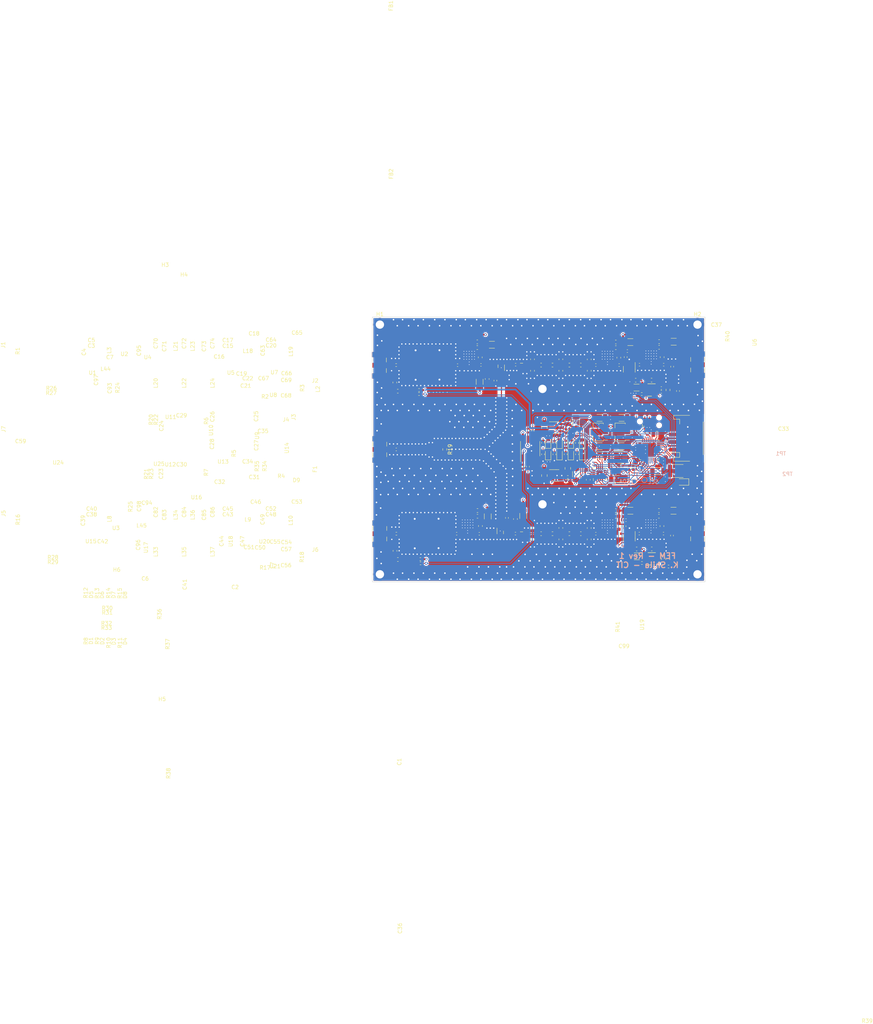
<source format=kicad_pcb>
(kicad_pcb (version 20211014) (generator pcbnew)
  (layers (0 "F.Cu" signal) (1 "In1.Cu" signal) (2 "In2.Cu" signal) (31 "B.Cu" signal) (34 "B.Paste" user) (35 "F.Paste" user) (36 "B.SilkS" user "B.Silkscreen") (37 "F.SilkS" user "F.Silkscreen") (38 "B.Mask" user) (39 "F.Mask" user) (44 "Edge.Cuts" user))
  (net 0 "")
  (net 1 "GND")
  (net 2 "/RF/Input Stage 1/32_kHz")
  (net 3 "VA_-")
  (net 4 "Net-(C4-Pad2)")
  (net 5 "Net-(C12-Pad1)")
  (net 6 "Net-(C14-Pad1)")
  (net 7 "Net-(C14-Pad2)")
  (net 8 "Net-(C19-Pad2)")
  (net 9 "VIN_-")
  (net 10 "+3V3")
  (net 11 "VA_+")
  (net 12 "VLNA1_+")
  (net 13 "VLNA2_+")
  (net 14 "/RF/Input Stage 1/Image Reject Filter1/2")
  (net 15 "/RF/Input Stage 1/OUT")
  (net 16 "Net-(C39-Pad2)")
  (net 17 "Net-(C8-Pad1)")
  (net 18 "Net-(C19-Pad1)")
  (net 19 "Net-(C47-Pad1)")
  (net 20 "Net-(C47-Pad2)")
  (net 21 "Net-(C54-Pad1)")
  (net 22 "Net-(C54-Pad2)")
  (net 23 "Net-(C55-Pad1)")
  (net 24 "Net-(C55-Pad2)")
  (net 25 "Net-(C56-Pad1)")
  (net 26 "Net-(C56-Pad2)")
  (net 27 "Net-(C57-Pad1)")
  (net 28 "Net-(C59-Pad1)")
  (net 29 "Net-(C59-Pad2)")
  (net 30 "Net-(C66-Pad1)")
  (net 31 "Net-(C66-Pad2)")
  (net 32 "Net-(C67-Pad1)")
  (net 33 "Net-(C68-Pad2)")
  (net 34 "Net-(C69-Pad1)")
  (net 35 "Net-(C78-Pad1)")
  (net 36 "Net-(C80-Pad2)")
  (net 37 "Net-(C8-Pad2)")
  (net 38 "Net-(C83-Pad1)")
  (net 39 "Net-(C85-Pad2)")
  (net 40 "SWDIO")
  (net 41 "nRESET")
  (net 42 "SWCLK")
  (net 44 "Net-(C9-Pad1)")
  (net 45 "Net-(J1-Pad1)")
  (net 46 "Net-(J5-Pad1)")
  (net 47 "Net-(C87-Pad2)")
  (net 48 "RF2_IF_POW")
  (net 55 "Net-(C7-Pad1)")
  (net 56 "Net-(C33-Pad1)")
  (net 59 "RF1_IF_POW")
  (net 60 "Net-(C71-Pad1)")
  (net 61 "Net-(C73-Pad2)")
  (net 62 "Net-(C75-Pad2)")
  (net 63 "Net-(C76-Pad1)")
  (net 64 "Net-(C10-Pad2)")
  (net 65 "Net-(C11-Pad1)")
  (net 66 "Net-(C11-Pad2)")
  (net 67 "Net-(C13-Pad2)")
  (net 68 "/RF/Output Stage 1/IF Filter1/Out")
  (net 69 "/RF/Input Stage 2/32_kHz")
  (net 70 "/RF/Input Stage 2/Image Reject Filter1/2")
  (net 71 "/RF/Input Stage 2/OUT")
  (net 72 "/RF/Output Stage 2/IF Filter1/Out")
  (net 73 "Net-(C67-Pad2)")
  (net 74 "Net-(C68-Pad1)")
  (net 75 "/RF/Output Stage 1/IF Filter1/In")
  (net 76 "Net-(C75-Pad1)")
  (net 77 "Net-(C77-Pad2)")
  (net 78 "Net-(C78-Pad2)")
  (net 79 "Net-(C79-Pad1)")
  (net 80 "Net-(C81-Pad1)")
  (net 81 "Net-(C81-Pad2)")
  (net 82 "/RF/Output Stage 2/IF Filter1/In")
  (net 83 "/RF/Input Stage 1/Image Reject Filter1/1")
  (net 84 "/RF/Input Stage 2/Image Reject Filter1/1")
  (net 85 "Net-(C88-Pad2)")
  (net 86 "Net-(C89-Pad2)")
  (net 87 "/RF/Output Stage 1/In")
  (net 88 "Net-(C90-Pad2)")
  (net 89 "/RF/Output Stage 2/In")
  (net 90 "Net-(C87-Pad1)")
  (net 91 "Net-(C91-Pad1)")
  (net 92 "Net-(C88-Pad1)")
  (net 93 "Net-(C92-Pad1)")
  (net 94 "Net-(C89-Pad1)")
  (net 95 "Net-(L38-Pad1)")
  (net 96 "Net-(C90-Pad1)")
  (net 97 "Net-(L39-Pad1)")
  (net 98 "Net-(R24-Pad1)")
  (net 99 "Net-(R25-Pad2)")
  (net 100 "Net-(L44-Pad1)")
  (net 101 "Net-(L45-Pad1)")
  (net 102 "Net-(C91-Pad2)")
  (net 103 "Net-(C92-Pad2)")
  (net 104 "ALERT1")
  (net 105 "SCL")
  (net 106 "SDA")
  (net 107 "VIN_+")
  (net 108 "ALERT2")
  (net 109 "Net-(R21-Pad1)")
  (net 110 "Net-(R20-Pad1)")
  (net 111 "Net-(FB1-Pad1)")
  (net 112 "Net-(FB2-Pad1)")
  (net 113 "Net-(D2-Pad2)")
  (net 114 "Net-(D3-Pad2)")
  (net 115 "Net-(D4-Pad2)")
  (net 116 "Net-(D5-Pad2)")
  (net 117 "Net-(D6-Pad2)")
  (net 118 "Net-(D7-Pad2)")
  (net 119 "Net-(D8-Pad2)")
  (net 120 "RF1_32kHz")
  (net 121 "RF2_32kHz")
  (net 122 "Net-(C1-Pad2)")
  (net 123 "Net-(C36-Pad2)")
  (net 124 "TXD")
  (net 125 "RXD")
  (net 126 "VLNA1_-")
  (net 127 "Net-(F1-Pad1)")
  (net 128 "VLNA2_-")
  (net 129 "Net-(C42-Pad1)")
  (net 130 "Net-(C49-Pad2)")
  (net 131 "Net-(C63-Pad2)")
  (net 132 "Net-(R30-Pad2)")
  (net 133 "Net-(R32-Pad2)")
  (net 134 "RF1_LNA_EN")
  (net 135 "RF2_LNA_EN")
  (net 136 "Net-(C49-Pad1)")
  (net 137 "Net-(C63-Pad1)")
  (net 138 "Net-(C72-Pad2)")
  (net 139 "Net-(C84-Pad2)")
  (net 140 "Net-(D1-Pad2)")
  (net 141 "RF1_STATUS_LED")
  (net 142 "RF2_STATUS_LED")
  (net 143 "ATTEN_V1")
  (net 144 "ATTEN_V2")
  (net 145 "Net-(C16-Pad2)")
  (net 146 "Net-(C44-Pad2)")
  (footprint "Capacitor_SMD:C_0603_1608Metric" (layer "F.Cu") (at 143.635 122.325 180)
    (fp_text reference "C83")
    (fp_text value "4.3p")
  )
  (footprint "Package_TO_SOT_SMD:SOT-23-6" (layer "F.Cu") (at 164.65 102.15)
    (fp_text reference "U16")
    (fp_text value "TMP100")
  )
  (footprint "Library:SMA_Samtec_SMA-J-P-X-ST-EM1_EdgeMount" (layer "F.Cu") (at 101.1 100.05 -90)
    (fp_text reference "J7")
    (fp_text value "Conn_Coaxial")
  )
  (footprint "Resistor_SMD:R_0402_1005Metric" (layer "F.Cu") (at 166.95 104.94 -90)
    (fp_text reference "R35")
    (fp_text value "4.7k")
  )
  (footprint "Resistor_SMD:R_0402_1005Metric" (layer "F.Cu") (at 147.15 101.35 -90)
    (fp_text reference "R9")
    (fp_text value "1k")
  )
  (footprint "Library:L_0402_MDLX" (layer "F.Cu") (at 111.9 77.775)
    (fp_text reference "L13" hide)
    (fp_text value "16n")
  )
  (footprint "Library:SMA_Samtec_SMA-J-P-X-ST-EM1_EdgeMount" (layer "F.Cu") (at 184.89 122.3 90)
    (fp_text reference "J6")
    (fp_text value "Conn_Coaxial")
  )
  (footprint "Resistor_SMD:R_0402_1005Metric" (layer "F.Cu") (at 150.7 108.4)
    (fp_text reference "R33")
    (fp_text value "12.4k")
  )
  (footprint "Library:C_0402_MDLX" (layer "F.Cu") (at 133.85 81.0183 90)
    (fp_text reference "C87" hide)
    (fp_text value "33p")
  )
  (footprint "Inductor_SMD:L_0603_1608Metric" (layer "F.Cu") (at 141.36 79.25 -90)
    (fp_text reference "L20")
    (fp_text value "9.1n")
  )
  (footprint "Inductor_SMD:L_0402_1005Metric" (layer "F.Cu") (at 131.015 79.25 180)
    (fp_text reference "L44")
    (fp_text value "33n")
  )
  (footprint "Resistor_SMD:R_0402_1005Metric" (layer "F.Cu") (at 111.35 85.4 180)
    (fp_text reference "R27")
    (fp_text value "0")
  )
  (footprint "Library:ADL5545" (layer "F.Cu") (at 124.2 123.025)
    (fp_text reference "U15")
    (fp_text value "ADL5545")
  )
  (footprint "Capacitor_SMD:C_1206_3216Metric" (layer "F.Cu") (at 129.525 117.75 90)
    (fp_text reference "C41")
    (fp_text value "10u")
  )
  (footprint "Capacitor_SMD:C_0603_1608Metric" (layer "F.Cu") (at 105.75 129.15 180)
    (fp_text reference "C36")
    (fp_text value "100p")
  )
  (footprint "Capacitor_SMD:C_0603_1608Metric" (layer "F.Cu") (at 105.725 84.65 180)
    (fp_text reference "C1")
    (fp_text value "100p")
  )
  (footprint "Resistor_SMD:R_0402_1005Metric" (layer "F.Cu") (at 105.35 122.325)
    (fp_text reference "R16")
    (fp_text value "0")
  )
  (footprint "Capacitor_SMD:C_0603_1608Metric" (layer "F.Cu") (at 156.1 108.05 90)
    (fp_text reference "C32")
    (fp_text value "1n")
  )
  (footprint "Inductor_SMD:L_0603_1608Metric" (layer "F.Cu") (at 127.54 75.7125 -90)
    (fp_text reference "L3")
    (fp_text value "100n")
  )
  (footprint "Library:ADL5545" (layer "F.Cu") (at 161.19 78.45)
    (fp_text reference "U5")
    (fp_text value "ADL5545")
  )
  (footprint "Inductor_SMD:L_0603_1608Metric" (layer "F.Cu") (at 164.19 75.7875 -90)
    (fp_text reference "L18")
    (fp_text value "1000n")
  )
  (footprint "Library:DFN6-1.5mm-EP0.6x1.1" (layer "F.Cu") (at 132.825 121.6 -90)
    (fp_text reference "U3")
    (fp_text value "GRF7001")
  )
  (footprint "Diode_SMD:D_SOD-323" (layer "F.Cu") (at 181.2 108.65 180)
    (fp_text reference "D9")
    (fp_text value "D_Schottky")
  )
  (footprint "LED_SMD:LED_0603_1608Metric" (layer "F.Cu") (at 145.5 101.3375 90)
    (fp_text reference "D1")
    (fp_text value "RED")
  )
  (footprint "Resistor_SMD:R_1206_3216Metric" (layer "F.Cu") (at 152.85 106.6 -90)
    (fp_text reference "R7")
    (fp_text value "0.5")
  )
  (footprint "Package_TO_SOT_SMD:SOT-23-6" (layer "F.Cu") (at 166.95 123.5 -90)
    (fp_text reference "U19")
    (fp_text value "HMC291SE")
  )
  (footprint "Resistor_SMD:R_0603_1608Metric" (layer "F.Cu") (at 177.15 128.98 -90)
    (fp_text reference "R18")
    (fp_text value "49.9")
  )
  (footprint "Capacitor_SMD:C_0402_1005Metric" (layer "F.Cu") (at 158.11 77.75)
    (fp_text reference "C16")
    (fp_text value "100n")
  )
  (footprint "Capacitor_SMD:C_0603_1608Metric" (layer "F.Cu") (at 141.36 76.225 -90)
    (fp_text reference "C70")
    (fp_text value "18p")
  )
  (footprint "Library:C_0402_MDLX" (layer "F.Cu") (at 108.96375 122.325)
    (fp_text reference "C75" hide)
    (fp_text value "0.9p")
  )
  (footprint "Capacitor_SMD:C_0603_1608Metric" (layer "F.Cu") (at 163.39 73.15)
    (fp_text reference "C15")
    (fp_text value "100p")
  )
  (footprint "Inductor_SMD:L_0603_1608Metric" (layer "F.Cu") (at 141.36 123.825 -90)
    (fp_text reference "L33")
    (fp_text value "9.1n")
  )
  (footprint "Resistor_SMD:R_0402_1005Metric" (layer "F.Cu") (at 140.1 95.05 -90)
    (fp_text reference "R20")
    (fp_text value "1k")
  )
  (footprint "Resistor_SMD:R_0402_1005Metric" (layer "F.Cu") (at 131.55 81.85 -90)
    (fp_text reference "R24")
    (fp_text value "20k")
  )
  (footprint "Resistor_SMD:R_0402_1005Metric" (layer "F.Cu") (at 144.15 98.2875 -90)
    (fp_text reference "R12")
    (fp_text value "1k")
  )
  (footprint "Capacitor_SMD:C_0603_1608Metric" (layer "F.Cu") (at 174.8 116.195)
    (fp_text reference "C52")
    (fp_text value "1n")
  )
  (footprint "Capacitor_SMD:C_0402_1005Metric" (layer "F.Cu") (at 169.65 77.65)
    (fp_text reference "C63")
    (fp_text value "100n")
  )
  (footprint "Library:L_0402_MDLX" (layer "F.Cu") (at 107.5 77.775)
    (fp_text reference "L4" hide)
    (fp_text value "9.9n")
  )
  (footprint "Capacitor_SMD:C_0402_1005Metric" (layer "F.Cu") (at 136.85 122.3)
    (fp_text reference "C96")
    (fp_text value "100p")
  )
  (footprint "Capacitor_SMD:C_0603_1608Metric" (layer "F.Cu") (at 154.135 77.75 180)
    (fp_text reference "C73")
    (fp_text value "4.3p")
  )
  (footprint "Resistor_SMD:R_0603_1608Metric" (layer "F.Cu") (at 118.15 100.05 -90)
    (fp_text reference "R19")
    (fp_text value "100")
  )
  (footprint "Resistor_SMD:R_0402_1005Metric" (layer "F.Cu") (at 153.15 98.3275 -90)
    (fp_text reference "R15")
    (fp_text value "1k")
  )
  (footprint "Capacitor_SMD:C_0603_1608Metric" (layer "F.Cu") (at 174.8 117.695)
    (fp_text reference "C48")
    (fp_text value "100p")
  )
  (footprint "Inductor_SMD:L_0603_1608Metric" (layer "F.Cu") (at 105 126.85 -90)
    (fp_text reference "FB2")
    (fp_text value "FerriteBead_Small")
  )
  (footprint "Capacitor_SMD:C_0402_1005Metric" (layer "F.Cu") (at 164.27 122.325)
    (fp_text reference "C47")
    (fp_text value "100n")
  )
  (footprint "Library:C_0402_MDLX" (layer "F.Cu") (at 116.51375 124.975 90)
    (fp_text reference "C80" hide)
    (fp_text value "4.3p")
  )
  (footprint "Library:C_0402_MDLX" (layer "F.Cu") (at 135.0317 77.25)
    (fp_text reference "C91" hide)
    (fp_text value "3.3p")
  )
  (footprint "Library:L_0402_MDLX" (layer "F.Cu") (at 116.51375 121.375 90)
    (fp_text reference "L30" hide)
    (fp_text value "8.2n")
  )
  (footprint "Resistor_SMD:R_0402_1005Metric" (layer "F.Cu") (at 150.7 94.7)
    (fp_text reference "R30")
    (fp_text value "42.2k")
  )
  (footprint "Capacitor_SMD:C_1206_3216Metric" (layer "F.Cu") (at 164.9 99.2 180)
    (fp_text reference "C27")
    (fp_text value "10u")
  )
  (footprint "Resistor_SMD:R_0402_1005Metric" (layer "F.Cu") (at 105.3 77.75)
    (fp_text reference "R1")
    (fp_text value "0")
  )
  (footprint "Capacitor_SMD:C_0603_1608Metric" (layer "F.Cu") (at 163.39 116.225)
    (fp_text reference "C45")
    (fp_text value "1n")
  )
  (footprint "Capacitor_SMD:C_0805_2012Metric" (layer "F.Cu") (at 174.3 96)
    (fp_text reference "C33")
    (fp_text value "1u")
  )
  (footprint "Library:FV1206-1" (layer "F.Cu") (at 115.5 100.05)
    (fp_text reference "U24")
    (fp_text value "SCN-2-11")
  )
  (footprint "Capacitor_SMD:C_0603_1608Metric" (layer "F.Cu") (at 174.85 71.55)
    (fp_text reference "C64")
    (fp_text value "1n")
  )
  (footprint "LED_SMD:LED_0603_1608Metric" (layer "F.Cu") (at 148.5 101.3375 90)
    (fp_text reference "D2")
    (fp_text value "RED")
  )
  (footprint "Capacitor_SMD:C_1206_3216Metric" (layer "F.Cu") (at 178.65 116.25 180)
    (fp_text reference "C53")
    (fp_text value "10u")
  )
  (footprint "Library:L_0402_MDLX" (layer "F.Cu") (at 111.66375 122.325)
    (fp_text reference "L28" hide)
    (fp_text value "16n")
  )
  (footprint "MountingHole:MountingHole_2.2mm_M2_ISO7380_Pad" (layer "F.Cu") (at 101 67.05)
    (fp_text reference "H1")
    (fp_text value "MountingHole_2.2mm_M2_ISO7380_Pad")
  )
  (footprint "Inductor_SMD:L_0603_1608Metric" (layer "F.Cu") (at 104.95 82.35 -90)
    (fp_text reference "FB1")
    (fp_text value "FerriteBead_Small")
  )
  (footprint "Capacitor_SMD:C_0402_1005Metric" (layer "F.Cu") (at 169.6 122.295)
    (fp_text reference "C49")
    (fp_text value "100n")
  )
  (footprint "Capacitor_SMD:C_0603_1608Metric" (layer "F.Cu") (at 126.76 71.62)
    (fp_text reference "C5")
    (fp_text value "1n")
  )
  (footprint "Inductor_SMD:L_0603_1608Metric" (layer "F.Cu") (at 175.65 75.6625 -90)
    (fp_text reference "L19")
    (fp_text value "1000n")
  )
  (footprint "Capacitor_SMD:C_0603_1608Metric" (layer "F.Cu") (at 148.86 120.8 -90)
    (fp_text reference "C84")
    (fp_text value "33p")
  )
  (footprint "Resistor_SMD:R_0402_1005Metric" (layer "F.Cu") (at 178.3 78.16 -90)
    (fp_text reference "R36")
    (fp_text value "226")
  )
  (footprint "Capacitor_SMD:C_0603_1608Metric" (layer "F.Cu") (at 163.39 117.725)
    (fp_text reference "C43")
    (fp_text value "100p")
  )
  (footprint "LED_SMD:LED_0603_1608Metric" (layer "F.Cu") (at 148.5 98.3375 90)
    (fp_text reference "D6")
    (fp_text value "GREEN")
  )
  (footprint "Library:C_0402_MDLX" (layer "F.Cu") (at 118 77.775)
    (fp_text reference "C14" hide)
    (fp_text value "0.9p")
  )
  (footprint "Resistor_SMD:R_0603_1608Metric" (layer "F.Cu") (at 177.2 84.325 -90)
    (fp_text reference "R3")
    (fp_text value "49.9")
  )
  (footprint "Capacitor_SMD:C_0402_1005Metric" (layer "F.Cu") (at 176.05 77.65)
    (fp_text reference "C66")
    (fp_text value "100n")
  )
  (footprint "Resistor_SMD:R_1206_3216Metric" (layer "F.Cu") (at 152.85 92.9875 90)
    (fp_text reference "R6")
    (fp_text value "0.5")
  )
  (footprint "Capacitor_SMD:C_1206_3216Metric" (layer "F.Cu") (at 130.625 72.375 180)
    (fp_text reference "C6")
    (fp_text value "10u")
  )
  (footprint "Library:ADL5545" (layer "F.Cu") (at 172.75 78.35)
    (fp_text reference "U7")
    (fp_text value "ADL5545")
  )
  (footprint "Library:C_0402_MDLX" (layer "F.Cu") (at 113.6 77.775)
    (fp_text reference "C11" hide)
    (fp_text value "0.25p")
  )
  (footprint "Capacitor_SMD:C_0603_1608Metric" (layer "F.Cu") (at 126.81 117.705)
    (fp_text reference "C38")
    (fp_text value "100p")
  )
  (footprint "Resistor_SMD:R_0402_1005Metric" (layer "F.Cu") (at 177.34 131 180)
    (fp_text reference "R39")
    (fp_text value "61.9")
  )
  (footprint "Library:C_0402_MDLX" (layer "F.Cu") (at 116.75 80.425 90)
    (fp_text reference "C13" hide)
    (fp_text value "4.3p")
  )
  (footprint "Library:L_0402_MDLX" (layer "F.Cu") (at 134.9634 122.65)
    (fp_text reference "L43" hide)
    (fp_text value "4.7n")
  )
  (footprint "MountingHole:MountingHole_2.2mm_M2_ISO7380_Pad" (layer "F.Cu") (at 185 67.05)
    (fp_text reference "H2")
    (fp_text value "MountingHole_2.2mm_M2_ISO7380_Pad")
  )
  (footprint "Capacitor_SMD:C_1206_3216Metric" (layer "F.Cu") (at 159.1 91.7)
    (fp_text reference "C26")
    (fp_text value "10u")
  )
  (footprint "Capacitor_SMD:C_0603_1608Metric" (layer "F.Cu") (at 148.86 76.225 -90)
    (fp_text reference "C72")
    (fp_text value "33p")
  )
  (footprint "Inductor_SMD:L_0603_1608Metric" (layer "F.Cu") (at 146.6475 122.325)
    (fp_text reference "L34")
    (fp_text value "43n")
  )
  (footprint "Inductor_SMD:L_0603_1608Metric" (layer "F.Cu") (at 127.59 120.2875 -90)
    (fp_text reference "L8")
    (fp_text value "100n")
  )
  (footprint "LED_SMD:LED_0603_1608Metric" (layer "F.Cu") (at 154.5 98.325 90)
    (fp_text reference "D8")
    (fp_text value "BLUE")
  )
  (footprint "Capacitor_SMD:C_0603_1608Metric" (layer "F.Cu") (at 163.39 71.65)
    (fp_text reference "C17")
    (fp_text value "1n")
  )
  (footprint "Package_DFN_QFN:QFN-32-1EP_5x5mm_P0.5mm_EP3.6x3.6mm" (layer "F.Cu") (at 172.2 100.15)
    (fp_text reference "U14")
    (fp_text value "ATSAMD21E17L-M")
  )
  (footprint "Package_TO_SOT_SMD:SOT-23-5" (layer "F.Cu") (at 147.6 94.3)
    (fp_text reference "U11")
    (fp_text value "SPX5205M5-L")
  )
  (footprint "Capacitor_SMD:C_0603_1608Metric" (layer "F.Cu") (at 168.9 126.37)
    (fp_text reference "C51")
    (fp_text value "1n")
  )
  (footprint "Library:C_0402_MDLX" (layer "F.Cu") (at 132.3366 119.6183 -90)
    (fp_text reference "C88" hide)
    (fp_text value "33p")
  )
  (footprint "Resistor_SMD:R_0402_1005Metric" (layer "F.Cu") (at 111.75 130.15 180)
    (fp_text reference "R29")
    (fp_text value "0")
  )
  (footprint "Package_TO_SOT_SMD:SOT-89-3" (layer "F.Cu") (at 164.8375 95.45 180)
    (fp_text reference "U9")
    (fp_text value "AZ1117-3.3")
  )
  (footprint "Capacitor_SMD:C_0603_1608Metric" (layer "F.Cu") (at 156.36 76.25 -90)
    (fp_text reference "C74")
    (fp_text value "18p")
  )
  (footprint "Library:C_0402_MDLX" (layer "F.Cu") (at 116.75 75.125 90)
    (fp_text reference "C12" hide)
    (fp_text value "0.43p")
  )
  (footprint "Inductor_SMD:L_0603_1608Metric" (layer "F.Cu") (at 148.86 123.825 -90)
    (fp_text reference "L35")
    (fp_text value "5.6n")
  )
  (footprint "Inductor_SMD:L_0603_1608Metric" (layer "F.Cu") (at 175.6 120.3075 -90)
    (fp_text reference "L10")
    (fp_text value "1000n")
  )
  (footprint "Capacitor_SMD:C_0603_1608Metric" (layer "F.Cu") (at 141.36 120.8 -90)
    (fp_text reference "C82")
    (fp_text value "18p")
  )
  (footprint "Library:L_0402_MDLX" (layer "F.Cu") (at 116.51375 123.275 90)
    (fp_text reference "L31" hide)
    (fp_text value "7.1n")
  )
  (footprint "Resistor_SMD:R_0402_1005Metric" (layer "F.Cu") (at 170.25 85.4 180)
    (fp_text reference "R2")
    (fp_text value "33k")
  )
  (footprint "Capacitor_SMD:C_1206_3216Metric" (layer "F.Cu") (at 168.95 128.305)
    (fp_text reference "C50")
    (fp_text value "10u")
  )
  (footprint "Resistor_SMD:R_0402_1005Metric" (layer "F.Cu") (at 134.6 118.14 -90)
    (fp_text reference "R25")
    (fp_text value "20k")
  )
  (footprint "Resistor_SMD:R_0402_1005Metric" (layer "F.Cu") (at 179.84 84.6 90)
    (fp_text reference "R37")
    (fp_text value "61.9")
  )
  (footprint "Inductor_SMD:L_0603_1608Metric" (layer "F.Cu") (at 151.11 122.325)
    (fp_text reference "L36")
    (fp_text value "43n")
  )
  (footprint "Fuse:Fuse_1812_4532Metric" (layer "F.Cu") (at 179.8375 105.75 180)
    (fp_text reference "F1")
    (fp_text value "Polyfuse")
  )
  (footprint "Capacitor_SMD:C_0402_1005Metric" (layer "F.Cu") (at 171.65 95.67 90)
    (fp_text reference "C35")
    (fp_text value "100n")
  )
  (footprint "Library:C_0402_MDLX" (layer "F.Cu") (at 110.45 75.125 90)
    (fp_text reference "C9" hide)
    (fp_text value "0.43p")
  )
  (footprint "Library:C_0402_MDLX" (layer "F.Cu") (at 110.45 80.425 90)
    (fp_text reference "C10" hide)
    (fp_text value "4.3p")
  )
  (footprint "Inductor_SMD:L_0603_1608Metric" (layer "F.Cu") (at 146.6475 77.75)
    (fp_text reference "L21")
    (fp_text value "43n")
  )
  (footprint "Capacitor_SMD:C_0402_1005Metric" (layer "F.Cu") (at 127.28 122.35)
    (fp_text reference "C42")
    (fp_text value "100p")
  )
  (footprint "Inductor_SMD:L_0603_1608Metric" (layer "F.Cu") (at 151.11 77.75)
    (fp_text reference "L23")
    (fp_text value "43n")
  )
  (footprint "Resistor_SMD:R_0402_1005Metric" (layer "F.Cu") (at 147.15 98.3375 -90)
    (fp_text reference "R13")
    (fp_text value "1k")
  )
  (footprint "Capacitor_SMD:C_0805_2012Metric" (layer "F.Cu") (at 150.7 105.05 90)
    (fp_text reference "C30")
    (fp_text value "1u")
  )
  (footprint "Capacitor_SMD:C_0402_1005Metric" (layer "F.Cu") (at 175.45 128.505)
    (fp_text reference "C57")
    (fp_text value "100p")
  )
  (footprint "Library:L_0402_MDLX" (layer "F.Cu") (at 107.26375 122.325)
    (fp_text reference "L25" hide)
    (fp_text value "9.9n")
  )
  (footprint "Library:C_0402_MDLX" (layer "F.Cu") (at 130.8933 122.35)
    (fp_text reference "C90" hide)
    (fp_text value "3.3p")
  )
  (footprint "MountingHole:MountingHole_2.2mm_M2_ISO7380_Pad" (layer "F.Cu") (at 144 114.55)
    (fp_text reference "H4")
    (fp_text value "MountingHole_2.2mm_M2_ISO7380_Pad")
  )
  (footprint "Capacitor_SMD:C_0402_1005Metric" (layer "F.Cu") (at 175.43 84.825)
    (fp_text reference "C68")
    (fp_text value "100p")
  )
  (footprint "Library:C_0402_MDLX" (layer "F.Cu") (at 113.36375 122.325)
    (fp_text reference "C78" hide)
    (fp_text value "0.25p")
  )
  (footprint "Resistor_SMD:R_0402_1005Metric" (layer "F.Cu") (at 178.25 122.81 -90)
    (fp_text reference "R38")
    (fp_text value "226")
  )
  (footprint "Capacitor_SMD:C_0402_1005Metric" (layer "F.Cu") (at 164.27 77.75)
    (fp_text reference "C19")
    (fp_text value "100n")
  )
  (footprint "Library:ADL5545" (layer "F.Cu") (at 124.62 78.47)
    (fp_text reference "U1")
    (fp_text value "ADL5545")
  )
  (footprint "Capacitor_SMD:C_1206_3216Metric" (layer "F.Cu") (at 127.375 82.175 -90)
    (fp_text reference "C97")
    (fp_text value "10u")
  )
  (footprint "LED_SMD:LED_0603_1608Metric" (layer "F.Cu") (at 151.5 101.3375 90)
    (fp_text reference "D3")
    (fp_text value "RED")
  )
  (footprint "Library:C_0402_MDLX" (layer "F.Cu") (at 131.3 77.7)
    (fp_text reference "C89" hide)
    (fp_text value "3.3p")
  )
  (footprint "Capacitor_SMD:C_0805_2012Metric" (layer "F.Cu") (at 144.5 94.3 -90)
    (fp_text reference "C24")
    (fp_text value "1u")
  )
  (footprint "Resistor_SMD:R_0402_1005Metric" (layer "F.Cu") (at 111.36 84.35 180)
    (fp_text reference "R26")
    (fp_text value "0")
  )
  (footprint "Connector_JST:JST_PH_S4B-PH-SM4-TB_1x04-1MP_P2.00mm_Horizontal" (layer "F.Cu") (at 182 97.1 90)
    (fp_text reference "J3")
    (fp_text value "Screw_Terminal_01x04")
  )
  (footprint "Capacitor_SMD:C_0402_1005Metric" (layer "F.Cu") (at 121.3 122.325)
    (fp_text reference "C39")
    (fp_text value "100p")
  )
  (footprint "Resistor_SMD:R_1206_3216Metric" (layer "F.Cu") (at 159.1 101.5625)
    (fp_text reference "R5")
    (fp_text value "0.1")
  )
  (footprint "Resistor_SMD:R_0402_1005Metric" (layer "F.Cu") (at 150.7 107.35)
    (fp_text reference "R32")
    (fp_text value "42.2k")
  )
  (footprint "Library:L_0402_MDLX" (layer "F.Cu") (at 135.03625 78.15)
    (fp_text reference "L42" hide)
    (fp_text value "4.7n")
  )
  (footprint "Library:ADL5545" (layer "F.Cu") (at 172.7 122.995)
    (fp_text reference "U20")
    (fp_text value "ADL5545")
  )
  (footprint "Package_TO_SOT_SMD:SOT-23-6" (layer "F.Cu") (at 166.95 78.85 -90)
    (fp_text reference "U6")
    (fp_text value "HMC291SE")
  )
  (footprint "Inductor_SMD:L_0603_1608Metric" (layer "F.Cu") (at 156.36 123.825 -90)
    (fp_text reference "L37")
    (fp_text value "9.1n")
  )
  (footprint "Capacitor_SMD:C_0402_1005Metric" (layer "F.Cu") (at 164.7 104.4 180)
    (fp_text reference "C2")
    (fp_text value "100n")
  )
  (footprint "Library:C_0402_MDLX" (layer "F.Cu") (at 109.2 77.775)
    (fp_text reference "C8" hide)
    (fp_text value "0.9p")
  )
  (footprint "Capacitor_SMD:C_0603_1608Metric" (layer "F.Cu") (at 136.85 118.45 90)
    (fp_text reference "C98")
    (fp_text value "1n")
  )
  (footprint "Capacitor_SMD:C_0603_1608Metric" (layer "F.Cu") (at 126.76 73.13)
    (fp_text reference "C3")
    (fp_text value "100p")
  )
  (footprint "Inductor_SMD:L_0603_1608Metric" (layer "F.Cu") (at 164.19 120.3625 -90)
    (fp_text reference "L9")
    (fp_text value "1000n")
  )
  (footprint "Capacitor_SMD:C_0603_1608Metric" (layer "F.Cu") (at 174.85 73.05)
    (fp_text reference "C20")
    (fp_text value "100p")
  )
  (footprint "Library:C_0402_MDLX" (layer "F.Cu") (at 134.9634 121.75)
    (fp_text reference "C92" hide)
    (fp_text value "3.3p")
  )
  (footprint "Library:SMA_Samtec_SMA-J-P-X-ST-EM1_EdgeMount" (layer "F.Cu") (at 101.1 122.325 -90)
    (fp_text reference "J5")
    (fp_text value "Conn_Coaxial")
  )
  (footprint "Inductor_SMD:L_0402_1005Metric" (layer "F.Cu") (at 105.15 124.335 -90)
    (fp_text reference "L7")
    (fp_text value "82n")
  )
  (footprint "Library:L_0402_MDLX" (layer "F.Cu") (at 119.41375 122.325)
    (fp_text reference "L32" hide)
    (fp_text value "9.9n")
  )
  (footprint "Capacitor_SMD:C_1206_3216Metric" (layer "F.Cu") (at 138.9 117.625 90)
    (fp_text reference "C94")
    (fp_text value "10u")
  )
  (footprint "Capacitor_SMD:C_0402_1005Metric" (layer "F.Cu") (at 127.73 77.7)
    (fp_text reference "C7")
    (fp_text value "100p")
  )
  (footprint "LED_SMD:LED_0603_1608Metric" (layer "F.Cu") (at 154.5 101.3375 90)
    (fp_text reference "D4")
    (fp_text value "RED")
  )
  (footprint "Capacitor_SMD:C_1206_3216Metric" (layer "F.Cu") (at 163.675 107.85 180)
    (fp_text reference "C31")
    (fp_text value "10u")
  )
  (footprint "Resistor_SMD:R_0402_1005Metric" (layer "F.Cu") (at 166 75.65 -90)
    (fp_text reference "R40")
    (fp_text value "4.7k")
  )
  (footprint "Library:DFN6-1.5mm-EP0.6x1.1" (layer "F.Cu") (at 133.1 78.45 90)
    (fp_text reference "U2")
    (fp_text value "GRF7001")
  )
  (footprint "Library:L_0402_MDLX" (layer "F.Cu") (at 129.18875 122.35)
    (fp_text reference "L41" hide)
    (fp_text value "4.3n")
  )
  (footprint "Resistor_SMD:R_0402_1005Metric" (layer "F.Cu") (at 165.7 120.34 -90)
    (fp_text reference "R41")
    (fp_text value "4.7k")
  )
  (footprint "Library:QFN-16_EP_3x3_Pitch0.5mm" (layer "F.Cu") (at 159.1 106.45 90)
    (fp_text reference "U13")
    (fp_text value "PAC1944")
  )
  (footprint "MountingHole:MountingHole_2.2mm_M2_ISO7380_Pad" (layer "F.Cu") (at 144 84.05)
    (fp_text reference "H3")
    (fp_text value "MountingHole_2.2mm_M2_ISO7380_Pad")
  )
  (footprint "Library:L_0402_MDLX" (layer "F.Cu") (at 110.45 78.725 90)
    (fp_text reference "L12" hide)
    (fp_text value "7.1n")
  )
  (footprint "Capacitor_SMD:C_0402_1005Metric" (layer "F.Cu") (at 176 122.295)
    (fp_text reference "C54")
    (fp_text value "100n")
  )
  (footprint "Capacitor_SMD:C_0603_1608Metric" (layer "F.Cu") (at 168.65 81.75)
    (fp_text reference "C22")
    (fp_text value "1n")
  )
  (footprint "Resistor_SMD:R_0402_1005Metric" (layer "F.Cu") (at 138.85 104.61 90)
    (fp_text reference "R21")
    (fp_text value "1k")
  )
  (footprint "Capacitor_SMD:C_0402_1005Metric" (layer "F.Cu") (at 105.32 100.05)
    (fp_text reference "C59")
    (fp_text value "100p")
  )
  (footprint "Capacitor_SMD:C_0402_1005Metric" (layer "F.Cu") (at 166.45 74.05)
    (fp_text reference "C37")
    (fp_text value "100p")
  )
  (footprint "Capacitor_SMD:C_0402_1005Metric" (layer "F.Cu") (at 136.9 77.65)
    (fp_text reference "C95")
    (fp_text value "100p")
  )
  (footprint "Library:ADL5545" (layer "F.Cu") (at 161.19 123.025)
    (fp_text reference "U18")
    (fp_text value "ADL5545")
  )
  (footprint "Resistor_SMD:R_0402_1005Metric" (layer "F.Cu") (at 141.4 95.06 -90)
    (fp_text reference "R22")
    (fp_text value "10k")
  )
  (footprint "Library:L_0402_MDLX" (layer "F.Cu") (at 115.06375 122.325)
    (fp_text reference "L29" hide)
    (fp_text value "16n")
  )
  (footprint "Library:L_0402_MDLX" (layer "F.Cu") (at 115.3 77.775)
    (fp_text reference "L14" hide)
    (fp_text value "16n")
  )
  (footprint "Inductor_SMD:L_0603_1608Metric" (layer "F.Cu") (at 148.86 79.25 -90)
    (fp_text reference "L22")
    (fp_text value "5.6n")
  )
  (footprint "Resistor_SMD:R_0402_1005Metric" (layer "F.Cu") (at 168 104.94 -90)
    (fp_text reference "R34")
    (fp_text value "4.7k")
  )
  (footprint "Capacitor_SMD:C_1206_3216Metric" (layer "F.Cu") (at 159.1 99.2 180)
    (fp_text reference "C28")
    (fp_text value "10u")
  )
  (footprint "MountingHole:MountingHole_2.2mm_M2_ISO7380_Pad" (layer "F.Cu") (at 101 133.05)
    (fp_text reference "H6")
    (fp_text value "MountingHole_2.2mm_M2_ISO7380_Pad")
  )
  (footprint "Capacitor_SMD:C_1206_3216Metric" (layer "F.Cu") (at 178.7 71.575 180)
    (fp_text reference "C65")
    (fp_text value "10u")
  )
  (footprint "Capacitor_SMD:C_0805_2012Metric" (layer "F.Cu") (at 150.7 92.4 90)
    (fp_text reference "C29")
    (fp_text value "1u")
  )
  (footprint "Library:C_0402_MDLX" (layer "F.Cu") (at 110.21375 124.975 90)
    (fp_text reference "C77" hide)
    (fp_text value "4.3p")
  )
  (footprint "Inductor_SMD:L_0402_1005Metric" (layer "F.Cu") (at 105.1 79.75 -90)
    (fp_text reference "L2")
    (fp_text value "82n")
  )
  (footprint "Library:L_0402_MDLX" (layer "F.Cu") (at 133.1 117.9 -90)
    (fp_text reference "L39" hide)
    (fp_text value "5.6n")
  )
  (footprint "Library:C_0402_MDLX" (layer "F.Cu") (at 116.51375 119.675 90)
    (fp_text reference "C79" hide)
    (fp_text value "0.43p")
  )
  (footprint "Library:L_0402_MDLX" (layer "F.Cu") (at 133.15 82.75 90)
    (fp_text reference "L38" hide)
    (fp_text value "5.6n")
  )
  (footprint "LED_SMD:LED_0603_1608Metric" (layer "F.Cu") (at 145.5 98.2875 90)
    (fp_text reference "D5")
    (fp_text value "GREEN")
  )
  (footprint "Library:L_0402_MDLX" (layer "F.Cu") (at 116.75 76.825 90)
    (fp_text reference "L15" hide)
    (fp_text value "8.2n")
  )
  (footprint "Capacitor_SMD:C_0603_1608Metric" (layer "F.Cu") (at 129.375 81.425 -90)
    (fp_text reference "C93")
    (fp_text value "1n")
  )
  (footprint "Library:SMA_Samtec_SMA-J-P-X-ST-EM1_EdgeMount" (layer "F.Cu") (at 101 77.8 -90)
    (fp_text reference "J1")
    (fp_text value "Conn_Coaxial")
  )
  (footprint "Library:L_0402_MDLX" (layer "F.Cu") (at 110.45 76.825 90)
    (fp_text reference "L5" hide)
    (fp_text value "8.2n")
  )
  (footprint "Capacitor_SMD:C_0603_1608Metric" (layer "F.Cu") (at 172.85 81.725)
    (fp_text reference "C67")
    (fp_text value "33n")
  )
  (footprint "Package_TO_SOT_SMD:SOT-89-3" (layer "F.Cu") (at 159.025 95.45 180)
    (fp_text reference "U10")
    (fp_text value "AZ1117-5.0")
  )
  (footprint "Library:C_0402_MDLX" (layer "F.Cu") (at 110.21375 119.675 90)
    (fp_text reference "C76" hide)
    (fp_text value "0.43p")
  )
  (footprint "Library:L_0402_MDLX" (layer "F.Cu") (at 129.6 77.7)
    (fp_text reference "L40" hide)
    (fp_text value "4.3n")
  )
  (footprint "Capacitor_SMD:C_0603_1608Metric" (layer "F.Cu") (at 126.81 116.195)
    (fp_text reference "C40")
    (fp_text value "1n")
  )
  (footprint "Library:C_0402_MDLX" (layer "F.Cu") (at 117.76375 122.325)
    (fp_text reference "C81" hide)
    (fp_text value "0.9p")
  )
  (footprint "Capacitor_SMD:C_1206_3216Metric" (layer "F.Cu") (at 167.24 71.675 180)
    (fp_text reference "C18")
    (fp_text value "10u")
  )
  (footprint "Capacitor_SMD:C_1206_3216Metric" (layer "F.Cu") (at 167.24 116.25 180)
    (fp_text reference "C46")
    (fp_text value "10u")
  )
  (footprint "Resistor_SMD:R_1206_3216Metric" (layer "F.Cu") (at 174.5375 105.75 180)
    (fp_text reference "R4")
    (fp_text value "0.1")
  )
  (footprint "Capacitor_SMD:C_0402_1005Metric" (layer "F.Cu") (at 121.54 77.775)
    (fp_text reference "C4")
    (fp_text value "100p")
  )
  (footprint "Library:RF_Attenuator_Susumu_PAT1220" (layer "F.Cu") (at 139.21 78.35)
    (fp_text reference "U4")
    (fp_text value "PAT1220-C-3DB")
  )
  (footprint "Capacitor_SMD:C_0603_1608Metric" (layer "F.Cu") (at 154.135 122.325 180)
    (fp_text reference "C85")
    (fp_text value "4.3p")
  )
  (footprint "Connector:Tag-Connect_TC2030-IDC-NL_2x03_P1.27mm_Vertical" (layer "F.Cu") (at 172.3 92.65)
    (fp_text reference "J4")
    (fp_text value "PROG")
  )
  (footprint "Capacitor_SMD:C_1206_3216Metric" (layer "F.Cu") (at 168.875 83.7)
    (fp_text reference "C21")
    (fp_text value "10u")
  )
  (footprint "Library:L_0402_MDLX" (layer "F.Cu") (at 116.75 78.725 90)
    (fp_text reference "L16" hide)
    (fp_text value "7.1n")
  )
  (footprint "Library:RF_Attenuator_Susumu_PAT1220" (layer "F.Cu") (at 139.21 122.925)
    (fp_text reference "U17")
    (fp_text value "PAT1220-C-3DB")
  )
  (footprint "Resistor_SMD:R_0402_1005Metric" (layer "F.Cu") (at 150.15 98.2875 -90)
    (fp_text reference "R14")
    (fp_text value "1k")
  )
  (footprint "Resistor_SMD:R_0402_1005Metric" (layer "F.Cu") (at 144.15 101.3375 -90)
    (fp_text reference "R8")
    (fp_text value "1k")
  )
  (footprint "Capacitor_SMD:C_0402_1005Metric" (layer "F.Cu") (at 175.43 83.825)
    (fp_text reference "C69")
    (fp_text value "100p")
  )
  (footprint "Capacitor_SMD:C_0402_1005Metric" (layer "F.Cu") (at 158.11 122.325)
    (fp_text reference "C44")
    (fp_text value "100n")
  )
  (footprint "Resistor_SMD:R_0402_1005Metric" (layer "F.Cu") (at 111.7 129.05 180)
    (fp_text reference "R28")
    (fp_text value "0")
  )
  (footprint "Library:L_0402_MDLX" (layer "F.Cu") (at 110.21375 121.375 90)
    (fp_text reference "L26" hide)
    (fp_text value "8.2n")
  )
  (footprint "Package_TO_SOT_SMD:SOT-23-5" (layer "F.Cu") (at 147.6 106.95)
    (fp_text reference "U12")
    (fp_text value "SPX5205M5-L")
  )
  (footprint "Capacitor_SMD:C_1206_3216Metric" (layer "F.Cu") (at 164.925 91.7)
    (fp_text reference "C25")
    (fp_text value "10u")
  )
  (footprint "Capacitor_SMD:C_0805_2012Metric" (layer "F.Cu") (at 144.5 106.95 -90)
    (fp_text reference "C23")
    (fp_text value "1u")
  )
  (footprint "Inductor_SMD:L_0603_1608Metric" (layer "F.Cu") (at 156.36 79.25 -90)
    (fp_text reference "L24")
    (fp_text value "9.1n")
  )
  (footprint "Capacitor_SMD:C_0402_1005Metric" (layer "F.Cu") (at 170.28 103.85)
    (fp_text reference "C34")
    (fp_text value "100n")
  )
  (footprint "Resistor_SMD:R_0402_1005Metric" (layer "F.Cu") (at 150.7 95.75)
    (fp_text reference "R31")
    (fp_text value "12.4k")
  )
  (footprint "Library:L_0402_MDLX" (layer "F.Cu") (at 110.21375 123.275 90)
    (fp_text reference "L27" hide)
    (fp_text value "7.1n")
  )
  (footprint "Package_SO:SOIC-8_3.9x4.9mm_P1.27mm" (layer "F.Cu") (at 140.75 99.85 90)
    (fp_text reference "U25")
    (fp_text value "RC4558")
  )
  (footprint "Capacitor_SMD:C_0402_1005Metric" (layer "F.Cu") (at 175.45 129.505)
    (fp_text reference "C56")
    (fp_text value "100p")
  )
  (footprint "Capacitor_SMD:C_0402_1005Metric" (layer "F.Cu") (at 166.1 118.75)
    (fp_text reference "C99")
    (fp_text value "100p")
  )
  (footprint "LED_SMD:LED_0603_1608Metric" (layer "F.Cu") (at 151.5 98.2875 90)
    (fp_text reference "D7")
    (fp_text value "BLUE")
  )
  (footprint "Inductor_SMD:L_0402_1005Metric" (layer "F.Cu") (at 135.2 120.65)
    (fp_text reference "L45")
    (fp_text value "33n")
  )
  (footprint "Library:L_0402_MDLX" (layer "F.Cu") (at 119.65 77.775)
    (fp_text reference "L17" hide)
    (fp_text value "9.9n")
  )
  (footprint "Resistor_SMD:R_0402_1005Metric" (layer "F.Cu") (at 153.15 101.3375 -90)
    (fp_text reference "R11")
    (fp_text value "1k")
  )
  (footprint "Resistor_SMD:R_0402_1005Metric" (layer "F.Cu") (at 170.3 130.07 180)
    (fp_text reference "R17")
    (fp_text value "33k")
  )
  (footprint "Resistor_SMD:R_0402_1005Metric" (layer "F.Cu") (at 140.15 104.59 90)
    (fp_text reference "R23")
    (fp_text value "10k")
  )
  (footprint "Package_DFN_QFN:DFN-8-1EP_2x3mm_P0.5mm_EP0.61x2.2mm" (layer "F.Cu") (at 172.85 84.325 180)
    (fp_text reference "U8")
    (fp_text value "LT5537")
  )
  (footprint "MountingHole:MountingHole_2.2mm_M2_ISO7380_Pad" (layer "F.Cu") (at 185 133.05)
    (fp_text reference "H5")
    (fp_text value "MountingHole_2.2mm_M2_ISO7380_Pad")
  )
  (footprint "Capacitor_SMD:C_0603_1608Metric" (layer "F.Cu") (at 143.635 77.75 180)
    (fp_text reference "C71")
    (fp_text value "4.3p")
  )
  (footprint "Library:SMA_Samtec_SMA-J-P-X-ST-EM1_EdgeMount" (layer "F.Cu") (at 184.9 77.65 90)
    (fp_text reference "J2")
    (fp_text value "Conn_Coaxial")
  )
  (footprint "Resistor_SMD:R_0402_1005Metric" (layer "F.Cu") (at 150.15 101.3375 -90)
    (fp_text reference "R10")
    (fp_text value "1k")
  )
  (footprint "Capacitor_SMD:C_0603_1608Metric" (layer "F.Cu") (at 156.36 120.825 -90)
    (fp_text reference "C86")
    (fp_text value "18p")
  )
  (footprint "Capacitor_SMD:C_0603_1608Metric" (layer "F.Cu") (at 172.9 126.355)
    (fp_text reference "C55")
    (fp_text value "33n")
  )
  (footprint "Package_DFN_QFN:DFN-8-1EP_2x3mm_P0.5mm_EP0.61x2.2mm" (layer "F.Cu") (at 172.9 128.955 180)
    (fp_text reference "U21")
    (fp_text value "LT5537")
  )
  (footprint "TestPoint:TestPoint_Pad_D1.0mm" (layer "B.Cu") (at 168.3 108.5 180)
    (fp_text reference "TP1")
    (fp_text value "TestPoint")
  )
  (footprint "TestPoint:TestPoint_Pad_D1.0mm" (layer "B.Cu") (at 170.95 108.1 180)
    (fp_text reference "TP2")
    (fp_text value "TestPoint")
  )
  (gr_rect (start 99 65.05) (end 187 135.05) (layer "Edge.Cuts") (width 0.1) (fill none))
  (gr_text "FEM - Rev 1\nK. Shila - CIT" (at 171.75 129.4) (layer "B.SilkS") (effects (font (size 1.5 1.5) (thickness 0.3)) (justify mirror)))
  (gr_text "SDA" (at 165.7 108.5) (layer "B.SilkS") (effects (font (size 1 1)) (justify mirror)))
  (gr_text "SCL" (at 173.3 108.65) (layer "B.SilkS") (effects (font (size 1 1)) (justify mirror)))
  (segment (start 116.75 81.59) (end 116.75 80.984811) (width 1) (layer "F.Cu") (net 1))
  (segment (start 166.95 77.7125) (end 166.95 76.25) (width 0.3) (layer "F.Cu") (net 1))
  (segment (start 110.20375 118.4) (end 110.20375 119.115189) (width 1) (layer "F.Cu") (net 1))
  (segment (start 110.45 81.64) (end 110.45 80.984811) (width 1) (layer "F.Cu") (net 1))
  (segment (start 110.21375 126.19) (end 110.21375 125.534811) (width 1) (layer "F.Cu") (net 1))
  (segment (start 116.52 100.05) (end 120.05 100.05) (width 0.2) (layer "F.Cu") (net 1))
  (segment (start 170.76 103.99) (end 169.75 105) (width 0.2) (layer "F.Cu") (net 1))
  (segment (start 166.95 122.3625) (end 166.95 120.9) (width 0.3) (layer "F.Cu") (net 1))
  (segment (start 159.35 107.95) (end 159.35 106.7) (width 0.2) (layer "F.Cu") (net 1))
  (segment (start 120.05 100.05) (end 120.1 100) (width 0.2) (layer "F.Cu") (net 1))
  (segment (start 173.45 97.7) (end 173.45 98.9) (width 0.2) (layer "F.Cu") (net 1))
  (segment (start 115.205 101.04) (end 116.195 100.05) (width 0.2) (layer "F.Cu") (net 1))
  (segment (start 114.47 99.06) (end 115.205 99.06) (width 0.2) (layer "F.Cu") (net 1))
  (segment (start 171.975 129.205) (end 172.65 129.205) (width 0.25) (layer "F.Cu") (net 1))
  (segment (start 115.205 99.06) (end 116.195 100.05) (width 0.2) (layer "F.Cu") (net 1))
  (segment (start 172.6 84.575) (end 172.85 84.325) (width 0.25) (layer "F.Cu") (net 1))
  (segment (start 166.95 120.9) (end 167 120.85) (width 0.3) (layer "F.Cu") (net 1))
  (segment (start 132.825 122.375) (end 132.825 121.625) (width 0.2) (layer "F.Cu") (net 1))
  (segment (start 116.51375 126.14) (end 116.51375 125.534811) (width 1) (layer "F.Cu") (net 1))
  (segment (start 116.195 100.05) (end 116.52 100.05) (width 0.2) (layer "F.Cu") (net 1))
  (segment (start 171.925 84.575) (end 172.6 84.575) (width 0.25) (layer "F.Cu") (net 1))
  (segment (start 170.95 102.6) (end 170.95 101.4) (width 0.2) (layer "F.Cu") (net 1))
  (segment (start 110.44 73.85) (end 110.44 74.565189) (width 1) (layer "F.Cu") (net 1))
  (segment (start 116.51375 118.375) (end 116.51375 119.115189) (width 1) (layer "F.Cu") (net 1))
  (segment (start 170.95 102.6) (end 170.95 103.66) (width 0.2) (layer "F.Cu") (net 1))
  (segment (start 116.75 73.825) (end 116.75 74.565189) (width 1) (layer "F.Cu") (net 1))
  (segment (start 114.47 101.04) (end 115.205 101.04) (width 0.2) (layer "F.Cu") (net 1))
  (segment (start 172.65 129.205) (end 172.9 128.955) (width 0.25) (layer "F.Cu") (net 1))
  (segment (start 170.95 103.66) (end 170.76 103.85) (width 0.2) (layer "F.Cu") (net 1))
  (segment (start 133.1 77.7) (end 133.1 78.45) (width 0.2) (layer "F.Cu") (net 1))
  (via (at 168.75 85.2) (size 0.4) (drill 0.2) (layers "F.Cu" "B.Cu") (net 1))
  (via (at 171.4 67.35) (size 0.8) (drill 0.4) (layers "F.Cu" "B.Cu") (net 1))
  (via (at 122 102.85) (size 0.7) (drill 0.35) (layers "F.Cu" "B.Cu") (net 1))
  (via (at 137.2 76.25) (size 0.7) (drill 0.35) (layers "F.Cu" "B.Cu") (net 1))
  (via (at 166 134.35) (size 0.8) (drill 0.4) (layers "F.Cu" "B.Cu") (net 1))
  (via (at 118.2 110.35) (size 0.8) (drill 0.4) (layers "F.Cu" "B.Cu") (net 1))
  (via (at 130.2 123.85) (size 0.7) (drill 0.35) (layers "F.Cu" "B.Cu") (net 1))
  (via (at 134.55 90.35) (size 0.7) (drill 0.35) (layers "F.Cu" "B.Cu") (net 1))
  (via (at 144 134.35) (size 0.8) (drill 0.4) (layers "F.Cu" "B.Cu") (net 1))
  (via (at 125.225 102.85) (size 0.7) (drill 0.35) (layers "F.Cu" "B.Cu") (net 1))
  (via (at 155.86 74.25) (size 0.7) (drill 0.35) (layers "F.Cu" "B.Cu") (net 1))
  (via (at 149.36 81.25) (size 0.7) (drill 0.35) (layers "F.Cu" "B.Cu") (net 1))
  (via (at 156.86 81.25) (size 0.7) (drill 0.35) (layers "F.Cu" "B.Cu") (net 1))
  (via (at 185.5 89.7) (size 0.8) (drill 0.4) (layers "F.Cu" "B.Cu") (net 1))
  (via (at 125.35 127.75) (size 0.8) (drill 0.4) (layers "F.Cu" "B.Cu") (net 1))
  (via (at 106.05 79.25) (size 0.7) (drill 0.35) (layers "F.Cu" "B.Cu") (net 1))
  (via (at 182.42 94.11) (size 0.8) (drill 0.4) (layers "F.Cu" "B.Cu") (net 1))
  (via (at 158.1 134.35) (size 0.8) (drill 0.4) (layers "F.Cu" "B.Cu") (net 1))
  (via (at 121.2 88.15) (size 0.8) (drill 0.4) (layers "F.Cu" "B.Cu") (net 1))
  (via (at 163.6 134.35) (size 0.8) (drill 0.4) (layers "F.Cu" "B.Cu") (net 1))
  (via (at 158.4 127.8) (size 0.8) (drill 0.4) (layers "F.Cu" "B.Cu") (net 1))
  (via (at 121.05 75) (size 0.7) (drill 0.35) (layers "F.Cu" "B.Cu") (net 1))
  (via (at 152.7 134.35) (size 0.8) (drill 0.4) (layers "F.Cu" "B.Cu") (net 1))
  (via (at 147.85 106.95) (size 0.7) (drill 0.35) (layers "F.Cu" "B.Cu") (net 1))
  (via (at 144.61 119.575) (size 0.7) (drill 0.35) (layers "F.Cu" "B.Cu") (net 1))
  (via (at 150.2 103) (size 0.7) (drill 0.35) (layers "F.Cu" "B.Cu") (net 1))
  (via (at 172.8 65.75) (size 0.8) (drill 0.4) (layers "F.Cu" "B.Cu") (net 1))
  (via (at 105.6 89.75) (size 0.8) (drill 0.4) (layers "F.Cu" "B.Cu") (net 1))
  (via (at 126.9 106.9) (size 0.8) (drill 0.4) (layers "F.Cu" "B.Cu") (net 1))
  (via (at 167.4 132.75) (size 0.8) (drill 0.4) (layers "F.Cu" "B.Cu") (net 1))
  (via (at 113.1 101.45) (size 0.7) (drill 0.35) (layers "F.Cu" "B.Cu") (net 1))
  (via (at 110.8 72.17) (size 0.7) (drill 0.35) (layers "F.Cu" "B.Cu") (net 1))
  (via (at 118.8 83.17) (size 0.7) (drill 0.35) (layers "F.Cu" "B.Cu") (net 1))
  (via (at 115.8 83.17) (size 0.7) (drill 0.35) (layers "F.Cu" "B.Cu") (net 1))
  (via (at 114.5 105.1) (size 0.8) (drill 0.4) (layers "F.Cu" "B.Cu") (net 1))
  (via (at 131.05 76.25) (size 0.7) (drill 0.35) (layers "F.Cu" "B.Cu") (net 1))
  (via (at 138.05 76.25) (size 0.7) (drill 0.35) (layers "F.Cu" "B.Cu") (net 1))
  (via (at 136.1 107.2) (size 0.8) (drill 0.4) (layers "F.Cu" "B.Cu") (net 1))
  (via (at 178.2 76.15) (size 0.7) (drill 0.35) (layers "F.Cu" "B.Cu") (net 1))
  (via (at 128.6 96.85) (size 0.7) (drill 0.35) (layers "F.Cu" "B.Cu") (net 1))
  (via (at 100.35 72.55) (size 0.8) (drill 0.4) (layers "F.Cu" "B.Cu") (net 1))
  (via (at 117.4 108.5) (size 0.8) (drill 0.4) (layers "F.Cu" "B.Cu") (net 1))
  (via (at 108.6 98.6) (size 0.7) (drill 0.35) (layers "F.Cu" "B.Cu") (net 1))
  (via (at 106.1 119.575) (size 0.7) (drill 0.35) (layers "F.Cu" "B.Cu") (net 1))
  (via (at 105.6 98.6) (size 0.7) (drill 0.35) (layers "F.Cu" "B.Cu") (net 1))
  (via (at 127.2 131.1) (size 0.8) (drill 0.4) (layers "F.Cu" "B.Cu") (net 1))
  (via (at 176.2 79.15) (size 0.7) (drill 0.35) (layers "F.Cu" "B.Cu") (net 1))
  (via (at 100.1 117.35) (size 0.8) (drill 0.4) (layers "F.Cu" "B.Cu") (net 1))
  (via (at 152.11 119.575) (size 0.7) (drill 0.35) (layers "F.Cu" "B.Cu") (net 1))
  (via (at 106.05 74) (size 0.7) (drill 0.35) (layers "F.Cu" "B.Cu") (net 1))
  (via (at 150.11 125.075) (size 0.7) (drill 0.35) (layers "F.Cu" "B.Cu") (net 1))
  (via (at 159.55 123.8) (size 0.7) (drill 0.35) (layers "F.Cu" "B.Cu") (net 1))
  (via (at 104.6 101.45) (size 0.7) (drill 0.35) (layers "F.Cu" "B.Cu") (net 1))
  (via (at 106.05 76) (size 0.7) (drill 0.35) (layers "F.Cu" "B.Cu") (net 1))
  (via (at 186.2 84.1) (size 0.8) (drill 0.4) (layers "F.Cu" "B.Cu") (net 1))
  (via (at 101.2 115.55) (size 0.8) (drill 0.4) (layers "F.Cu" "B.Cu") (net 1))
  (via (at 176.15 123.795) (size 0.7) (drill 0.35) (layers "F.Cu" "B.Cu") (net 1))
  (via (at 162 88.15) (size 0.8) (drill 0.4) (layers "F.Cu" "B.Cu") (net 1))
  (via (at 181.3 132.75) (size 0.8) (drill 0.4) (layers "F.Cu" "B.Cu") (net 1))
  (via (at 130.2 120.85) (size 0.7) (drill 0.35) (layers "F.Cu" "B.Cu") (net 1))
  (via (at 100.15 107.25) (size 0.8) (drill 0.4) (layers "F.Cu" "B.Cu") (net 1))
  (via (at 160.6 89.75) (size 0.8) (drill 0.4) (layers "F.Cu" "B.Cu") (net 1))
  (via (at 127.7 134.35) (size 0.8) (drill 0.4) (layers "F.Cu" "B.Cu") (net 1))
  (via (at 112.85 116.745) (size 0.7) (drill 0.35) (layers "F.Cu" "B.Cu") (net 1))
  (via (at 134.55 91.3) (size 0.7) (drill 0.35) (layers "F.Cu" "B.Cu") (net 1))
  (via (at 118.8 72.17) (size 0.7) (drill 0.35) (layers "F.Cu" "B.Cu") (net 1))
  (via (at 121.05 97.15) (size 0.7) (drill 0.35) (layers "F.Cu" "B.Cu") (net 1))
  (via (at 124.35 123.85) (size 0.7) (drill 0.35) (layers "F.Cu" "B.Cu") (net 1))
  (via (at 104.6 132.75) (size 0.8) (drill 0.4) (layers "F.Cu" "B.Cu") (net 1))
  (via (at 158.1 89.75) (size 0.8) (drill 0.4) (layers "F.Cu" "B.Cu") (net 1))
  (via (at 125.35 123.85) (size 0.7) (drill 0.35) (layers "F.Cu" "B.Cu") (net 1))
  (via (at 100.2 104.55) (size 0.8) (drill 0.4) (layers "F.Cu" "B.Cu") (net 1))
  (via (at 111.1 111.95) (size 0.8) (drill 0.4) (layers "F.Cu" "B.Cu") (net 1))
  (via (at 108.6 111.95) (size 0.8) (drill 0.4) (layers "F.Cu" "B.Cu") (net 1))
  (via (at 125.5 108.5) (size 0.8) (drill 0.4) (layers "F.Cu" "B.Cu") (net 1))
  (via (at 115.5 110.35) (size 0.8) (drill 0.4) (layers "F.Cu" "B.Cu") (net 1))
  (via (at 128.35 127.75) (size 0.8) (drill 0.4) (layers "F.Cu" "B.Cu") (net 1))
  (via (at 142.9 110.35) (size 0.8) (drill 0.4) (layers "F.Cu" "B.Cu") (net 1))
  (via (at 121.2 65.75) (size 0.8) (drill 0.4) (layers "F.Cu" "B.Cu") (net 1))
  (via (at 147 114.1) (size 0.8) (drill 0.4) (layers "F.Cu" "B.Cu") (net 1))
  (via (at 106.6 98.6) (size 0.7) (drill 0.35) (layers "F.Cu" "B.Cu") (net 1))
  (via (at 144 111.95) (size 0.8) (drill 0.4) (layers "F.Cu" "B.Cu") (net 1))
  (via (at 113.1 98.6) (size 0.7) (drill 0.35) (layers "F.Cu" "B.Cu") (net 1))
  (via (at 128.7 91.2) (size 0.8) (drill 0.4) (layers "F.Cu" "B.Cu") (net 1))
  (via (at 139.25 120.825) (size 0.7) (drill 0.35) (layers "F.Cu" "B.Cu") (net 1))
  (via (at 141.86 118.825) (size 0.7) (drill 0.35) (layers "F.Cu" "B.Cu") (net 1))
  (via (at 126.75 97.15) (size 0.7) (drill 0.35) (layers "F.Cu" "B.Cu") (net 1))
  (via (at 146.61 119.575) (size 0.7) (drill 0.35) (layers "F.Cu" "B.Cu") (net 1))
  (via (at 141.1 100.45) (size 0.7) (drill 0.35) (layers "F.Cu" "B.Cu") (net 1))
  (via (at 185.15 72.65) (size 0.8) (drill 0.4) (layers "F.Cu" "B.Cu") (net 1))
  (via (at 111.3 98.6) (size 0.7) (drill 0.35) (layers "F.Cu" "B.Cu") (net 1))
  (via (at 106.85 127.745) (size 0.7) (drill 0.35) (layers "F.Cu" "B.Cu") (net 1))
  (via (at 129.3 123.85) (size 0.7) (drill 0.35) (layers "F.Cu" "B.Cu") (net 1))
  (via (at 125.8 97.15) (size 0.7) (drill 0.35) (layers "F.Cu" "B.Cu") (net 1))
  (via (at 101.5 71.35) (size 0.8) (drill 0.4) (layers "F.Cu" "B.Cu") (net 1))
  (via (at 108.6 101.45) (size 0.7) (drill 0.35) (layers "F.Cu" "B.Cu") (net 1))
  (via (at 111.7 108.5) (size 0.8) (drill 0.4) (layers "F.Cu" "B.Cu") (net 1))
  (via (at 134.6 79.2) (size 0.7) (drill 0.35) (layers "F.Cu" "B.Cu") (net 1))
  (via (at 162.25 123.8) (size 0.7) (drill 0.35) (layers "F.Cu" "B.Cu") (net 1))
  (via (at 176.65 82.2) (size 0.7) (drill 0.35) (layers "F.Cu" "B.Cu") (net 1))
  (via (at 156.86 125.825) (size 0.7) (drill 0.35) (layers "F.Cu" "B.Cu") (net 1))
  (via (at 175.8 65.75) (size 0.8) (drill 0.4) (layers "F.Cu" "B.Cu") (net 1))
  (via (at 120.8 94.2) (size 0.8) (drill 0.4) (layers "F.Cu" "B.Cu") (net 1))
  (via (at 135.5 76.25) (size 0.7) (drill 0.35) (layers "F.Cu" "B.Cu") (net 1))
  (via (at 139.35 131.1) (size 0.8) (drill 0.4) (layers "F.Cu" "B.Cu") (net 1))
  (via (at 130.4 101.25) (size 0.7) (drill 0.35) (layers "F.Cu" "B.Cu") (net 1))
  (via (at 182.6 134.35) (size 0.8) (drill 0.4) (layers "F.Cu" "B.Cu") (net 1))
  (via (at 169.15 123.795) (size 0.7) (drill 0.35) (layers "F.Cu" "B.Cu") (net 1))
  (via (at 147.8 84.7) (size 0.8) (drill 0.4) (layers "F.Cu" "B.Cu") (net 1))
  (via (at 148.4 132.75) (size 0.8) (drill 0.4) (layers "F.Cu" "B.Cu") (net 1))
  (via (at 176.65 97.35) (size 0.4) (drill 0.2) (layers "F.Cu" "B.Cu") (net 1))
  (via (at 159.5 88.15) (size 0.8) (drill 0.4) (layers "F.Cu" "B.Cu") (net 1))
  (via (at 143.61 80.5) (size 0.7) (drill 0.35) (layers "F.Cu" "B.Cu") (net 1))
  (via (at 106.8 72.17) (size 0.7) (drill 0.35) (layers "F.Cu" "B.Cu") (net 1))
  (via (at 159.5 110.35) (size 0.8) (drill 0.4) (layers "F.Cu" "B.Cu") (net 1))
  (via (at 114.9 102.05) (size 0.7) (drill 0.35) (layers "F.Cu" "B.Cu") (net 1))
  (via (at 136.1 109.55) (size 0.8) (drill 0.4) (layers "F.Cu" "B.Cu") (net 1))
  (via (at 152.11 125.075) (size 0.7) (drill 0.35) (layers "F.Cu" "B.Cu") (net 1))
  (via (at 154.1 65.75) (size 0.8) (drill 0.4) (layers "F.Cu" "B.Cu") (net 1))
  (via (at 151.11 80.5) (size 0.7) (drill 0.35) (layers "F.Cu" "B.Cu") (net 1))
  (via (at 134.55 113.45) (size 0.7) (drill 0.35) (layers "F.Cu" "B.Cu") (net 1))
  (via (at 147.25 131.1) (size 0.8) (drill 0.4) (layers "F.Cu" "B.Cu") (net 1))
  (via (at 116.35 102.85) (size 0.7) (drill 0.35) (layers "F.Cu" "B.Cu") (net 1))
  (via (at 110.21375 126.19) (size 1) (drill 0.5) (layers "F.Cu" "B.Cu") (net 1))
  (via (at 131.65 112.45) (size 0.7) (drill 0.35) (layers "F.Cu" "B.Cu") (net 1))
  (via (at 147 134.35) (size 0.8) (drill 0.4) (layers "F.Cu" "B.Cu") (net 1))
  (via (at 140.2 120.825) (size 0.7) (drill 0.35) (layers "F.Cu" "B.Cu") (net 1))
  (via (at 111.85 127.745) (size 0.7) (drill 0.35) (layers "F.Cu" "B.Cu") (net 1))
  (via (at 122 97.15) (size 0.7) (drill 0.35) (layers "F.Cu" "B.Cu") (net 1))
  (via (at 119.8 72.17) (size 0.7) (drill 0.35) (layers "F.Cu" "B.Cu") (net 1))
  (via (at 132 123.85) (size 0.7) (drill 0.35) (layers "F.Cu" "B.Cu") (net 1))
  (via (at 105.1 76) (size 0.7) (drill 0.35) (layers "F.Cu" "B.Cu") (net 1))
  (via (at 106.05 73) (size 0.7) (drill 0.35) (layers "F.Cu" "B.Cu") (net 1))
  (via (at 128.7 88.15) (size 0.8) (drill 0.4) (layers "F.Cu" "B.Cu") (net 1))
  (via (at 175.2 79.15) (size 0.7) (drill 0.35) (layers "F.Cu" "B.Cu") (net 1))
  (via (at 121.05 79.25) (size 0.7) (drill 0.35) (layers "F.Cu" "B.Cu") (net 1))
  (via (at 140.15 110.35) (size 0.8) (drill 0.4) (layers "F.Cu" "B.Cu") (net 1))
  (via (at 123.9 106.9) (size 0.8) (drill 0.4) (layers "F.Cu" "B.Cu") (net 1))
  (via (at 109.85 127.745) (size 0.7) (drill 0.35) (layers "F.Cu" "B.Cu") (net 1))
  (via (at 129.75 100.6) (size 0.7) (drill 0.35) (layers "F.Cu" "B.Cu") (net 1))
  (via (at 101.3 106.05) (size 0.8) (drill 0.4) (layers "F.Cu" "B.Cu") (net 1))
  (via (at 106.1 126.825) (size 0.7) (drill 0.35) (layers "F.Cu" "B.Cu") (net 1))
  (via (at 116.85 116.745) (size 0.7) (drill 0.35) (layers "F.Cu" "B.Cu") (net 1))
  (via (at 112.5 110.35) (size 0.8) (drill 0.4) (layers "F.Cu" "B.Cu") (net 1))
  (via (at 134.55 87.4) (size 0.7) (drill 0.35) (layers "F.Cu" "B.Cu") (net 1))
  (via (at 149.95 131.1) (size 0.8) (drill 0.4) (layers "F.Cu" "B.Cu") (net 1))
  (via (at 100.35 69.85) (size 0.8) (drill 0.4) (layers "F.Cu" "B.Cu") (net 1))
  (via (at 100.1 110.5) (size 0.8) (drill 0.4) (layers "F.Cu" "B.Cu") (net 1))
  (via (at 162.7 79.25) (size 0.7) (drill 0.35) (layers "F.Cu" "B.Cu") (net 1))
  (via (at 136.1 105.15) (size 0.8) (drill 0.4) (layers "F.Cu" "B.Cu") (net 1))
  (via (at 178.1 110.35) (size 0.8) (drill 0.4) (layers "F.Cu" "B.Cu") (net 1))
  (via (at 134.55 93.2) (size 0.7) (drill 0.35) (layers "F.Cu" "B.Cu") (net 1))
  (via (at 126.6 132.75) (size 0.8) (drill 0.4) (layers "F.Cu" "B.Cu") (net 1))
  (via (at 166 67.35) (size 0.8) (drill 0.4) (layers "F.Cu" "B.Cu") (net 1))
  (via (at 181.3 88.15) (size 0.8) (drill 0.4) (layers "F.Cu" "B.Cu") (net 1))
  (via (at 148.36 74.25) (size 0.7) (drill 0.35) (layers "F.Cu" "B.Cu") (net 1))
  (via (at 150.8 84.7) (size 0.8) (drill 0.4) (layers "F.Cu" "B.Cu") (net 1))
  (via (at 170.2 79.15) (size 0.7) (drill 0.35) (layers "F.Cu" "B.Cu") (net 1))
  (via (at 157.61 75) (size 0.7) (drill 0.35) (layers "F.Cu" "B.Cu") (net 1))
  (via (at 136.35 79.2) (size 0.7) (drill 0.35) (layers "F.Cu" "B.Cu") (net 1))
  (via (at 163.249722 107.60645) (size 0.4) (drill 0.2) (layers "F.Cu" "B.Cu") (net 1))
  (via (at 118.8 84.95) (size 0.4) (drill 0.2) (layers "F.Cu" "B.Cu") (net 1))
  (via (at 134.5 131.1) (size 0.8) (drill 0.4) (layers "F.Cu" "B.Cu") (net 1))
  (via (at 134.55 109.5) (size 0.7) (drill 0.35) (layers "F.Cu" "B.Cu") (net 1))
  (via (at 119.8 67.35) (size 0.8) (drill 0.4) (layers "F.Cu" "B.Cu") (net 1))
  (via (at 105.6 111.95) (size 0.8) (drill 0.4) (layers "F.Cu" "B.Cu") (net 1))
  (via (at 135.2 80.45) (size 0.7) (drill 0.35) (layers "F.Cu" "B.Cu") (net 1))
  (via (at 155.86 125.825) (size 0.7) (drill 0.35) (layers "F.Cu" "B.Cu") (net 1))
  (via (at 116 84.95) (size 0.4) (drill 0.2) (layers "F.Cu" "B.Cu") (net 1))
  (via (at 133.75 123.85) (size 0.7) (drill 0.35) (layers "F.Cu" "B.Cu") (net 1))
  (via (at 117.8 83.17) (size 0.7) (drill 0.35) (layers "F.Cu" "B.Cu") (net 1))
  (via (at 112.85 127.745) (size 0.7) (drill 0.35) (layers "F.Cu" "B.Cu") (net 1))
  (via (at 163.407337 106.607362) (size 0.4) (drill 0.2) (layers "F.Cu" "B.Cu") (net 1))
  (via (at 118.85 127.745) (size 0.7) (drill 0.35) (layers "F.Cu" "B.Cu") (net 1))
  (via (at 174.15 123.795) (size 0.7) (drill 0.35) (layers "F.Cu" "B.Cu") (net 1))
  (via (at 134.55 92.25) (size 0.7) (drill 0.35) (layers "F.Cu" "B.Cu") (net 1))
  (via (at 162.25 129.5) (size 0.8) (drill 0.4) (layers "F.Cu" "B.Cu") (net 1))
  (via (at 131.65 90.35) (size 0.7) (drill 0.35) (layers "F.Cu" "B.Cu") (net 1))
  (via (at 156.5 110.35) (size 0.8) (drill 0.4) (layers "F.Cu" "B.Cu") (net 1))
  (via (at 138.75 124.6) (size 0.7) (drill 0.35) (layers "F.Cu" "B.Cu") (net 1))
  (via (at 141.75 131.1) (size 0.8) (drill 0.4) (layers "F.Cu" "B.Cu") (net 1))
  (via (at 105.6 134.35) (size 0.8) (drill 0.4) (layers "F.Cu" "B.Cu") (net 1))
  (via (at 108.8 83.17) (size 0.7) (drill 0.35) (layers "F.Cu" "B.Cu") (net 1))
  (via (at 116.75 73.825) (size 0.8) (drill 0.5) (layers "F.Cu" "B.Cu") (net 1))
  (via (at 127.35 123.85) (size 0.7) (drill 0.35) (layers "F.Cu" "B.Cu") (net 1))
  (via (at 160.6 67.35) (size 0.8) (drill 0.4) (layers "F.Cu" "B.Cu") (net 1))
  (via (at 144.61 75) (size 0.7) (drill 0.35) (layers "F.Cu" "B.Cu") (net 1))
  (via (at 145.25 103.3) (size 0.4) (drill 0.2) (layers "F.Cu" "B.Cu") (net 1))
  (via (at 155.11 75) (size 0.7) (drill 0.35) (layers "F.Cu" "B.Cu") (net 1))
  (via (at 136 89.75) (size 0.8) (drill 0.4) (layers "F.Cu" "B.Cu") (net 1))
  (via (at 127 92.7) (size 0.8) (drill 0.4) (layers "F.Cu" "B.Cu") (net 1))
  (via (at 176 103.05) (size 0.4) (drill 0.2) (layers "F.Cu" "B.Cu") (net 1))
  (via (at 185.15 69.95) (size 0.8) (drill 0.4) (layers "F.Cu" "B.Cu") (net 1))
  (via (at 141.5 89.75) (size 0.8) (drill 0.4) (layers "F.Cu" "B.Cu") (net 1))
  (via (at 114.9 98.25) (size 0.7) (drill 0.35) (layers "F.Cu" "B.Cu") (net 1))
  (via (at 130 99.225) (size 0.7) (drill 0.35) (layers "F.Cu" "B.Cu") (net 1))
  (via (at 130.3 89.75) (size 0.8) (drill 0.4) (layers "F.Cu" "B.Cu") (net 1))
  (via (at 149.36 118.825) (size 0.7) (drill 0.35) (layers "F.Cu" "B.Cu") (net 1))
  (via (at 140.86 125.825) (size 0.7) (drill 0.35) (layers "F.Cu" "B.Cu") (net 1))
  (via (at 121.1 119.575) (size 0.7) (drill 0.35) (layers "F.Cu" "B.Cu") (net 1))
  (via (at 104.6 98.6) (size 0.7) (drill 0.35) (layers "F.Cu" "B.Cu") (net 1))
  (via (at 147 89.75) (size 0.8) (drill 0.4) (layers "F.Cu" "B.Cu") (net 1))
  (via (at 141.25 107) (size 0.7) (drill 0.35) (layers "F.Cu" "B.Cu") (net 1))
  (via (at 143.61 125.075) (size 0.7) (drill 0.35) (layers "F.Cu" "B.Cu") (net 1))
  (via (at 107.8 72.17) (size 0.7) (drill 0.35) (layers "F.Cu" "B.Cu") (net 1))
  (via (at 131.65 88.35) (size 0.7) (drill 0.35) (layers "F.Cu" "B.Cu") (net 1))
  (via (at 104.6 65.75) (size 0.8) (drill 0.4) (layers "F.Cu" "B.Cu") (net 1))
  (via (at 106.1 120.575) (size 0.7) (drill 0.35) (layers "F.Cu" "B.Cu") (net 1))
  (via (at 118.225688 88.175688) (size 0.8) (drill 0.4) (layers "F.Cu" "B.Cu") (net 1))
  (via (at 125.2 67.35) (size 0.8) (drill 0.4) (layers "F.Cu" "B.Cu") (net 1))
  (via (at 139.4 127.8) (size 0.8) (drill 0.4) (layers "F.Cu" "B.Cu") (net 1))
  (via (at 158.15 115.3) (size 0.8) (drill 0.4) (layers "F.Cu" "B.Cu") (net 1))
  (via (at 116.75 81.59) (size 0.8) (drill 0.5) (layers "F.Cu" "B.Cu") (net 1))
  (via (at 112.8 83.17) (size 0.7) (drill 0.35) (layers "F.Cu" "B.Cu") (net 1))
  (via (at 163.15 123.8) (size 0.7) (drill 0.35) (layers "F.Cu" "B.Cu") (net 1))
  (via (at 127.9 111.95) (size 0.8) (drill 0.4) (layers "F.Cu" "B.Cu") (net 1))
  (via (at 116.8 134.35) (size 0.8) (drill 0.4) (layers "F.Cu" "B.Cu") (net 1))
  (via (at 156 127.8) (size 0.8) (drill 0.4) (layers "F.Cu" "B.Cu") (net 1))
  (via (at 118.25 102.85) (size 0.7) (drill 0.35) (layers "F.Cu" "B.Cu") (net 1))
  (via (at 186.05 108.55) (size 0.8) (drill 0.4) (layers "F.Cu" "B.Cu") (net 1))
  (via (at 158.90393 93.450989) (size 0.4) (drill 0.2) (layers "F.Cu" "B.Cu") (net 1))
  (via (at 152.7 89.75) (size 0.8) (drill 0.4) (layers "F.Cu" "B.Cu") (net 1))
  (via (at 184.2 88.1) (size 0.8) (drill 0.4) (layers "F.Cu" "B.Cu") (net 1))
  (via (at 159.9 70.7) (size 0.8) (drill 0.4) (layers "F.Cu" "B.Cu") (net 1))
  (via (at 155.86 81.25) (size 0.7) (drill 0.35) (layers "F.Cu" "B.Cu") (net 1))
  (via (at 106.6 101.45) (size 0.7) (drill 0.35) (layers "F.Cu" "B.Cu") (net 1))
  (via (at 149.1 106.95) (size 0.7) (drill 0.35) (layers "F.Cu" "B.Cu") (net 1))
  (via (at 130.4 105.1) (size 0.7) (drill 0.35) (layers "F.Cu" "B.Cu") (net 1))
  (via (at 106.1 123.825) (size 0.7) (drill 0.35) (layers "F.Cu" "B.Cu") (net 1))
  (via (at 122.95 97.15) (size 0.7) (drill 0.35) (layers "F.Cu" "B.Cu") (net 1))
  (via (at 101.45 83.8) (size 0.8) (drill 0.4) (layers "F.Cu" "B.Cu") (net 1))
  (via (at 159.75 129.5) (size 0.8) (drill 0.4) (layers "F.Cu" "B.Cu") (net 1))
  (via (at 118.2 132.75) (size 0.8) (drill 0.4) (layers "F.Cu" "B.Cu") (net 1))
  (via (at 134.55 106.45) (size 0.7) (drill 0.35) (layers "F.Cu" "B.Cu") (net 1))
  (via (at 151.1 70.7) (size 0.8) (drill 0.4) (layers "F.Cu" "B.Cu") (net 1))
  (via (at 105.6 67.35) (size 0.8) (drill 0.4) (layers "F.Cu" "B.Cu") (net 1))
  (via (at 139.86 76.25) (size 0.7) (drill 0.35) (layers "F.Cu" "B.Cu") (net 1))
  (via (at 176.5 107.3) (size 0.4) (drill 0.2) (layers "F.Cu" "B.Cu") (net 1))
  (via (at 171.65 94.25) (size 0.4) (drill 0.2) (layers "F.Cu" "B.Cu") (net 1))
  (via (at 184.9 110.3) (size 0.8) (drill 0.4) (layers "F.Cu" "B.Cu") (net 1))
  (via (at 110.85 127.745) (size 0.7) (drill 0.35) (layers "F.Cu" "B.Cu") (net 1))
  (via (at 169.75 105) (size 0.7) (drill 0.35) (layers "F.Cu" "B.Cu") (net 1))
  (via (at 154.1 88.15) (size 0.8) (drill 0.4) (layers "F.Cu" "B.Cu") (net 1))
  (via (at 108.85 127.745) (size 0.7) (drill 0.35) (layers "F.Cu" "B.Cu") (net 1))
  (via (at 114.1 89.75) (size 0.8) (drill 0.4) (layers "F.Cu" "B.Cu") (net 1))
  (via (at 102.5 106.9) (size 0.8) (drill 0.4) (layers "F.Cu" "B.Cu") (net 1))
  (via (at 148.85 116.9) (size 0.8) (drill 0.4) (layers "F.Cu" "B.Cu") (net 1))
  (via (at 110 65.75) (size 0.8) (drill 0.4) (layers "F.Cu" "B.Cu") (net 1))
  (via (at 111.1 89.75) (size 0.8) (drill 0.4) (layers "F.Cu" "B.Cu") (net 1))
  (via (at 108.6 134.35) (size 0.8) (drill 0.4) (layers "F.Cu" "B.Cu") (net 1))
  (via (at 115.4 97.15) (size 0.7) (drill 0.35) (layers "F.Cu" "B.Cu") (net 1))
  (via (at 163.6 89.75) (size 0.8) (drill 0.4) (layers "F.Cu" "B.Cu") (net 1))
  (via (at 174.729506 108.844999) (size 0.4) (drill 0.2) (layers "F.Cu" "B.Cu") (net 1))
  (via (at 178.3 65.75) (size 0.8) (drill 0.4) (layers "F.Cu" "B.Cu") (net 1))
  (via (at 126.75 100) (size 0.7) (drill 0.35) (layers "F.Cu" "B.Cu") (net 1))
  (via (at 107.6 98.6) (size 0.7) (drill 0.35) (layers "F.Cu" "B.Cu") (net 1))
  (via (at 112.2 101.45) (size 0.7) (drill 0.35) (layers "F.Cu" "B.Cu") (net 1))
  (via (at 163.6 67.35) (size 0.8) (drill 0.4) (layers "F.Cu" "B.Cu") (net 1))
  (via (at 180 80.5) (size 0.7) (drill 0.35) (layers "F.Cu" "B.Cu") (net 1))
  (via (at 116.85 127.745) (size 0.7) (drill 0.35) (layers "F.Cu" "B.Cu") (net 1))
  (via (at 153.11 80.5) (size 0.7) (drill 0.35) (layers "F.Cu" "B.Cu") (net 1))
  (via (at 173.6 101.1) (size 0.4) (drill 0.2) (layers "F.Cu" "B.Cu") (net 1))
  (via (at 164.65 79.25) (size 0.7) (drill 0.35) (layers "F.Cu" "B.Cu") (net 1))
  (via (at 128.35 123.85) (size 0.7) (drill 0.35) (layers "F.Cu" "B.Cu") (net 1))
  (via (at 154.2 70.7) (size 0.8) (drill 0.4) (layers "F.Cu" "B.Cu") (net 1))
  (via (at 126.6 65.75) (size 0.8) (drill 0.4) (layers "F.Cu" "B.Cu") (net 1))
  (via (at 147 111.95) (size 0.8) (drill 0.4) (layers "F.Cu" "B.Cu") (net 1))
  (via (at 135.6 72.3) (size 0.8) (drill 0.4) (layers "F.Cu" "B.Cu") (net 1))
  (via (at 135.45 123.85) (size 0.7) (drill 0.35) (layers "F.Cu" "B.Cu") (net 1))
  (via (at 107 88.15) (size 0.8) (drill 0.4) (layers "F.Cu" "B.Cu") (net 1))
  (via (at 109.8 83.17) (size 0.7) (drill 0.35) (layers "F.Cu" "B.Cu") (net 1))
  (via (at 134.553303 86.423501) (size 0.7) (drill 0.35) (layers "F.Cu" "B.Cu") (net 1))
  (via (at 125.8 100) (size 0.7) (drill 0.35) (layers "F.Cu" "B.Cu") (net 1))
  (via (at 132.7 131.1) (size 0.8) (drill 0.4) (layers "F.Cu" "B.Cu") (net 1))
  (via (at 168.65 98.75) (size 0.4) (drill 0.2) (layers "F.Cu" "B.Cu") (net 1))
  (via (at 154.9 83.1) (size 0.8) (drill 0.4) (layers "F.Cu" "B.Cu") (net 1))
  (via (at 128.7 94.2) (size 0.8) (drill 0.4) (layers "F.Cu" "B.Cu") (net 1))
  (via (at 100.25 88.25) (size 0.8) (drill 0.4) (layers "F.Cu" "B.Cu") (net 1))
  (via (at 119.25 97.15) (size 0.7) (drill 0.35) (layers "F.Cu" "B.Cu") (net 1))
  (via (at 101.4 86.5) (size 0.8) (drill 0.4) (layers "F.Cu" "B.Cu") (net 1))
  (via (at 100.25 91.8) (size 0.8) (drill 0.4) (layers "F.Cu" "B.Cu") (net 1))
  (via (at 108.6 67.35) (size 0.8) (drill 0.4) (layers "F.Cu" "B.Cu") (net 1))
  (via (at 127.3 79.25) (size 0.7) (drill 0.35) (layers "F.Cu" "B.Cu") (net 1))
  (via (at 120.85 116.745) (size 0.7) (drill 0.35) (layers "F.Cu" "B.Cu") (net 1))
  (via (at 116.8 83.17) (size 0.7) (drill 0.35) (layers "F.Cu" "B.Cu") (net 1))
  (via (at 117.85 127.745) (size 0.7) (drill 0.35) (layers "F.Cu" "B.Cu") (net 1))
  (via (at 148.4 65.75) (size 0.8) (drill 0.4) (layers "F.Cu" "B.Cu") (net 1))
  (via (at 100.35 82.3) (size 0.8) (drill 0.4) (layers "F.Cu" "B.Cu") (net 1))
  (via (at 142.9 132.75) (size 0.8) (drill 0.4) (layers "F.Cu" "B.Cu") (net 1))
  (via (at 122.1 76) (size 0.7) (drill 0.35) (layers "F.Cu" "B.Cu") (net 1))
  (via (at 147.61 75) (size 0.7) (drill 0.35) (layers "F.Cu" "B.Cu") (net 1))
  (via (at 127.9 108.5) (size 0.8) (drill 0.4) (layers "F.Cu" "B.Cu") (net 1))
  (via (at 140.86 74.25) (size 0.7) (drill 0.35) (layers "F.Cu" "B.Cu") (net 1))
  (via (at 127.7 97.15) (size 0.7) (drill 0.35) (layers "F.Cu" "B.Cu") (net 1))
  (via (at 108.8 105.1) (size 0.8) (drill 0.4) (layers "F.Cu" "B.Cu") (net 1))
  (via (at 131.65 110.5) (size 0.7) (drill 0.35) (layers "F.Cu" "B.Cu") (net 1))
  (via (at 159.5 65.75) (size 0.8) (drill 0.4) (layers "F.Cu" "B.Cu") (net 1))
  (via (at 152.11 80.5) (size 0.7) (drill 0.35) (layers "F.Cu" "B.Cu") (net 1))
  (via (at 154.11 125.075) (size 0.7) (drill 0.35) (layers "F.Cu" "B.Cu") (net 1))
  (via (at 131.85 102.725) (size 0.7) (drill 0.35) (layers "F.Cu" "B.Cu") (net 1))
  (via (at 134.55 108.45) (size 0.7) (drill 0.35) (layers "F.Cu" "B.Cu") (net 1))
  (via (at 151.1 110.35) (size 0.8) (drill 0.4) (layers "F.Cu" "B.Cu") (net 1))
  (via (at 174.4 134.35) (size 0.8) (drill 0.4) (layers "F.Cu" "B.Cu") (net 1))
  (via (at 158.5 72.3) (size 0.8) (drill 0.4) (layers "F.Cu" "B.Cu") (net 1))
  (via (at 131.65 86.423501) (size 0.7) (drill 0.35) (layers "F.Cu" "B.Cu") (net 1))
  (via (at 109.8 72.17) (size 0.7) (drill 0.35) (layers "F.Cu" "B.Cu") (net 1))
  (via (at 102.4 88.2) (size 0.8) (drill 0.4) (layers "F.Cu" "B.Cu") (net 1))
  (via (at 129.35 96.1) (size 0.7) (drill 0.35) (layers "F.Cu" "B.Cu") (net 1))
  (via (at 119.8 111.95) (size 0.8) (drill 0.4) (layers "F.Cu" "B.Cu") (net 1))
  (via (at 156.5 88.15) (size 0.8) (drill 0.4) (layers "F.Cu" "B.Cu") (net 1))
  (via (at 184.8 129.45) (size 0.8) (drill 0.4) (layers "F.Cu" "B.Cu") (net 1))
  (via (at 114.4 108.5) (size 0.8) (drill 0.4) (layers "F.Cu" "B.Cu") (net 1))
  (via (at 114.8 83.17) (size 0.7) (drill 0.35) (layers "F.Cu" "B.Cu") (net 1))
  (via (at 115.5 132.75) (size 0.8) (drill 0.4) (layers "F.Cu" "B.Cu") (net 1))
  (via (at 115.4 102.85) (size 0.7) (drill 0.35) (layers "F.Cu" "B.Cu") (net 1))
  (via (at 138.5 134.35) (size 0.8) (drill 0.4) (layers "F.Cu" "B.Cu") (net 1))
  (via (at 101.2 112) (size 0.8) (drill 0.4) (layers "F.Cu" "B.Cu") (net 1))
  (via (at 119.8 134.35) (size 0.8) (drill 0.4) (layers "F.Cu" "B.Cu") (net 1))
  (via (at 131.65 115.4) (size 0.7) (drill 0.35) (layers "F.Cu" "B.Cu") (net 1))
  (via (at 146.61 75) (size 0.7) (drill 0.35) (layers "F.Cu" "B.Cu") (net 1))
  (via (at 180 81.5) (size 0.7) (drill 0.35) (layers "F.Cu" "B.Cu") (net 1))
  (via (at 162 97.1) (size 0.4) (drill 0.2) (layers "F.Cu" "B.Cu") (net 1))
  (via (at 153 127.8) (size 0.8) (drill 0.4) (layers "F.Cu" "B.Cu") (net 1))
  (via (at 131.65 116.35) (size 0.7) (drill 0.35) (layers "F.Cu" "B.Cu") (net 1))
  (via (at 171.8 106.3) (size 0.4) (drill 0.2) (layers "F.Cu" "B.Cu") (net 1))
  (via (at 148.1 70.7) (size 0.8) (drill 0.4) (layers "F.Cu" "B.Cu") (net 1))
  (via (at 107.85 116.745) (size 0.7) (drill 0.35) (layers "F.Cu" "B.Cu") (net 1))
  (via (at 152.2 83.1) (size 0.8) (drill 0.4) (layers "F.Cu" "B.Cu") (net 1))
  (via (at 154.1 110.35) (size 0.8) (drill 0.4) (layers "F.Cu" "B.Cu") (net 1))
  (via (at 123.2 94.2) (size 0.8) (drill 0.4) (layers "F.Cu" "B.Cu") (net 1))
  (via (at 101.35 89.75) (size 0.8) (drill 0.4) (layers "F.Cu" "B.Cu") (net 1))
  (via (at 120.1 100) (size 0.7) (drill 0.35) (layers "F.Cu" "B.Cu") (net 1))
  (via (at 137.2 79.2) (size 0.7) (drill 0.35) (layers "F.Cu" "B.Cu") (net 1))
  (via (at 121.1 120.575) (size 0.7) (drill 0.35) (layers "F.Cu" "B.Cu") (net 1))
  (via (at 174.4 67.35) (size 0.8) (drill 0.4) (layers "F.Cu" "B.Cu") (net 1))
  (via (at 121.05 81.25) (size 0.7) (drill 0.35) (layers "F.Cu" "B.Cu") (net 1))
  (via (at 146 103.3) (size 0.4) (drill 0.2) (layers "F.Cu" "B.Cu") (net 1))
  (via (at 116.8 67.35) (size 0.8) (drill 0.4) (layers "F.Cu" "B.Cu") (net 1))
  (via (at 132.1 132.75) (size 0.8) (drill 0.4) (layers "F.Cu" "B.Cu") (net 1))
  (via (at 176.9 67.35) (size 0.8) (drill 0.4) (layers "F.Cu" "B.Cu") (net 1))
  (via (at 113.85 127.745) (size 0.7) (drill 0.35) (layers "F.Cu" "B.Cu") (net 1))
  (via (at 131.65 109.5) (size 0.7) (drill 0.35) (layers "F.Cu" "B.Cu") (net 1))
  (via (at 134.5 70.7) (size 0.8) (drill 0.4) (layers "F.Cu" "B.Cu") (net 1))
  (via (at 150.11 119.575) (size 0.7) (drill 0.35) (layers "F.Cu" "B.Cu") (net 1))
  (via (at 171.2 79.15) (size 0.7) (drill 0.35) (layers "F.Cu" "B.Cu") (net 1))
  (via (at 130 92.7) (size 0.8) (drill 0.4) (layers "F.Cu" "B.Cu") (net 1))
  (via (at 134.3 105.15) (size 0.7) (drill 0.35) (layers "F.Cu" "B.Cu") (net 1))
  (via (at 151.11 119.575) (size 0.7) (drill 0.35) (layers "F.Cu" "B.Cu") (net 1))
  (via (at 108.85 116.745) (size 0.7) (drill 0.35) (layers "F.Cu" "B.Cu") (net 1))
  (via (at 125.3 79.25) (size 0.7) (drill 0.35) (layers "F.Cu" "B.Cu") (net 1))
  (via (at 124.3 92.7) (size 0.8) (drill 0.4) (layers "F.Cu" "B.Cu") (net 1))
  (via (at 151.1 88.15) (size 0.8) (drill 0.4) (layers "F.Cu" "B.Cu") (net 1))
  (via (at 133.6 95.6) (size 0.7) (drill 0.35) (layers "F.Cu" "B.Cu") (net 1))
  (via (at 103.6 101.45) (size 0.7) (drill 0.35) (layers "F.Cu" "B.Cu") (net 1))
  (via (at 131.65 91.3) (size 0.7) (drill 0.35) (layers "F.Cu" "B.Cu") (net 1))
  (via (at 164.65 101.65) (size 0.4) (drill 0.2) (layers "F.Cu" "B.Cu") (net 1))
  (via (at 167.4 65.75) (size 0.8) (drill 0.4) (layers "F.Cu" "B.Cu") (net 1))
  (via (at 176.7 124.87) (size 0.7) (drill 0.35) (layers "F.Cu" "B.Cu") (net 1))
  (via (at 129.75 104.45) (size 0.7) (drill 0.35) (layers "F.Cu" "B.Cu") (net 1))
  (via (at 119.5 92.7) (size 0.8) (drill 0.4) (layers "F.Cu" "B.Cu") (net 1))
  (via (at 149.7 72.3) (size 0.8) (drill 0.4) (layers "F.Cu" "B.Cu") (net 1))
  (via (at 186.3 87.3) (size 0.8) (drill 0.4) (layers "F.Cu" "B.Cu") (net 1))
  (via (at 133.1 67.35) (size 0.8) (drill 0.4) (layers "F.Cu" "B.Cu") (net 1))
  (via (at 136.1 67.35) (size 0.8) (drill 0.4) (layers "F.Cu" "B.Cu") (net 1))
  (via (at 141.3 112) (size 0.8) (drill 0.4) (layers "F.Cu" "B.Cu") (net 1))
  (via (at 128.825 100.025) (size 0.7) (drill 0.35) (layers "F.Cu" "B.Cu") (net 1))
  (via (at 149.36 74.25) (size 0.7) (drill 0.35) (layers "F.Cu" "B.Cu") (net 1))
  (via (at 160.45 123.8) (size 0.7) (drill 0.35) (layers "F.Cu" "B.Cu") (net 1))
  (via (at 101.25 108.75) (size 0.8) (drill 0.4) (layers "F.Cu" "B.Cu") (net 1))
  (via (at 109.5 101.45) (size 0.7) (drill 0.35) (layers "F.Cu" "B.Cu") (net 1))
  (via (at 108.7 108.5) (size 0.8) (drill 0.4) (layers "F.Cu" "B.Cu") (net 1))
  (via (at 141 84.7) (size 0.8) (drill 0.4) (layers "F.Cu" "B.Cu") (net 1))
  (via (at 121.1 125.825) (size 0.7) (drill 0.35) (layers "F.Cu" "B.Cu") (net 1))
  (via (at 154.11 75) (size 0.7) (drill 0.35) (layers "F.Cu" "B.Cu") (net 1))
  (via (at 145.4 65.75) (size 0.8) (drill 0.4) (layers "F.Cu" "B.Cu") (net 1))
  (via (at 121.05 72.17) (size 0.7) (drill 0.35) (layers "F.Cu" "B.Cu") (net 1))
  (via (at 141.86 81.25) (size 0.7) (drill 0.35) (layers "F.Cu" "B.Cu") (net 1))
  (via (at 155.11 119.575) (size 0.7) (drill 0.35) (layers "F.Cu" "B.Cu") (net 1))
  (via (at 110.44 73.85) (size 0.8) (drill 0.5) (layers "F.Cu" "B.Cu") (net 1))
  (via (at 137.5 65.75) (size 0.8) (drill 0.4) (layers "F.Cu" "B.Cu") (net 1))
  (via (at 143.61 75) (size 0.7) (drill 0.35) (layers "F.Cu" "B.Cu") (net 1))
  (via (at 113.1 106.9) (size 0.8) (drill 0.4) (layers "F.Cu" "B.Cu") (net 1))
  (via (at 182.15 131.15) (size 0.8) (drill 0.4) (layers "F.Cu" "B.Cu") (net 1))
  (via (at 122.2 134.35) (size 0.8) (drill 0.4) (layers "F.Cu" "B.Cu") (net 1))
  (via (at 147.15 103) (size 0.7) (drill 0.35) (layers "F.Cu" "B.Cu") (net 1))
  (via (at 152.65 113.75) (size 0.8) (drill 0.4) (layers "F.Cu" "B.Cu") (net 1))
  (via (at 131.65 118.35) (size 0.7) (drill 0.35) (layers "F.Cu" "B.Cu") (net 1))
  (via (at 148.36 118.825) (size 0.7) (drill 0.35) (layers "F.Cu" "B.Cu") (net 1))
  (via (at 154.11 80.5) (size 0.7) (drill 0.35) (layers "F.Cu" "B.Cu") (net 1))
  (via (at 123.6 88.15) (size 0.8) (drill 0.4) (layers "F.Cu" "B.Cu") (net 1))
  (via (at 131.1 123.85) (size 0.7) (drill 0.35) (layers "F.Cu" "B.Cu") (net 1))
  (via (at 157.61 123.8) (size 0.7) (drill 0.35) (layers "F.Cu" "B.Cu") (net 1))
  (via (at 134.55 111.5) (size 0.7) (drill 0.35) (layers "F.Cu" "B.Cu") (net 1))
  (via (at 162 94.9) (size 0.4) (drill 0.2) (layers "F.Cu" "B.Cu") (net 1))
  (via (at 131.65 93.2) (size 0.7) (drill 0.35) (layers "F.Cu" "B.Cu") (net 1))
  (via (at 159.05 99.2) (size 0.4) (drill 0.2) (layers "F.Cu" "B.Cu") (net 1))
  (via (at 135.2 81.6) (size 0.7) (drill 0.35) (layers "F.Cu" "B.Cu") (net 1))
  (via (at 100.3 85) (size 0.8) (drill 0.4) (layers "F.Cu" "B.Cu") (net 1))
  (via (at 115.13 84.97) (size 0.4) (drill 0.2) (layers "F.Cu" "B.Cu") (net 1))
  (via (at 141.3 72.3) (size 0.8) (drill 0.4) (layers "F.Cu" "B.Cu") (net 1))
  (via (at 161.7 79.25) (size 0.7) (drill 0.35) (layers "F.Cu" "B.Cu") (net 1))
  (via (at 155.1 134.35) (size 0.8) (drill 0.4) (layers "F.Cu" "B.Cu") (net 1))
  (via (at 116.51375 118.375) (size 1) (drill 0.5) (layers "F.Cu" "B.Cu") (net 1))
  (via (at 112.8 72.17) (size 0.7) (drill 0.35) (layers "F.Cu" "B.Cu") (net 1))
  (via (at 114.1 84.95) (size 0.4) (drill 0.2) (layers "F.Cu" "B.Cu") (net 1))
  (via (at 149.7 67.35) (size 0.8) (drill 0.4) (layers "F.Cu" "B.Cu") (net 1))
  (via (at 181.3 110.35) (size 0.8) (drill 0.4) (layers "F.Cu" "B.Cu") (net 1))
  (via (at 176.45 88.15) (size 0.8) (drill 0.4) (layers "F.Cu" "B.Cu") (net 1))
  (via (at 156.75 129.5) (size 0.8) (drill 0.4) (layers "F.Cu" "B.Cu") (net 1))
  (via (at 154.25 116.9) (size 0.8) (drill 0.4) (layers "F.Cu" "B.Cu") (net 1))
  (via (at 163.85 131.1) (size 0.8) (drill 0.4) (layers "F.Cu" "B.Cu") (net 1))
  (via (at 155.11 80.5) (size 0.7) (drill 0.35) (layers "F.Cu" "B.Cu") (net 1))
  (via (at 163.9 127.8) (size 0.8) (drill 0.4) (layers "F.Cu" "B.Cu") (net 1))
  (via (at 129.3 120.85) (size 0.7) (drill 0.35) (layers "F.Cu" "B.Cu") (net 1))
  (via (at 120.85 127.745) (size 0.7) (drill 0.35) (layers "F.Cu" "B.Cu") (net 1))
  (via (at 176 102.2) (size 0.4) (drill 0.2) (layers "F.Cu" "B.Cu") (net 1))
  (via (at 147.8005 96.617721) (size 0.4) (drill 0.2) (layers "F.Cu" "B.Cu") (net 1))
  (via (at 133.1 134.35) (size 0.8) (drill 0.4) (layers "F.Cu" "B.Cu") (net 1))
  (via (at 136.35 131.1) (size 0.8) (drill 0.4) (layers "F.Cu" "B.Cu") (net 1))
  (via (at 101.35 130.2) (size 0.8) (drill 0.4) (layers "F.Cu" "B.Cu") (net 1))
  (via (at 117.7 84.95) (size 0.4) (drill 0.2) (layers "F.Cu" "B.Cu") (net 1))
  (via (at 176.7 126.87) (size 0.7) (drill 0.35) (layers "F.Cu" "B.Cu") (net 1))
  (via (at 182.3 67.35) (size 0.8) (drill 0.4) (layers "F.Cu" "B.Cu") (net 1))
  (via (at 156.86 118.825) (size 0.7) (drill 0.35) (layers "F.Cu" "B.Cu") (net 1))
  (via (at 112.5 65.75) (size 0.8) (drill 0.4) (layers "F.Cu" "B.Cu") (net 1))
  (via (at 112.2 98.6) (size 0.7) (drill 0.35) (layers "F.Cu" "B.Cu") (net 1))
  (via (at 175.8 132.75) (size 0.8) (drill 0.4) (layers "F.Cu" "B.Cu") (net 1))
  (via (at 157.9 83.1) (size 0.8) (drill 0.4) (layers "F.Cu" "B.Cu") (net 1))
  (via (at 164.65 102.65) (size 0.4) (drill 0.2) (layers "F.Cu" "B.Cu") (net 1))
  (via (at 148.36 81.25) (size 0.7) (drill 0.35) (layers "F.Cu" "B.Cu") (net 1))
  (via (at 146.7 83.1) (size 0.8) (drill 0.4) (layers "F.Cu" "B.Cu") (net 1))
  (via (at 184.9 113.85) (size 0.8) (drill 0.4) (layers "F.Cu" "B.Cu") (net 1))
  (via (at 143.15 129.5) (size 0.8) (drill 0.4) (layers "F.Cu" "B.Cu") (net 1))
  (via (at 123.6 132.75) (size 0.8) (drill 0.4) (layers "F.Cu" "B.Cu") (net 1))
  (via (at 130.65 94.8) (size 0.7) (drill 0.35) (layers "F.Cu" "B.Cu") (net 1))
  (via (at 113.85 116.745) (size 0.7) (drill 0.35) (layers "F.Cu" "B.Cu") (net 1))
  (via (at 179.9 111.95) (size 0.8) (drill 0.4) (layers "F.Cu" "B.Cu") (net 1))
  (via (at 145.4 132.75) (size 0.8) (drill 0.4) (layers "F.Cu" "B.Cu") (net 1))
  (via (at 153.11 119.575) (size 0.7) (drill 0.35) (layers "F.Cu" "B.Cu") (net 1))
  (via (at 125.6 94.2) (size 0.8) (drill 0.4) (layers "F.Cu" "B.Cu") (net 1))
  (via (at 172.15 123.795) (size 0.7) (drill 0.35) (layers "F.Cu" "B.Cu") (net 1))
  (via (at 184.9 117.15) (size 0.8) (drill 0.4) (layers "F.Cu" "B.Cu") (net 1))
  (via (at 134.55 107.45) (size 0.7) (drill 0.35) (layers "F.Cu" "B.Cu") (net 1))
  (via (at 160.3 83.1) (size 0.8) (drill 0.4) (layers "F.Cu" "B.Cu") (net 1))
  (via (at 119.9 105.1) (size 0.8) (drill 0.4) (layers "F.Cu" "B.Cu") (net 1))
  (via (at 153.11 75) (size 0.7) (drill 0.35) (layers "F.Cu" "B.Cu") (net 1))
  (via (at 166 111.95) (size 0.8) (drill 0.4) (layers "F.Cu" "B.Cu") (net 1))
  (via (at 152.7 111.95) (size 0.8) (drill 0.4) (layers "F.Cu" "B.Cu") (net 1))
  (via (at 125.6 105.1) (size 0.8) (drill 0.4) (layers "F.Cu" "B.Cu") (net 1))
  (via (at 170.2 111.95) (size 0.8) (drill 0.4) (layers "F.Cu" "B.Cu") (net 1))
  (via (at 116.35 97.15) (size 0.7) (drill 0.35) (layers "F.Cu" "B.Cu") (net 1))
  (via (at 104.15 123.825) (size 0.7) (drill 0.35) (layers "F.Cu" "B.Cu") (net 1))
  (via (at 129.1 65.75) (size 0.8) (drill 0.4) (layers "F.Cu" "B.Cu") (net 1))
  (via (at 159.1 101.55) (size 0.4) (drill 0.2) (layers "F.Cu" "B.Cu") (net 1))
  (via (at 142.61 125.075) (size 0.7) (drill 0.35) (layers "F.Cu" "B.Cu") (net 1))
  (via (at 121.05 83.17) (size 0.7) (drill 0.35) (layers "F.Cu" "B.Cu") (net 1))
  (via (at 141.86 125.825) (size 0.7) (drill 0.35) (layers "F.Cu" "B.Cu") (net 1))
  (via (at 173.5 111.95) (size 0.8) (drill 0.4) (layers "F.Cu" "B.Cu") (net 1))
  (via (at 121.1 117.65) (size 0.7) (drill 0.35) (layers "F.Cu" "B.Cu") (net 1))
  (via (at 114.1 111.95) (size 0.8) (drill 0.4) (layers "F.Cu" "B.Cu") (net 1))
  (via (at 117.8 72.17) (size 0.7) (drill 0.35) (layers "F.Cu" "B.Cu") (net 1))
  (via (at 139.86 80) (size 0.7) (drill 0.35) (layers "F.Cu" "B.Cu") (net 1))
  (via (at 154.35 129.5) (size 0.8) (drill 0.4) (layers "F.Cu" "B.Cu") (net 1))
  (via (at 182.6 111.95) (size 0.8) (drill 0.4) (layers "F.Cu" "B.Cu") (net 1))
  (via (at 136.05 100.65) (size 0.8) (drill 0.4) (layers "F.Cu" "B.Cu") (net 1))
  (via (at 144.75 131.1) (size 0.8) (drill 0.4) (layers "F.Cu" "B.Cu") (net 1))
  (via (at 136 91.9) (size 0.8) (drill 0.4) (layers "F.Cu" "B.Cu") (net 1))
  (via (at 152.95 131.1) (size 0.8) (drill 0.4) (layers "F.Cu" "B.Cu") (net 1))
  (via (at 122.15 123.85) (size 0.7) (drill 0.35) (layers "F.Cu" "B.Cu") (net 1))
  (via (at 171.4 134.35) (size 0.8) (drill 0.4) (layers "F.Cu" "B.Cu") (net 1))
  (via (at 142.9 88.15) (size 0.8) (drill 0.4) (layers "F.Cu" "B.Cu") (net 1))
  (via (at 134.55 89.35) (size 0.7) (drill 0.35) (layers "F.Cu" "B.Cu") (net 1))
  (via (at 151.1 132.75) (size 0.8) (drill 0.4) (layers "F.Cu" "B.Cu") (net 1))
  (via (at 159.5 132.75) (size 0.8) (drill 0.4) (layers "F.Cu" "B.Cu") (net 1))
  (via (at 124.9 111.95) (size 0.8) (drill 0.4) (layers "F.Cu" "B.Cu") (net 1))
  (via (at 176.9 134.35) (size 0.8) (drill 0.4) (layers "F.Cu" "B.Cu") (net 1))
  (via (at 167.7505 96.95) (size 0.4) (drill 0.2) (layers "F.Cu" "B.Cu") (net 1))
  (via (at 130.75 127.75) (size 0.8) (drill 0.4) (layers "F.Cu" "B.Cu") (net 1))
  (via (at 160.85 131.1) (size 0.8) (drill 0.4) (layers "F.Cu" "B.Cu") (net 1))
  (via (at 149.7 89.75) (size 0.8) (drill 0.4) (layers "F.Cu" "B.Cu") (net 1))
  (via (at 122 100) (size 0.7) (drill 0.35) (layers "F.Cu" "B.Cu") (net 1))
  (via (at 144.61 125.075) (size 0.7) (drill 0.35) (layers "F.Cu" "B.Cu") (net 1))
  (via (at 154.11 119.575) (size 0.7) (drill 0.35) (layers "F.Cu" "B.Cu") (net 1))
  (via (at 117.3 102.85) (size 0.7) (drill 0.35) (layers "F.Cu" "B.Cu") (net 1))
  (via (at 151.11 75) (size 0.7) (drill 0.35) (layers "F.Cu" "B.Cu") (net 1))
  (via (at 162.05 99) (size 0.4) (drill 0.2) (layers "F.Cu" "B.Cu") (net 1))
  (via (at 142.65 91.6) (size 0.7) (drill 0.35) (layers "F.Cu" "B.Cu") (net 1))
  (via (at 131.65 114.45) (size 0.7) (drill 0.35) (layers "F.Cu" "B.Cu") (net 1))
  (via (at 141.5 67.35) (size 0.8) (drill 0.4) (layers "F.Cu" "B.Cu") (net 1))
  (via (at 131.1 120.85) (size 0.7) (drill 0.35) (layers "F.Cu" "B.Cu") (net 1))
  (via (at 176 103.9) (size 0.4) (drill 0.2) (layers "F.Cu" "B.Cu") (net 1))
  (via (at 138.6 72.3) (size 0.8) (drill 0.4) (layers "F.Cu" "B.Cu") (net 1))
  (via (at 144 67.35) (size 0.8) (drill 0.4) (layers "F.Cu" "B.Cu") (net 1))
  (via (at 145.61 119.575) (size 0.7) (drill 0.35) (layers "F.Cu" "B.Cu") (net 1))
  (via (at 156.5 65.75) (size 0.8) (drill 0.4) (layers "F.Cu" "B.Cu") (net 1))
  (via (at 123.3 79.25) (size 0.7) (drill 0.35) (layers "F.Cu" "B.Cu") (net 1))
  (via (at 105.15 120.575) (size 0.7) (drill 0.35) (layers "F.Cu" "B.Cu") (net 1))
  (via (at 123.35 123.85) (size 0.7) (drill 0.35) (layers "F.Cu" "B.Cu") (net 1))
  (via (at 181.3 65.75) (size 0.8) (drill 0.4) (layers "F.Cu" "B.Cu") (net 1))
  (via (at 130 95.45) (size 0.7) (drill 0.35) (layers "F.Cu" "B.Cu") (net 1))
  (via (at 158.1 111.95) (size 0.8) (drill 0.4) (layers "F.Cu" "B.Cu") (net 1))
  (via (at 121.05 76) (size 0.7) (drill 0.35) (layers "F.Cu" "B.Cu") (net 1))
  (via (at 158.05 113.75) (size 0.8) (drill 0.4) (layers "F.Cu" "B.Cu") (net 1))
  (via (at 132.85 123.85) (size 0.7) (drill 0.35) (layers "F.Cu" "B.Cu") (net 1))
  (via (at 123.9 97.15) (size 0.7) (drill 0.35) (layers "F.Cu" "B.Cu") (net 1))
  (via (at 129.3 110.35) (size 0.8) (drill 0.4) (layers "F.Cu" "B.Cu") (net 1))
  (via (at 105.6 101.45) (size 0.7) (drill 0.35) (layers "F.Cu" "B.Cu") (net 1))
  (via (at 146.7 72.3) (size 0.8) (drill 0.4) (layers "F.Cu" "B.Cu") (net 1))
  (via (at 136.1 134.35) (size 0.8) (drill 0.4) (layers "F.Cu" "B.Cu") (net 1))
  (via (at 115.5 88.15) (size 0.8) (drill 0.4) (layers "F.Cu" "B.Cu") (net 1))
  (via (at 123.6 110.35) (size 0.8) (drill 0.4) (layers "F.Cu" "B.Cu") (net 1))
  (via (at 170.4 132.75) (size 0.8) (drill 0.4) (layers "F.Cu" "B.Cu") (net 1))
  (via (at 137.75 129.5) (size 0.8) (drill 0.4) (layers "F.Cu" "B.Cu") (net 1))
  (via (at 148.65 129.5) (size 0.8) (drill 0.4) (layers "F.Cu" "B.Cu") (net 1))
  (via (at 157.2 70.7) (size 0.8) (drill 0.4) (layers "F.Cu" "B.Cu") (net 1))
  (via (at 122.95 100) (size 0.7) (drill 0.35) (layers "F.Cu" "B.Cu") (net 1))
  (via (at 160.6 134.35) (size 0.8) (drill 0.4) (layers "F.Cu" "B.Cu") (net 1))
  (via (at 101.3 127.15) (size 0.8) (drill 0.4) (layers "F.Cu" "B.Cu") (net 1))
  (via (at 124.3 79.25) (size 0.7) (drill 0.35) (layers "F.Cu" "B.Cu") (net 1))
  (via (at 131.65 111.5) (size 0.7) (drill 0.35) (layers "F.Cu" "B.Cu") (net 1))
  (via (at 103.2 89.75) (size 0.8) (drill 0.4) (layers "F.Cu" "B.Cu") (net 1))
  (via (at 107 110.35) (size 0.8) (drill 0.4) (layers "F.Cu" "B.Cu") (net 1))
  (via (at 114.1 67.35) (size 0.8) (drill 0.4) (layers "F.Cu" "B.Cu") (net 1))
  (via (at 119.8 89.75) (size 0.8) (drill 0.4) (layers "F.Cu" "B.Cu") (net 1))
  (via (at 155.8 104.85) (size 0.4) (drill 0.2) (layers "F.Cu" "B.Cu") (net 1))
  (via (at 146.15 129.5) (size 0.8) (drill 0.4) (layers "F.Cu" "B.Cu") (net 1))
  (via (at 133.6 104.45) (size 0.7) (drill 0.35) (layers "F.Cu" "B.Cu") (net 1))
  (via (at 165 132.75) (size 0.8) (drill 0.4) (layers "F.Cu" "B.Cu") (net 1))
  (via (at 164.048303 107.647771) (size 0.4) (drill 0.2) (layers "F.Cu" "B.Cu") (net 1))
  (via (at 184.95 107.05) (size 0.8) (drill 0.4) (layers "F.Cu" "B.Cu") (net 1))
  (via (at 104.6 110.35) (size 0.8) (drill 0.4) (layers "F.Cu" "B.Cu") (net 1))
  (via (at 155.65 115.3) (size 0.8) (drill 0.4) (layers "F.Cu" "B.Cu") (net 1))
  (via (at 142.7 70.7) (size 0.8) (drill 0.4) (layers "F.Cu" "B.Cu") (net 1))
  (via (at 131.05 101.9) (size 0.7) (drill 0.35) (layers "F.Cu" "B.Cu") (net 1))
  (via (at 153.2 103) (size 0.7) (drill 0.35) (layers "F.Cu" "B.Cu") (net 1))
  (via (at 111.1 134.35) (size 0.8) (drill 0.4) (layers "F.Cu" "B.Cu") (net 1))
  (via (at 106.05 75) (size 0.7) (drill 0.35) (layers "F.Cu" "B.Cu") (net 1))
  (via (at 157.61 119.575) (size 0.7) (drill 0.35) (layers "F.Cu" "B.Cu") (net 1))
  (via (at 134.6 123.85) (size 0.7) (drill 0.35) (layers "F.Cu" "B.Cu") (net 1))
  (via (at 104.1 76) (size 0.7) (drill 0.35) (layers "F.Cu" "B.Cu") (net 1))
  (via (at 132.775 103.65) (size 0.7) (drill 0.35) (layers "F.Cu" "B.Cu") (net 1))
  (via (at 100.25 95.1) (size 0.8) (drill 0.4) (layers "F.Cu" "B.Cu") (net 1))
  (via (at 111.3 101.45) (size 0.7) (drill 0.35) (layers "F.Cu" "B.Cu") (net 1))
  (via (at 147.61 80.5) (size 0.7) (drill 0.35) (layers "F.Cu" "B.Cu") (net 1))
  (via (at 176.65 81.2) (size 0.7) (drill 0.35) (layers "F.Cu" "B.Cu") (net 1))
  (via (at 119.8 83.17) (size 0.7) (drill 0.35) (layers "F.Cu" "B.Cu") (net 1))
  (via (at 142.9 65.75) (size 0.8) (drill 0.4) (layers "F.Cu" "B.Cu") (net 1))
  (via (at 114.8 72.17) (size 0.7) (drill 0.35) (layers "F.Cu" "B.Cu") (net 1))
  (via (at 173.130251 108.550989) (size 0.4) (drill 0.2) (layers "F.Cu" "B.Cu") (net 1))
  (via (at 155.11 125.075) (size 0.7) (drill 0.35) (layers "F.Cu" "B.Cu") (net 1))
  (via (at 131.65 108.45) (size 0.7) (drill 0.35) (layers "F.Cu" "B.Cu") (net 1))
  (via (at 148.95 96.5) (size 0.4) (drill 0.2) (layers "F.Cu" "B.Cu") (net 1))
  (via (at 144.3 72.3) (size 0.8) (drill 0.4) (layers "F.Cu" "B.Cu") (net 1))
  (via (at 123.6 65.75) (size 0.8) (drill 0.4) (layers "F.Cu" "B.Cu") (net 1))
  (via (at 132.85 96.35) (size 0.7) (drill 0.35) (layers "F.Cu" "B.Cu") (net 1))
  (via (at 121.1 118.575) (size 0.7) (drill 0.35) (layers "F.Cu" "B.Cu") (net 1))
  (via (at 107 132.75) (size 0.8) (drill 0.4) (layers "F.Cu" "B.Cu") (net 1))
  (via (at 165 65.75) (size 0.8) (drill 0.4) (layers "F.Cu" "B.Cu") (net 1))
  (via (at 151.35 129.5) (size 0.8) (drill 0.4) (layers "F.Cu" "B.Cu") (net 1))
  (via (at 148.4 88.15) (size 0.8) (drill 0.4) (layers "F.Cu" "B.Cu") (net 1))
  (via (at 113.8 72.17) (size 0.7) (drill 0.35) (layers "F.Cu" "B.Cu") (net 1))
  (via (at 140.3 82.7) (size 0.8) (drill 0.4) (layers "F.Cu" "B.Cu") (net 1))
  (via (at 175.15 123.795) (size 0.7) (drill 0.35) (layers "F.Cu" "B.Cu") (net 1))
  (via (at 134.55 112.45) (size 0.7) (drill 0.35) (layers "F.Cu" "B.Cu") (net 1))
  (via (at 125.2 134.35) (size 0.8) (drill 0.4) (layers "F.Cu" "B.Cu") (net 1))
  (via (at 147.61 125.075) (size 0.7) (drill 0.35) (layers "F.Cu" "B.Cu") (net 1))
  (via (at 144.430643 109.0005) (size 0.7) (drill 0.35) (layers "F.Cu" "B.Cu") (net 1))
  (via (at 172.2 79.15) (size 0.7) (drill 0.35) (layers "F.Cu" "B.Cu") (net 1))
  (via (at 133.75 76.25) (size 0.7) (drill 0.35) (layers "F.Cu" "B.Cu") (net 1))
  (via (at 118.8 106.9) (size 0.8) (drill 0.4) (layers "F.Cu" "B.Cu") (net 1))
  (via (at 114.85 116.745) (size 0.7) (drill 0.35) (layers "F.Cu" "B.Cu") (net 1))
  (via (at 111.8 105.1) (size 0.8) (drill 0.4) (layers "F.Cu" "B.Cu") (net 1))
  (via (at 156.5 84.7) (size 0.8) (drill 0.4) (layers "F.Cu" "B.Cu") (net 1))
  (via (at 186.3 71.45) (size 0.8) (drill 0.4) (layers "F.Cu" "B.Cu") (net 1))
  (via (at 100.1 114.05) (size 0.8) (drill 0.4) (layers "F.Cu" "B.Cu") (net 1))
  (via (at 156.5 132.75) (size 0.8) (drill 0.4) (layers "F.Cu" "B.Cu") (net 1))
  (via (at 107.8 83.17) (size 0.7) (drill 0.35) (layers "F.Cu" "B.Cu") (net 1))
  (via (at 123.9 100) (size 0.7) (drill 0.35) (layers "F.Cu" "B.Cu") (net 1))
  (via (at 106.05 82.25) (size 0.7) (drill 0.35) (layers "F.Cu" "B.Cu") (net 1))
  (via (at 166.95 76.25) (size 0.8) (drill 0.4) (layers "F.Cu" "B.Cu") (net 1))
  (via (at 154.1 132.75) (size 0.8) (drill 0.4) (layers "F.Cu" "B.Cu") (net 1))
  (via (at 110.4 101.45) (size 0.7) (drill 0.35) (layers "F.Cu" "B.Cu") (net 1))
  (via (at 121.05 73.1) (size 0.7) (drill 0.35) (layers "F.Cu" "B.Cu") (net 1))
  (via (at 115.5 65.75) (size 0.8) (drill 0.4) (layers "F.Cu" "B.Cu") (net 1))
  (via (at 165.35 97) (size 0.4) (drill 0.2) (layers "F.Cu" "B.Cu") (net 1))
  (via (at 138.86 80) (size 0.7) (drill 0.35) (layers "F.Cu" "B.Cu") (net 1))
  (via (at 139.9 65.75) (size 0.8) (drill 0.4) (layers "F.Cu" "B.Cu") (net 1))
  (via (at 134.25 94.95) (size 0.7) (drill 0.35) (layers "F.Cu" "B.Cu") (net 1))
  (via (at 104.6 88.15) (size 0.8) (drill 0.4) (layers "F.Cu" "B.Cu") (net 1))
  (via (at 139.86 74.25) (size 0.7) (drill 0.35) (layers "F.Cu" "B.Cu") (net 1))
  (via (at 156.86 74.25) (size 0.7) (drill 0.35) (layers "F.Cu" "B.Cu") (net 1))
  (via (at 138.95 76.25) (size 0.7) (drill 0.35) (layers "F.Cu" "B.Cu") (net 1))
  (via (at 123.3 91.1) (size 0.8) (drill 0.4) (layers "F.Cu" "B.Cu") (net 1))
  (via (at 145.4 110.35) (size 0.8) (drill 0.4) (layers "F.Cu" "B.Cu") (net 1))
  (via (at 163.7 79.25) (size 0.7) (drill 0.35) (layers "F.Cu" "B.Cu") (net 1))
  (via (at 119.85 116.745) (size 0.7) (drill 0.35) (layers "F.Cu" "B.Cu") (net 1))
  (via (at 167.1 82.15) (size 0.4) (drill 0.2) (layers "F.Cu" "B.Cu") (net 1))
  (via (at 145.9 96.45) (size 0.4) (drill 0.2) (layers "F.Cu" "B.Cu") (net 1))
  (via (at 179.9 89.75) (size 0.8) (drill 0.4) (layers "F.Cu" "B.Cu") (net 1))
  (via (at 151.1 65.75) (size 0.8) (drill 0.4) (layers "F.Cu" "B.Cu") (net 1))
  (via (at 116.8 89.75) (size 0.8) (drill 0.4) (layers "F.Cu" "B.Cu") (net 1))
  (via (at 114 102.05) (size 0.7) (drill 0.35) (layers "F.Cu" "B.Cu") (net 1))
  (via (at 170.15 123.795) (size 0.7) (drill 0.35) (layers "F.Cu" "B.Cu") (net 1))
  (via (at 111.85 116.745) (size 0.7) (drill 0.35) (layers "F.Cu" "B.Cu") (net 1))
  (via (at 134.55 88.35) (size 0.7) (drill 0.35) (layers "F.Cu" "B.Cu") (net 1))
  (via (at 110 110.35) (size 0.8) (drill 0.4) (layers "F.Cu" "B.Cu") (net 1))
  (via (at 126.325 102.85) (size 0.7) (drill 0.35) (layers "F.Cu" "B.Cu") (net 1))
  (via (at 157.61 125.075) (size 0.7) (drill 0.35) (layers "F.Cu" "B.Cu") (net 1))
  (via (at 172.8 132.75) (size 0.8) (drill 0.4) (layers "F.Cu" "B.Cu") (net 1))
  (via (at 142.4 127.8) (size 0.8) (drill 0.4) (layers "F.Cu" "B.Cu") (net 1))
  (via (at 136.05 98.6) (size 0.8) (drill 0.4) (layers "F.Cu" "B.Cu") (net 1))
  (via (at 167.4 110.35) (size 0.8) (drill 0.4) (layers "F.Cu" "B.Cu") (net 1))
  (via (at 127.375 102.85) (size 0.7) (drill 0.35) (layers "F.Cu" "B.Cu") (net 1))
  (via (at 170.15 120.82) (size 0.7) (drill 0.35) (layers "F.Cu" "B.Cu") (net 1))
  (via (at 169 67.35) (size 0.8) (drill 0.4) (layers "F.Cu" "B.Cu") (net 1))
  (via (at 124.85 97.15) (size 0.7) (drill 0.35) (layers "F.Cu" "B.Cu") (net 1))
  (via (at 141.25 105.7) (size 0.7) (drill 0.35) (layers "F.Cu" "B.Cu") (net 1))
  (via (at 110.20375 118.4) (size 1) (drill 0.5) (layers "F.Cu" "B.Cu") (net 1))
  (via (at 157.61 120.825) (size 0.7) (drill 0.35) (layers "F.Cu" "B.Cu") (net 1))
  (via (at 183.6 127.75) (size 0.8) (drill 0.4) (layers "F.Cu" "B.Cu") (net 1))
  (via (at 166 89.75) (size 0.8) (drill 0.4) (layers "F.Cu" "B.Cu") (net 1))
  (via (at 169.2 79.15) (size 0.7) (drill 0.35) (layers "F.Cu" "B.Cu") (net 1))
  (via (at 162 91.2) (size 0.4) (drill 0.2) (layers "F.Cu" "B.Cu") (net 1))
  (via (at 131.65 89.35) (size 0.7) (drill 0.35) (layers "F.Cu" "B.Cu") (net 1))
  (via (at 136 96.3) (size 0.8) (drill 0.4) (layers "F.Cu" "B.Cu") (net 1))
  (via (at 161.9 84.7) (size 0.8) (drill 0.4) (layers "F.Cu" "B.Cu") (net 1))
  (via (at 152.7 67.35) (size 0.8) (drill 0.4) (layers "F.Cu" "B.Cu") (net 1))
  (via (at 103.6 98.6) (size 0.7) (drill 0.35) (layers "F.Cu" "B.Cu") (net 1))
  (via (at 104.6 106.9) (size 0.8) (drill 0.4) (layers "F.Cu" "B.Cu") (net 1))
  (via (at 186.1 105.85) (size 0.8) (drill 0.4) (layers "F.Cu" "B.Cu") (net 1))
  (via (at 167.727469 88.5495) (size 0.8) (drill 0.4) (layers "F.Cu" "B.Cu") (net 1))
  (via (at 162 92.15) (size 0.4) (drill 0.2) (layers "F.Cu" "B.Cu") (net 1))
  (via (at 134.55 114.45) (size 0.7) (drill 0.35) (layers "F.Cu" "B.Cu") (net 1))
  (via (at 116.85 84.95) (size 0.4) (drill 0.2) (layers "F.Cu" "B.Cu") (net 1))
  (via (at 173.15 123.795) (size 0.7) (drill 0.35) (layers "F.Cu" "B.Cu") (net 1))
  (via (at 131.65 113.45) (size 0.7) (drill 0.35) (layers "F.Cu" "B.Cu") (net 1))
  (via (at 132.1 65.75) (size 0.8) (drill 0.4) (layers "F.Cu" "B.Cu") (net 1))
  (via (at 145.61 125.075) (size 0.7) (drill 0.35) (layers "F.Cu" "B.Cu") (net 1))
  (via (at 182.2 129.35) (size 0.8) (drill 0.4) (layers "F.Cu" "B.Cu") (net 1))
  (via (at 124.6 89.75) (size 0.8) (drill 0.4) (layers "F.Cu" "B.Cu") (net 1))
  (via (at 107.6 101.45) (size 0.7) (drill 0.35) (layers "F.Cu" "B.Cu") (net 1))
  (via (at 131.65 107.45) (size 0.7) (drill 0.35) (layers "F.Cu" "B.Cu") (net 1))
  (via (at 136.95 82.7) (size 0.8) (drill 0.4) (layers "F.Cu" "B.Cu") (net 1))
  (via (at 106.2 108.5) (size 0.8) (drill 0.4) (layers "F.Cu" "B.Cu") (net 1))
  (via (at 130.7 67.35) (size 0.8) (drill 0.4) (layers "F.Cu" "B.Cu") (net 1))
  (via (at 144 89.75) (size 0.8) (drill 0.4) (layers "F.Cu" "B.Cu") (net 1))
  (via (at 139.9 132.75) (size 0.8) (drill 0.4) (layers "F.Cu" "B.Cu") (net 1))
  (via (at 131.65 92.25) (size 0.7) (drill 0.35) (layers "F.Cu" "B.Cu") (net 1))
  (via (at 144.61 80.5) (size 0.7) (drill 0.35) (layers "F.Cu" "B.Cu") (net 1))
  (via (at 139.86 75.25) (size 0.7) (drill 0.35) (layers "F.Cu" "B.Cu") (net 1))
  (via (at 151.11 125.075) (size 0.7) (drill 0.35) (layers "F.Cu" "B.Cu") (net 1))
  (via (at 104.090734 79.240734) (size 0.7) (drill 0.35) (layers "F.Cu" "B.Cu") (net 1))
  (via (at 128.4 103.1) (size 0.7) (drill 0.35) (layers "F.Cu" "B.Cu") (net 1))
  (via (at 150.25 115.3) (size 0.8) (drill 0.4) (layers "F.Cu" "B.Cu") (net 1))
  (via (at 145.7 70.7) (size 0.8) (drill 0.4) (layers "F.Cu" "B.Cu") (net 1))
  (via (at 148.4 110.35) (size 0.8) (drill 0.4) (layers "F.Cu" "B.Cu") (net 1))
  (via (at 152.8 72.3) (size 0.8) (drill 0.4) (layers "F.Cu" "B.Cu") (net 1))
  (via (at 143.61 119.575) (size 0.7) (drill 0.35) (layers "F.Cu" "B.Cu") (net 1))
  (via (at 116.8 72.17) (size 0.7) (drill 0.35) (layers "F.Cu" "B.Cu") (net 1))
  (via (at 185 85.6) (size 0.8) (drill 0.4) (layers "F.Cu" "B.Cu") (net 1))
  (via (at 145.4 88.15) (size 0.8) (drill 0.4) (layers "F.Cu" "B.Cu") (net 1))
  (via (at 114 98.25) (size 0.7) (drill 0.35) (layers "F.Cu" "B.Cu") (net 1))
  (via (at 170.4 65.75) (size 0.8) (drill 0.4) (layers "F.Cu" "B.Cu") (net 1))
  (via (at 168.65 99.55) (size 0.4) (drill 0.2) (layers "F.Cu" "B.Cu") (net 1))
  (via (at 165 110.35) (size 0.8) (drill 0.4) (layers "F.Cu" "B.Cu") (net 1))
  (via (at 140.75 129.5) (size 0.8) (drill 0.4) (layers "F.Cu" "B.Cu") (net 1))
  (via (at 155.8 72.3) (size 0.8) (drill 0.4) (layers "F.Cu" "B.Cu") (net 1))
  (via (at 171.15 123.795) (size 0.7) (drill 0.35) (layers "F.Cu" "B.Cu") (net 1))
  (via (at 171.25 99.25) (size 0.4) (drill 0.2) (layers "F.Cu" "B.Cu") (net 1))
  (via (at 179.2 76.15) (size 0.7) (drill 0.35) (layers "F.Cu" "B.Cu") (net 1))
  (via (at 122.2 111.95) (size 0.8) (drill 0.4) (layers "F.Cu" "B.Cu") (net 1))
  (via (at 106.05 80.25) (size 0.7) (drill 0.35) (layers "F.Cu" "B.Cu") (net 1))
  (via (at 130.85 98.35) (size 0.7) (drill 0.35) (layers "F.Cu" "B.Cu") (net 1))
  (via (at 147 67.35) (size 0.8) (drill 0.4) (layers "F.Cu" "B.Cu") (net 1))
  (via (at 160.95 111.95) (size 0.8) (drill 0.4) (layers "F.Cu" "B.Cu") (net 1))
  (via (at 106.1 117.575) (size 0.7) (drill 0.35) (layers "F.Cu" "B.Cu") (net 1))
  (via (at 121.1 124.825) (size 0.7) (drill 0.35) (layers "F.Cu" "B.Cu") (net 1))
  (via (at 141.86 74.25) (size 0.7) (drill 0.35) (layers "F.Cu" "B.Cu") (net 1))
  (via (at 134.5 132.75) (size 0.8) (drill 0.4) (layers "F.Cu" "B.Cu") (net 1))
  (via (at 185.05 82.35) (size 0.8) (drill 0.4) (layers "F.Cu" "B.Cu") (net 1))
  (via (at 121.05 100) (size 0.7) (drill 0.35) (layers "F.Cu" "B.Cu") (net 1))
  (via (at 155.1 111.95) (size 0.8) (drill 0.4) (layers "F.Cu" "B.Cu") (net 1))
  (via (at 157.61 80.5) (size 0.7) (drill 0.35) (layers "F.Cu" "B.Cu") (net 1))
  (via (at 152.05 95.8) (size 0.4) (drill 0.2) (layers "F.Cu" "B.Cu") (net 1))
  (via (at 150.11 80.5) (size 0.7) (drill 0.35) (layers "F.Cu" "B.Cu") (net 1))
  (via (at 162 110.35) (size 0.8) (drill 0.4) (layers "F.Cu" "B.Cu") (net 1))
  (via (at 139.86 81.25) (size 0.7) (drill 0.35) (layers "F.Cu" "B.Cu") (net 1))
  (via (at 119.2 102.85) (size 0.7) (drill 0.35) (layers "F.Cu" "B.Cu") (net 1))
  (via (at 110.8 83.17) (size 0.7) (drill 0.35) (layers "F.Cu" "B.Cu") (net 1))
  (via (at 158.65 79.25) (size 0.7) (drill 0.35) (layers "F.Cu" "B.Cu") (net 1))
  (via (at 157.61 79.25) (size 0.7) (drill 0.35) (layers "F.Cu" "B.Cu") (net 1))
  (via (at 138.5 67.35) (size 0.8) (drill 0.4) (layers "F.Cu" "B.Cu") (net 1))
  (via (at 103.2 111.95) (size 0.8) (drill 0.4) (layers "F.Cu" "B.Cu") (net 1))
  (via (at 108.6 89.75) (size 0.8) (drill 0.4) (layers "F.Cu" "B.Cu") (net 1))
  (via (at 153.5 84.7) (size 0.8) (drill 0.4) (layers "F.Cu" "B.Cu") (net 1))
  (via (at 124.175 102.85) (size 0.7) (drill 0.35) (layers "F.Cu" "B.Cu") (net 1))
  (via (at 106.3 105.1) (size 0.8) (drill 0.4) (layers "F.Cu" "B.Cu") (net 1))
  (via (at 170.4 88.15) (size 0.8) (drill 0.4) (layers "F.Cu" "B.Cu") (net 1))
  (via (at 178.3 88.15) (size 0.8) (drill 0.4) (layers "F.Cu" "B.Cu") (net 1))
  (via (at 171.4 89.75) (size 0.8) (drill 0.4) (layers "F.Cu" "B.Cu") (net 1))
  (via (at 106.1 124.825) (size 0.7) (drill 0.35) (layers "F.Cu" "B.Cu") (net 1))
  (via (at 122.5 108.5) (size 0.8) (drill 0.4) (layers "F.Cu" "B.Cu") (net 1))
  (via (at 120.9 91.1) (size 0.8) (drill 0.4) (layers "F.Cu" "B.Cu") (net 1))
  (via (at 179.9 67.35) (size 0.8) (drill 0.4) (layers "F.Cu" "B.Cu") (net 1))
  (via (at 171.25 101.1) (size 0.4) (drill 0.2) (layers "F.Cu" "B.Cu") (net 1))
  (via (at 123.05 102.85) (size 0.7) (drill 0.35) (layers "F.Cu" "B.Cu") (net 1))
  (via (at 149.7 111.95) (size 0.8) (drill 0.4) (layers "F.Cu" "B.Cu") (net 1))
  (via (at 137 70.7) (size 0.8) (drill 0.4) (layers "F.Cu" "B.Cu") (net 1))
  (via (at 186 115.35) (size 0.8) (drill 0.4) (layers "F.Cu" "B.Cu") (net 1))
  (via (at 111.1 67.35) (size 0.8) (drill 0.4) (layers "F.Cu" "B.Cu") (net 1))
  (via (at 130.7 134.35) (size 0.8) (drill 0.4) (layers "F.Cu" "B.Cu") (net 1))
  (via (at 131.65 83.2755) (size 0.7) (drill 0.35) (layers "F.Cu" "B.Cu") (net 1))
  (via (at 109.85 116.745) (size 0.7) (drill 0.35) (layers "F.Cu" "B.Cu") (net 1))
  (via (at 107.6 106.9) (size 0.8) (drill 0.4) (layers "F.Cu" "B.Cu") (net 1))
  (via (at 134.55 115.4) (size 0.7) (drill 0.35) (layers "F.Cu" "B.Cu") (net 1))
  (via (at 169 89.75) (size 0.8) (drill 0.4) (layers "F.Cu" "B.Cu") (net 1))
  (via (at 114.85 127.745) (size 0.7) (drill 0.35) (layers "F.Cu" "B.Cu") (net 1))
  (via (at 112.5 88.15) (size 0.8) (drill 0.4) (layers "F.Cu" "B.Cu") (net 1))
  (via (at 135.5 79.2) (size 0.7) (drill 0.35) (layers "F.Cu" "B.Cu") (net 1))
  (via (at 176.65 80.2) (size 0.7) (drill 0.35) (layers "F.Cu" "B.Cu") (net 1))
  (via (at 134.55 116.35) (size 0.7) (drill 0.35) (layers "F.Cu" "B.Cu") (net 1))
  (via (at 122.1 79.25) (size 0.7) (drill 0.35) (layers "F.Cu" "B.Cu") (net 1))
  (via (at 174.4 89.75) (size 0.8) (drill 0.4) (layers "F.Cu" "B.Cu") (net 1))
  (via (at 109.5 98.6) (size 0.7) (drill 0.35) (layers "F.Cu" "B.Cu") (net 1))
  (via (at 148.36 125.825) (size 0.7) (drill 0.35) (layers "F.Cu" "B.Cu") (net 1))
  (via (at 104.2 105.1) (size 0.8) (drill 0.4) (layers "F.Cu" "B.Cu") (net 1))
  (via (at 121.1 123.85) (size 0.7) (drill 0.35) (layers "F.Cu" "B.Cu") (net 1))
  (via (at 150.3 127.8) (size 0.8) (drill 0.4) (layers "F.Cu" "B.Cu") (net 1))
  (via (at 149.7 134.35) (size 0.8) (drill 0.4) (layers "F.Cu" "B.Cu") (net 1))
  (via (at 180 82.5) (size 0.7) (drill 0.35) (layers "F.Cu" "B.Cu") (net 1))
  (via (at 177.25 76.15) (size 0.7) (drill 0.35) (layers "F.Cu" "B.Cu") (net 1))
  (via (at 134.6 76.25) (size 0.7) (drill 0.35) (layers "F.Cu" "B.Cu") (net 1))
  (via (at 115.85 116.745) (size 0.7) (drill 0.35) (layers "F.Cu" "B.Cu") (net 1))
  (via (at 158.9 84.7) (size 0.8) (drill 0.4) (layers "F.Cu" "B.Cu") (net 1))
  (via (at 132.825 121.6) (size 0.4) (drill 0.2) (layers "F.Cu" "B.Cu") (net 1))
  (via (at 121.05 102.85) (size 0.7) (drill 0.35) (layers "F.Cu" "B.Cu") (net 1))
  (via (at 146.61 80.5) (size 0.7) (drill 0.35) (layers "F.Cu" "B.Cu") (net 1))
  (via (at 132.85 76.25) (size 0.7) (drill 0.35) (layers "F.Cu" "B.Cu") (net 1))
  (via (at 136.3 123.85) (size 0.7) (drill 0.35) (layers "F.Cu" "B.Cu") (net 1))
  (via (at 119.85 127.745) (size 0.7) (drill 0.35) (layers "F.Cu" "B.Cu") (net 1))
  (via (at 106.05 81.25) (size 0.7) (drill 0.35) (layers "F.Cu" "B.Cu") (net 1))
  (via (at 121.2 110.35) (size 0.8) (drill 0.4) (layers "F.Cu" "B.Cu") (net 1))
  (via (at 117.3 97.15) (size 0.7) (drill 0.35) (layers "F.Cu" "B.Cu") (net 1))
  (via (at 122.6 105.1) (size 0.8) (drill 0.4) (layers "F.Cu" "B.Cu") (net 1))
  (via (at 131.95 76.25) (size 0.7) (drill 0.35) (layers "F.Cu" "B.Cu") (net 1))
  (via (at 165 88.15) (size 0.8) (drill 0.4) (layers "F.Cu" "B.Cu") (net 1))
  (via (at 115.8 72.17) (size 0.7) (drill 0.35) (layers "F.Cu" "B.Cu") (net 1))
  (via (at 186 111.8) (size 0.8) (drill 0.4) (layers "F.Cu" "B.Cu") (net 1))
  (via (at 118.2 65.75) (size 0.8) (drill 0.4) (layers "F.Cu" "B.Cu") (net 1))
  (via (at 112.5 132.75) (size 0.8) (drill 0.4) (layers "F.Cu" "B.Cu") (net 1))
  (via (at 106.1 125.825) (size 0.7) (drill 0.35) (layers "F.Cu" "B.Cu") (net 1))
  (via (at 172.75 94.85) (size 0.4) (drill 0.2) (layers "F.Cu" "B.Cu") (net 1))
  (via (at 115.85 127.745) (size 0.7) (drill 0.35) (layers "F.Cu" "B.Cu") (net 1))
  (via (at 118.25 97.15) (size 0.7) (drill 0.35) (layers "F.Cu" "B.Cu") (net 1))
  (via (at 155.1 67.35) (size 0.8) (drill 0.4) (layers "F.Cu" "B.Cu") (net 1))
  (via (at 129.1 132.75) (size 0.8) (drill 0.4) (layers "F.Cu" "B.Cu") (net 1))
  (via (at 179.9 134.35) (size 0.8) (drill 0.4) (layers "F.Cu" "B.Cu") (net 1))
  (via (at 131.2 105.975) (size 0.7) (drill 0.35) (layers "F.Cu" "B.Cu") (net 1))
  (via (at 137.1505 123.85) (size 0.7) (drill 0.35) (layers "F.Cu" "B.Cu") (net 1))
  (via (at 177.75 89.75) (size 0.8) (drill 0.4) (layers "F.Cu" "B.Cu") (net 1))
  (via (at 106.85 116.745) (size 0.7) (drill 0.35) (layers "F.Cu" "B.Cu") (net 1))
  (via (at 101.35 93.3) (size 0.8) (drill 0.4) (layers "F.Cu" "B.Cu") (net 1))
  (via (at 142.61 80.5) (size 0.7) (drill 0.35) (layers "F.Cu" "B.Cu") (net 1))
  (via (at 124.85 100) (size 0.7) (drill 0.35) (layers "F.Cu" "B.Cu") (net 1))
  (via (at 157.61 76.25) (size 0.7) (drill 0.35) (layers "F.Cu" "B.Cu") (net 1))
  (via (at 140 70.7) (size 0.8) (drill 0.4) (layers "F.Cu" "B.Cu") (net 1))
  (via (at 176.5 108.5505) (size 0.4) (drill 0.2) (layers "F.Cu" "B.Cu") (net 1))
  (via (at 157.15 116.85) (size 0.8) (drill 0.4) (layers "F.Cu" "B.Cu") (net 1))
  (via (at 176.9 111.95) (size 0.8) (drill 0.4) (layers "F.Cu" "B.Cu") (net 1))
  (via (at 125.7 91.1) (size 0.8) (drill 0.4) (layers "F.Cu" "B.Cu") (net 1))
  (via (at 138.5 89.75) (size 0.8) (drill 0.4) (layers "F.Cu" "B.Cu") (net 1))
  (via (at 121.05 80.25) (size 0.7) (drill 0.35) (layers "F.Cu" "B.Cu") (net 1))
  (via (at 186.1 127.75) (size 0.8) (drill 0.4) (layers "F.Cu" "B.Cu") (net 1))
  (via (at 110 88.15) (size 0.8) (drill 0.4) (layers "F.Cu" "B.Cu") (net 1))
  (via (at 158.95 97.1) (size 0.4) (drill 0.2) (layers "F.Cu" "B.Cu") (net 1))
  (via (at 124.2 131.1) (size 0.8) (drill 0.4) (layers "F.Cu" "B.Cu") (net 1))
  (via (at 116.8 111.95) (size 0.8) (drill 0.4) (layers "F.Cu" "B.Cu") (net 1))
  (via (at 149.36 125.825) (size 0.7) (drill 0.35) (layers "F.Cu" "B.Cu") (net 1))
  (via (at 137 88.15) (size 0.8) (drill 0.4) (layers "F.Cu" "B.Cu") (net 1))
  (via (at 110.85 116.745) (size 0.7) (drill 0.35) (layers "F.Cu" "B.Cu") (net 1))
  (via (at 155.05 113.75) (size 0.8) (drill 0.4) (layers "F.Cu" "B.Cu") (net 1))
  (via (at 182.42 96.11) (size 0.8) (drill 0.4) (layers "F.Cu" "B.Cu") (net 1))
  (via (at 145.61 75) (size 0.7) (drill 0.35) (layers "F.Cu" "B.Cu") (net 1))
  (via (at 121.9 92.7) (size 0.8) (drill 0.4) (layers "F.Cu" "B.Cu") (net 1))
  (via (at 145.1 96.45) (size 0.4) (drill 0.2) (layers "F.Cu" "B.Cu") (net 1))
  (via (at 127.7 67.35) (size 0.8) (drill 0.4) (layers "F.Cu" "B.Cu") (net 1))
  (via (at 178.3 132.75) (size 0.8) (drill 0.4) (layers "F.Cu" "B.Cu") (net 1))
  (via (at 176.7 125.87) (size 0.7) (drill 0.35) (layers "F.Cu" "B.Cu") (net 1))
  (via (at 168.65 100.25) (size 0.4) (drill 0.2) (layers "F.Cu" "B.Cu") (net 1))
  (via (at 129.1 103.8) (size 0.7) (drill 0.35) (layers "F.Cu" "B.Cu") (net 1))
  (via (at 127.3 89.75) (size 0.8) (drill 0.4) (layers "F.Cu" "B.Cu") (net 1))
  (via (at 167 120.85) (size 0.8) (drill 0.4) (layers "F.Cu" "B.Cu") (net 1))
  (via (at 169 134.35) (size 0.8) (drill 0.4) (layers "F.Cu" "B.Cu") (net 1))
  (via (at 160.65 79.25) (size 0.7) (drill 0.35) (layers "F.Cu" "B.Cu") (net 1))
  (via (at 119.8 108.5) (size 0.8) (drill 0.4) (layers "F.Cu" "B.Cu") (net 1))
  (via (at 144.15 103.15) (size 0.7) (drill 0.35) (layers "F.Cu" "B.Cu") (net 1))
  (via (at 152.65 115.3) (size 0.8) (drill 0.4) (layers "F.Cu" "B.Cu") (net 1))
  (via (at 110.1 106.9) (size 0.8) (drill 0.4) (layers "F.Cu" "B.Cu") (net 1))
  (via (at 142.61 119.575) (size 0.7) (drill 0.35) (layers "F.Cu" "B.Cu") (net 1))
  (via (at 142.61 75) (size 0.7) (drill 0.35) (layers "F.Cu" "B.Cu") (net 1))
  (via (at 163.6 111.95) (size 0.8) (drill 0.4) (layers "F.Cu" "B.Cu") (net 1))
  (via (at 121.2 132.75) (size 0.8) (drill 0.4) (layers "F.Cu" "B.Cu") (net 1))
  (via (at 126 88.15) (size 0.8) (drill 0.4) (layers "F.Cu" "B.Cu") (net 1))
  (via (at 134.55 83.2755) (size 0.7) (drill 0.35) (layers "F.Cu" "B.Cu") (net 1))
  (via (at 103.2 108.5) (size 0.8) (drill 0.4) (layers "F.Cu" "B.Cu") (net 1))
  (via (at 100.2 128.85) (size 0.8) (drill 0.4) (layers "F.Cu" "B.Cu") (net 1))
  (via (at 126.35 123.85) (size 0.7) (drill 0.35) (layers "F.Cu" "B.Cu") (net 1))
  (via (at 131.65 117.3) (size 0.7) (drill 0.35) (layers "F.Cu" "B.Cu") (net 1))
  (via (at 131.35 94.1) (size 0.7) (drill 0.35) (layers "F.Cu" "B.Cu") (net 1))
  (via (at 107 65.75) (size 0.8) (drill 0.4) (layers "F.Cu" "B.Cu") (net 1))
  (via (at 161.35 123.8) (size 0.7) (drill 0.35) (layers "F.Cu" "B.Cu") (net 1))
  (via (at 152.11 75) (size 0.7) (drill 0.35) (layers "F.Cu" "B.Cu") (net 1))
  (via (at 172.35 94.25) (size 0.4) (drill 0.2) (layers "F.Cu" "B.Cu") (net 1))
  (via (at 144.8 127.8) (size 0.8) (drill 0.4) (layers "F.Cu" "B.Cu") (net 1))
  (via (at 117.85 116.745) (size 0.7) (drill 0.35) (layers "F.Cu" "B.Cu") (net 1))
  (via (at 151.25 116.9) (size 0.8) (drill 0.4) (layers "F.Cu" "B.Cu") (net 1))
  (via (at 115.8 106.9) (size 0.8) (drill 0.4) (layers "F.Cu" "B.Cu") (net 1))
  (via (at 176.5 95.3) (size 0.4) (drill 0.2) (layers "F.Cu" "B.Cu") (net 1))
  (via (at 114.1 134.35) (size 0.8) (drill 0.4) (layers "F.Cu" "B.Cu") (net 1))
  (via (at 130.3 111.95) (size 0.8) (drill 0.4) (layers "F.Cu" "B.Cu") (net 1))
  (via (at 113.8 83.17) (size 0.7) (drill 0.35) (layers "F.Cu" "B.Cu") (net 1))
  (via (at 107.85 127.745) (size 0.7) (drill 0.35) (layers "F.Cu" "B.Cu") (net 1))
  (via (at 161.967317 99.751307) (size 0.4) (drill 0.2) (layers "F.Cu" "B.Cu") (net 1))
  (via (at 110 132.75) (size 0.8) (drill 0.4) (layers "F.Cu" "B.Cu") (net 1))
  (via (at 182.6 89.75) (size 0.8) (drill 0.4) (layers "F.Cu" "B.Cu") (net 1))
  (via (at 137.5 132.75) (size 0.8) (drill 0.4) (layers "F.Cu" "B.Cu") (net 1))
  (via (at 130.15 76.25) (size 0.7) (drill 0.35) (layers "F.Cu" "B.Cu") (net 1))
  (via (at 129.7 131.1) (size 0.8) (drill 0.4) (layers "F.Cu" "B.Cu") (net 1))
  (via (at 161.4 127.8) (size 0.8) (drill 0.4) (layers "F.Cu" "B.Cu") (net 1))
  (via (at 121.2 106.9) (size 0.8) (drill 0.4) (layers "F.Cu" "B.Cu") (net 1))
  (via (at 155.1 89.75) (size 0.8) (drill 0.4) (layers "F.Cu" "B.Cu") (net 1))
  (via (at 106.1 118.575) (size 0.7) (drill 0.35) (layers "F.Cu" "B.Cu") (net 1))
  (via (at 147.8 127.8) (size 0.8) (drill 0.4) (layers "F.Cu" "B.Cu") (net 1))
  (via (at 121.1 126.825) (size 0.7) (drill 0.35) (layers "F.Cu" "B.Cu") (net 1))
  (via (at 108.8 72.17) (size 0.7) (drill 0.35) (layers "F.Cu" "B.Cu") (net 1))
  (via (at 131.5 97.7) (size 0.7) (drill 0.35) (layers "F.Cu" "B.Cu") (net 1))
  (via (at 174.2 79.15) (size 0.7) (drill 0.35) (layers "F.Cu" "B.Cu") (net 1))
  (via (at 168.2 102.8) (size 0.4) (drill 0.2) (layers "F.Cu" "B.Cu") (net 1))
  (via (at 169.15 120.82) (size 0.7) (drill 0.35) (layers "F.Cu" "B.Cu") (net 1))
  (via (at 147.61 119.575) (size 0.7) (drill 0.35) (layers "F.Cu" "B.Cu") (net 1))
  (via (at 171.25 100.1) (size 0.4) (drill 0.2) (layers "F.Cu" "B.Cu") (net 1))
  (via (at 146.61 125.075) (size 0.7) (drill 0.35) (layers "F.Cu" "B.Cu") (net 1))
  (via (at 132.2 97) (size 0.7) (drill 0.35) (layers "F.Cu" "B.Cu") (net 1))
  (via (at 140 124.6) (size 0.7) (drill 0.35) (layers "F.Cu" "B.Cu") (net 1))
  (via (at 126.3 110.35) (size 0.8) (drill 0.4) (layers "F.Cu" "B.Cu") (net 1))
  (via (at 182.4 98.14) (size 0.8) (drill 0.4) (layers "F.Cu" "B.Cu") (net 1))
  (via (at 134.5 65.75) (size 0.8) (drill 0.4) (layers "F.Cu" "B.Cu") (net 1))
  (via (at 126.3 79.25) (size 0.7) (drill 0.35) (layers "F.Cu" "B.Cu") (net 1))
  (via (at 131.65 87.4) (size 0.7) (drill 0.35) (layers "F.Cu" "B.Cu") (net 1))
  (via (at 141.5 134.35) (size 0.8) (drill 0.4) (layers "F.Cu" "B.Cu") (net 1))
  (via (at 140.86 81.25) (size 0.7) (drill 0.35) (layers "F.Cu" "B.Cu") (net 1))
  (via (at 110.45 81.64) (size 0.8) (drill 0.5) (layers "F.Cu" "B.Cu") (net 1))
  (via (at 172.8 88.15) (size 0.8) (drill 0.4) (layers "F.Cu" "B.Cu") (net 1))
  (via (at 158.35 131.1) (size 0.8) (drill 0.4) (layers "F.Cu" "B.Cu") (net 1))
  (via (at 120.1 97.15) (size 0.7) (drill 0.35) (layers "F.Cu" "B.Cu") (net 1))
  (via (at 167.35 85.2) (size 0.4) (drill 0.2) (layers "F.Cu" "B.Cu") (net 1))
  (via (at 155.35 131.1) (size 0.8) (drill 0.4) (layers "F.Cu" "B.Cu") (net 1))
  (via (at 141.1 99) (size 0.7) (drill 0.35) (layers "F.Cu" "B.Cu") (net 1))
  (via (at 106.8 83.17) (size 0.7) (drill 0.35) (layers "F.Cu" "B.Cu") (net 1))
  (via (at 120.1 102.85) (size 0.7) (drill 0.35) (layers "F.Cu" "B.Cu") (net 1))
  (via (at 158.1 67.35) (size 0.8) (drill 0.4) (layers "F.Cu" "B.Cu") (net 1))
  (via (at 127.7 100) (size 0.7) (drill 0.35) (layers "F.Cu" "B.Cu") (net 1))
  (via (at 122.2 89.75) (size 0.8) (drill 0.4) (layers "F.Cu" "B.Cu") (net 1))
  (via (at 116.51375 126.14) (size 1) (drill 0.5) (layers "F.Cu" "B.Cu") (net 1))
  (via (at 121.05 82.25) (size 0.7) (drill 0.35) (layers "F.Cu" "B.Cu") (net 1))
  (via (at 110.4 98.6) (size 0.7) (drill 0.35) (layers "F.Cu" "B.Cu") (net 1))
  (via (at 162 132.75) (size 0.8) (drill 0.4) (layers "F.Cu" "B.Cu") (net 1))
  (via (at 133.1 78.45) (size 0.4) (drill 0.2) (layers "F.Cu" "B.Cu") (net 1))
  (via (at 162 65.75) (size 0.8) (drill 0.4) (layers "F.Cu" "B.Cu") (net 1))
  (via (at 111.8 72.17) (size 0.7) (drill 0.35) (layers "F.Cu" "B.Cu") (net 1))
  (via (at 163.3 83.1) (size 0.8) (drill 0.4) (layers "F.Cu" "B.Cu") (net 1))
  (via (at 168.05 85.2) (size 0.4) (drill 0.2) (layers "F.Cu" "B.Cu") (net 1))
  (via (at 149.2 83.1) (size 0.8) (drill 0.4) (layers "F.Cu" "B.Cu") (net 1))
  (via (at 153.11 125.075) (size 0.7) (drill 0.35) (layers "F.Cu" "B.Cu") (net 1))
  (via (at 185 104.35) (size 0.8) (drill 0.4) (layers "F.Cu" "B.Cu") (net 1))
  (via (at 145.61 80.5) (size 0.7) (drill 0.35) (layers "F.Cu" "B.Cu") (net 1))
  (via (at 150.11 75) (size 0.7) (drill 0.35) (layers "F.Cu" "B.Cu") (net 1))
  (via (at 134.55 94.1) (size 0.7) (drill 0.35) (layers "F.Cu" "B.Cu") (net 1))
  (via (at 155.86 118.825) (size 0.7) (drill 0.35) (layers "F.Cu" "B.Cu") (net 1))
  (via (at 121.05 74) (size 0.7) (drill 0.35) (layers "F.Cu" "B.Cu") (net 1))
  (via (at 173.2 79.15) (size 0.7) (drill 0.35) (layers "F.Cu" "B.Cu") (net 1))
  (via (at 122.2 67.35) (size 0.8) (drill 0.4) (layers "F.Cu" "B.Cu") (net 1))
  (via (at 158.65 123.8) (size 0.7) (drill 0.35) (layers "F.Cu" "B.Cu") (net 1))
  (via (at 104.15 120.575) (size 0.7) (drill 0.35) (layers "F.Cu" "B.Cu") (net 1))
  (via (at 118.85 116.745) (size 0.7) (drill 0.35) (layers "F.Cu" "B.Cu") (net 1))
  (via (at 159.65 79.25) (size 0.7) (drill 0.35) (layers "F.Cu" "B.Cu") (net 1))
  (via (at 134.55 110.5) (size 0.7) (drill 0.35) (layers "F.Cu" "B.Cu") (net 1))
  (via (at 136 93.95) (size 0.8) (drill 0.4) (layers "F.Cu" "B.Cu") (net 1))
  (via (at 117.5 105.1) (size 0.8) (drill 0.4) (layers "F.Cu" "B.Cu") (net 1))
  (via (at 136.05 103) (size 0.8) (drill 0.4) (layers "F.Cu" "B.Cu") (net 1))
  (via (at 164.75 129.5) (size 0.8) (drill 0.4) (layers "F.Cu" "B.Cu") (net 1))
  (via (at 111.8 83.17) (size 0.7) (drill 0.35) (layers "F.Cu" "B.Cu") (net 1))
  (via (at 159.75 116.9) (size 0.8) (drill 0.4) (layers "F.Cu" "B.Cu") (net 1))
  (via (at 136.35 76.25) (size 0.7) (drill 0.35) (layers "F.Cu" "B.Cu") (net 1))
  (segment (start 140.115 97.375) (end 140.115 98.985) (width 0.2) (layer "F.Cu") (net 2))
  (segment (start 140.115 98.985) (end 140.1 99) (width 0.2) (layer "F.Cu") (net 2))
  (segment (start 140.115 97.375) (end 140.115 95.575) (width 0.2) (layer "F.Cu") (net 2))
  (segment (start 112.95 85.4) (end 111.86 85.4) (width 0.2) (layer "F.Cu") (net 2))
  (via (at 140.1 99) (size 0.8) (drill 0.4) (layers "F.Cu" "B.Cu") (net 2))
  (via (at 112.95 85.4) (size 0.8) (drill 0.4) (layers "F.Cu" "B.Cu") (net 2))
  (segment (start 135.898364 85.65049) (end 140.050489 89.802615) (width 0.2) (layer "B.Cu") (net 2))
  (segment (start 140.050489 89.802615) (end 140.050489 98.950489) (width 0.2) (layer "B.Cu") (net 2))
  (segment (start 140.050489 98.950489) (end 140.1 99) (width 0.2) (layer "B.Cu") (net 2))
  (segment (start 113.20049 85.65049) (end 135.898364 85.65049) (width 0.2) (layer "B.Cu") (net 2))
  (segment (start 112.95 85.4) (end 113.20049 85.65049) (width 0.2) (layer "B.Cu") (net 2))
  (segment (start 127.4 84.973215) (end 127.427775 85.00099) (width 0.5) (layer "F.Cu") (net 3))
  (segment (start 171.925 84.075) (end 170.725 84.075) (width 0.2) (layer "F.Cu") (net 3))
  (segment (start 127.989258 69.7) (end 127.535 70.154258) (width 0.5) (layer "F.Cu") (net 3))
  (segment (start 165.3 69.7) (end 165.3 71.21) (width 0.5) (layer "F.Cu") (net 3))
  (segment (start 129.525 116.275) (end 129.525 115.525) (width 0.5) (layer "F.Cu") (net 3))
  (segment (start 129.375 82.2) (end 128.825 82.2) (width 0.5) (layer "F.Cu") (net 3))
  (segment (start 159.75 103.5) (end 159.85 103.6) (width 0.2) (layer "F.Cu") (net 3))
  (segment (start 131.55 82.36) (end 130.59 82.36) (width 0.5) (layer "F.Cu") (net 3))
  (segment (start 164.165 116.225) (end 165.74 116.225) (width 0.5) (layer "F.Cu") (net 3))
  (segment (start 173.825 129.705) (end 174.335 129.705) (width 0.2) (layer "F.Cu") (net 3))
  (segment (start 175.65 74.875) (end 175.65 73.110355) (width 0.5) (layer "F.Cu") (net 3))
  (segment (start 135.685 120.65) (end 135.685 117.715) (width 0.5) (layer "F.Cu") (net 3))
  (segment (start 147.15 100.84) (end 147.15 100.15) (width 0.2) (layer "F.Cu") (net 3))
  (segment (start 164.1 114.7) (end 175.1 114.7) (width 0.5) (layer "F.Cu") (net 3))
  (segment (start 129.15 72.375) (end 127.575 72.375) (width 0.5) (layer "F.Cu") (net 3))
  (segment (start 160.5625 102.23129) (end 160.5625 101.5625) (width 0.5) (layer "F.Cu") (net 3))
  (segment (start 136.85 117.675) (end 137.375 117.675) (width 0.2) (layer "F.Cu") (net 3))
  (segment (start 170.4 82.05) (end 170.4 83.65) (width 0.5) (layer "F.Cu") (net 3))
  (segment (start 164.19 119.575) (end 164.19 117.785355) (width 0.5) (layer "F.Cu") (net 3))
  (segment (start 164.165 117.725) (end 164.165 116.225) (width 0.5) (layer "F.Cu") (net 3))
  (segment (start 170.1 81.75) (end 170.4 82.05) (width 0.3) (layer "F.Cu") (net 3))
  (segment (start 165.7 119.83) (end 164.445 119.83) (width 0.3) (layer "F.Cu") (net 3))
  (segment (start 174.35 129.72) (end 174.35 130.02) (width 0.2) (layer "F.Cu") (net 3))
  (segment (start 165.3 71.21) (end 165.765 71.675) (width 0.5) (layer "F.Cu") (net 3))
  (segment (start 127.54 74.925) (end 127.54 73.135) (width 0.5) (layer "F.Cu") (net 3))
  (segment (start 176.35 69.7) (end 177.225 70.575) (width 0.5) (layer "F.Cu") (net 3))
  (segment (start 159.75 101.7) (end 159.75 103.5) (width 0.2) (layer "F.Cu") (net 3))
  (segment (start 128.95 69.7) (end 127.989258 69.7) (width 0.5) (layer "F.Cu") (net 3))
  (segment (start 127.585 117.705) (end 127.585 116.195) (width 0.5) (layer "F.Cu") (net 3))
  (segment (start 127.535 73.13) (end 127.535 72.415) (width 0.5) (layer "F.Cu") (net 3))
  (segment (start 135.63 117.63) (end 134.6 117.63) (width 0.5) (layer "F.Cu") (net 3))
  (segment (start 164.19 75) (end 164.19 73.210355) (width 0.5) (layer "F.Cu") (net 3))
  (segment (start 175 85.85) (end 174.225 85.075) (width 0.2) (layer "F.Cu") (net 3))
  (segment (start 175.575 117.695) (end 175.575 116.195) (width 0.5) (layer "F.Cu") (net 3))
  (segment (start 170.7 126.37) (end 170.8 126.47) (width 0.3) (layer "F.Cu") (net 3))
  (segment (start 138.9 113.4) (end 138.9 116.15) (width 0.5) (layer "F.Cu") (net 3))
  (segment (start 127.575 72.375) (end 127.535 72.415) (width 0.5) (layer "F.Cu") (net 3))
  (segment (start 174.65 130.32) (end 174.9 130.32) (width 0.2) (layer "F.Cu") (net 3))
  (segment (start 127.535 72.415) (end 127.535 71.62) (width 0.5) (layer "F.Cu") (net 3))
  (segment (start 165.7 119.83) (end 165.7 118.83) (width 0.2) (layer "F.Cu") (net 3))
  (segment (start 164.165 73.15) (end 164.165 71.65) (width 0.5) (layer "F.Cu") (net 3))
  (segment (start 130.53 79.25) (end 130.53 82.3) (width 0.5) (layer "F.Cu") (net 3))
  (segment (start 177.225 70.575) (end 177.225 71.575) (width 0.5) (layer "F.Cu") (net 3))
  (segment (start 174.335 129.705) (end 174.35 129.72) (width 0.2) (layer "F.Cu") (net 3))
  (segment (start 135.685 117.715) (end 135.7 117.7) (width 0.5) (layer "F.Cu") (net 3))
  (segment (start 175.6 119.52) (end 175.6 117.755355) (width 0.5) (layer "F.Cu") (net 3))
  (segment (start 128.825 82.2) (end 127.375 83.65) (width 0.5) (layer "F.Cu") (net 3))
  (segment (start 127.535 70.154258) (end 127.535 71.62) (width 0.5) (layer "F.Cu") (net 3))
  (segment (start 175.575 115.175) (end 175.575 116.195) (width 0.5) (layer "F.Cu") (net 3))
  (segment (start 138.8 95.6) (end 138.8 97.33) (width 0.5) (layer "F.Cu") (net 3))
  (segment (start 175.575 116.195) (end 177.12 116.195) (width 0.5) (layer "F.Cu") (net 3))
  (segment (start 129.525 115.525) (end 129.025 115.025) (width 0.5) (layer "F.Cu") (net 3))
  (segment (start 159.85 103.6) (end 159.85 104.95) (width 0.2) (layer "F.Cu") (net 3))
  (segment (start 175.625 71.55) (end 177.2 71.55) (width 0.5) (layer "F.Cu") (net 3))
  (segment (start 170.8 126.47) (end 170.8 127.93) (width 0.5) (layer "F.Cu") (net 3))
  (segment (start 130.53 82.3) (end 130.59 82.36) (width 0.5) (layer "F.Cu") (net 3))
  (segment (start 160.5625 101.5625) (end 159.8875 101.5625) (width 0.2) (layer "F.Cu") (net 3))
  (segment (start 164.165 71.65) (end 165.74 71.65) (width 0.5) (layer "F.Cu") (net 3))
  (segment (start 169.675 126.37) (end 170.7 126.37) (width 0.3) (layer "F.Cu") (net 3))
  (segment (start 175.1 114.7) (end 175.575 115.175) (width 0.5) (layer "F.Cu") (net 3))
  (segment (start 171.975 128.705) (end 170.825 128.705) (width 0.2) (layer "F.Cu") (net 3))
  (segment (start 130.59 82.36) (end 129.535 82.36) (width 0.5) (layer "F.Cu") (net 3))
  (segment (start 174.35 130.02) (end 174.65 130.32) (width 0.2) (layer "F.Cu") (net 3))
  (segment (start 174.225 85.075) (end 173.775 85.075) (width 0.2) (layer "F.Cu") (net 3))
  (segment (start 135.7 117.7) (end 135.63 117.63) (width 0.5) (layer "F.Cu") (net 3))
  (segment (start 127.4 83.675) (end 127.4 84.973215) (width 0.5) (layer "F.Cu") (net 3))
  (segment (start 159.8875 101.5625) (end 159.75 101.7) (width 0.2) (layer "F.Cu") (net 3))
  (segment (start 137.375 117.675) (end 138.9 116.15) (width 0.5) (layer "F.Cu") (net 3))
  (segment (start 169.425 81.75) (end 170.1 81.75) (width 0.3) (layer "F.Cu") (net 3))
  (segment (start 170.8 127.93) (end 170.425 128.305) (width 0.5) (layer "F.Cu") (net 3))
  (segment (start 135.7 117.7) (end 136.825 117.7) (width 0.5) (layer "F.Cu") (net 3))
  (segment (start 166 75.14) (end 164.33 75.14) (width 0.3) (layer "F.Cu") (net 3))
  (segment (start 166 75.14) (end 166 74.08) (width 0.3) (layer "F.Cu") (net 3))
  (segment (start 175.625 73.05) (end 175.625 71.55) (width 0.5) (layer "F.Cu") (net 3))
  (segment (start 127.59 119.5) (end 127.59 117.71) (width 0.5) (layer "F.Cu") (net 3))
  (segment (start 164.1 114.7) (end 164.1 116.16) (width 0.5) (layer "F.Cu") (net 3))
  (segment (start 165.3 69.7) (end 176.35 69.7) (width 0.5) (layer "F.Cu") (net 3))
  (segment (start 160.55 103.2) (end 160.5625 102.23129) (width 0.5) (layer "F.Cu") (net 3))
  (segment (start 129.525 116.275) (end 127.665 116.275) (width 0.5) (layer "F.Cu") (net 3))
  (via (at 147.15 100.15) (size 0.4) (drill 0.2) (layers "F.Cu" "B.Cu") (net 3))
  (via (at 174.9 130.32) (size 0.4) (drill 0.2) (layers "F.Cu" "B.Cu") (net 3))
  (via (at 170.4 82.05) (size 0.4) (drill 0.2) (layers "F.Cu" "B.Cu") (net 3))
  (via (at 165.3 69.7) (size 0.7) (drill 0.35) (layers "F.Cu" "B.Cu") (net 3))
  (via (at 129.025 115.025) (size 0.7) (drill 0.35) (layers "F.Cu" "B.Cu") (net 3))
  (via (at 164.1 114.7) (size 0.7) (drill 0.35) (layers "F.Cu" "B.Cu") (net 3))
  (via (at 170.8 126.47) (size 0.7) (drill 0.35) (layers "F.Cu" "B.Cu") (net 3))
  (via (at 138.9 113.4) (size 0.7) (drill 0.35) (layers "F.Cu" "B.Cu") (net 3))
  (via (at 160.55 103.2) (size 0.7) (drill 0.35) (layers "F.Cu" "B.Cu") (net 3))
  (via (at 127.427775 85.00099) (size 0.7) (drill 0.35) (layers "F.Cu" "B.Cu") (net 3))
  (via (at 138.8 95.6) (size 0.7) (drill 0.35) (layers "F.Cu" "B.Cu") (net 3))
  (via (at 175 85.85) (size 0.4) (drill 0.2) (layers "F.Cu" "B.Cu") (net 3))
  (via (at 128.95 69.7) (size 0.7) (drill 0.35) (layers "F.Cu" "B.Cu") (net 3))
  (segment (start 122.02 77.775) (end 123.06 77.775) (width 0.28956) (layer "F.Cu") (net 4))
  (segment (start 116.75 76.36125) (end 116.75 75.4933) (width 0.28956) (layer "F.Cu") (net 5))
  (segment (start 116.65 77.775) (end 117.6317 77.775) (width 0.28956) (layer "F.Cu") (net 6))
  (segment (start 115.76375 77.775) (end 116.65 77.775) (width 0.28956) (layer "F.Cu") (net 6))
  (segment (start 116.75 78.26125) (end 116.75 77.875) (width 0.28956) (layer "F.Cu") (net 6))
  (segment (start 116.75 77.675) (end 116.65 77.775) (width 0.28956) (layer "F.Cu") (net 6))
  (segment (start 116.75 77.28875) (end 116.75 77.675) (width 0.28956) (layer "F.Cu") (net 6))
  (segment (start 116.75 77.875) (end 116.65 77.775) (width 0.28956) (layer "F.Cu") (net 6))
  (segment (start 118.3683 77.775) (end 119.18625 77.775) (width 0.28956) (layer "F.Cu") (net 7))
  (segment (start 164.75 77.75) (end 165.9625 77.75) (width 0.28956) (layer "F.Cu") (net 8))
  (segment (start 166 77.7125) (end 166 76.16) (width 0.2) (layer "F.Cu") (net 8))
  (segment (start 144.5 92.1) (end 144.5 93.35) (width 1) (layer "F.Cu") (net 9))
  (segment (start 173.075 105.75) (end 174.05 105.75) (width 0.2) (layer "F.Cu") (net 9))
  (segment (start 166.4 91.7) (end 166.4 93.8625) (width 0.5) (layer "F.Cu") (net 9))
  (segment (start 162.05 93.95) (end 166.4875 93.95) (width 0.5) (layer "F.Cu") (net 9))
  (segment (start 144.45 105.95) (end 144.5 106) (width 1) (layer "F.Cu") (net 9))
  (segment (start 144.45 104.45) (end 144.45 105.95) (width 1) (layer "F.Cu") (net 9))
  (segment (start 158.35 104.35) (end 158.35 104.95) (width 0.2) (layer "F.Cu") (net 9))
  (segment (start 162.05 93.95) (end 160.675 93.95) (width 0.5) (layer "F.Cu") (net 9))
  (segment (start 157.35 104.2) (end 158.2 104.2) (width 0.2) (layer "F.Cu") (net 9))
  (segment (start 158.2 104.2) (end 158.35 104.35) (width 0.2) (layer "F.Cu") (net 9))
  (segment (start 173.075 105.75) (end 173.075 107.625) (width 1) (layer "F.Cu") (net 9))
  (segment (start 146.4625 93.35) (end 144.5 93.35) (width 0.5) (layer "F.Cu") (net 9))
  (segment (start 144.5 106) (end 146.4625 106) (width 0.5) (layer "F.Cu") (net 9))
  (segment (start 160.675 93.95) (end 160.675 91.8) (width 0.5) (layer "F.Cu") (net 9))
  (segment (start 173.075 107.625) (end 173.05 107.65) (width 1) (layer "F.Cu") (net 9))
  (via (at 144.45 104.45) (size 0.7) (drill 0.35) (layers "F.Cu" "B.Cu") (net 9))
  (via (at 162.05 93.95) (size 0.7) (drill 0.35) (layers "F.Cu" "B.Cu") (net 9))
  (via (at 144.5 92.1) (size 0.7) (drill 0.35) (layers "F.Cu" "B.Cu") (net 9))
  (via (at 174.05 105.75) (size 0.4) (drill 0.2) (layers "F.Cu" "B.Cu") (net 9))
  (via (at 173.05 107.65) (size 0.7) (drill 0.35) (layers "F.Cu" "B.Cu") (net 9))
  (via (at 157.35 104.2) (size 0.4) (drill 0.2) (layers "F.Cu" "B.Cu") (net 9))
  (segment (start 157.65001 104.50001) (end 168.651008 104.50001) (width 0.2) (layer "B.Cu") (net 9))
  (segment (start 168.950499 104.799501) (end 168.950499 105.294097) (width 0.2) (layer "B.Cu") (net 9))
  (segment (start 169.406402 105.75) (end 174.05 105.75) (width 0.2) (layer "B.Cu") (net 9))
  (segment (start 168.651008 104.50001) (end 168.950499 104.799501) (width 0.2) (layer "B.Cu") (net 9))
  (segment (start 168.950499 105.294097) (end 169.406402 105.75) (width 0.2) (layer "B.Cu") (net 9))
  (segment (start 157.35 104.2) (end 157.65001 104.50001) (width 0.2) (layer "B.Cu") (net 9))
  (segment (start 154.213371 96.396524) (end 155.18153 96.396524) (width 0.2) (layer "F.Cu") (net 10))
  (segment (start 161.60146 104.828586) (end 162.2 105.427126) (width 0.5) (layer "F.Cu") (net 10))
  (segment (start 161.19016 106.7) (end 162.2 107.70984) (width 0.2) (layer "F.Cu") (net 10))
  (segment (start 158.85 107.95) (end 158.85 108.354919) (width 0.2) (layer "F.Cu") (net 10))
  (segment (start 151.9825 96.65) (end 150.4 96.65) (width 0.2) (layer "F.Cu") (net 10))
  (segment (start 160.6 106.7) (end 161.19016 106.7) (width 0.2) (layer "F.Cu") (net 10))
  (segment (start 169.22 104.43) (end 169.8 103.85) (width 0.3) (layer "F.Cu") (net 10))
  (segment (start 153.15 97.459895) (end 154.213371 96.396524) (width 0.2) (layer "F.Cu") (net 10))
  (segment (start 167.3 103.05) (end 167.3 104.08) (width 0.3) (layer "F.Cu") (net 10))
  (segment (start 153.15 97.8175) (end 151.9825 96.65) (width 0.2) (layer "F.Cu") (net 10))
  (segment (start 165.7875 103.7925) (end 165.18 104.4) (width 0.2) (layer "F.Cu") (net 10))
  (segment (start 167.3 104.08) (end 166.95 104.43) (width 0.3) (layer "F.Cu") (net 10))
  (segment (start 171.65 96.15) (end 171.926332 96.15) (width 0.2) (layer "F.Cu") (net 10))
  (segment (start 150.4 96.65) (end 150.15 96.9) (width 0.2) (layer "F.Cu") (net 10))
  (segment (start 149.65 97.2775) (end 150.15 97.7775) (width 0.2) (layer "F.Cu") (net 10))
  (segment (start 154.1 106.75) (end 154.625 107.275) (width 0.2) (layer "F.Cu") (net 10))
  (segment (start 165.156349 105.999511) (end 165.356338 106.1995) (width 0.3) (layer "F.Cu") (net 10))
  (segment (start 163.425 99.212158) (end 161.60146 101.035698) (width 0.5) (layer "F.Cu") (net 10))
  (segment (start 168 104.43) (end 169.22 104.43) (width 0.3) (layer "F.Cu") (net 10))
  (segment (start 157.6 107.2) (end 156.175 107.2) (width 0.2) (layer "F.Cu") (net 10))
  (segment (start 163.425 99.2) (end 163.425 95.675) (width 0.5) (layer "F.Cu") (net 10))
  (segment (start 158.85 108.354919) (end 159.806238 109.311157) (width 0.2) (layer "F.Cu") (net 10))
  (segment (start 154.1 104.9) (end 154.1 106.75) (width 0.2) (layer "F.Cu") (net 10))
  (segment (start 170.45 103.1) (end 169.8 103.75) (width 0.25) (layer "F.Cu") (net 10))
  (segment (start 159.806238 109.311157) (end 160.770745 109.311157) (width 0.2) (layer "F.Cu") (net 10))
  (segment (start 153.15 97.8175) (end 153.15 97.459895) (width 0.2) (layer "F.Cu") (net 10))
  (segment (start 166.4005 95.4505) (end 167.592044 95.4505) (width 0.2) (layer "F.Cu") (net 10))
  (segment (start 160.770745 109.311157) (end 162.2 107.881902) (width 0.2) (layer "F.Cu") (net 10))
  (segment (start 162.599511 105.999511) (end 165.156349 105.999511) (width 0.3) (layer "F.Cu") (net 10))
  (segment (start 172.45 97.7) (end 172.45 96.93) (width 0.25) (layer "F.Cu") (net 10))
  (segment (start 156.5 102.5) (end 154.1 104.9) (width 0.2) (layer "F.Cu") (net 10))
  (segment (start 149.65 97.25) (end 149.65 97.2775) (width 0.2) (layer "F.Cu") (net 10))
  (segment (start 171.926332 96.15) (end 172.45 96.673668) (width 0.2) (layer "F.Cu") (net 10))
  (segment (start 170.45 102.6) (end 170.45 103.1) (width 0.25) (layer "F.Cu") (net 10))
  (segment (start 161.60146 101.035698) (end 161.60146 104.828586) (width 0.5) (layer "F.Cu") (net 10))
  (segment (start 165.18 104.4) (end 166.92 104.4) (width 0.3) (layer "F.Cu") (net 10))
  (segment (start 157.811157 109.311157) (end 156.1 107.6) (width 0.2) (layer "F.Cu") (net 10))
  (segment (start 170.72 94.53) (end 170.6 94.65) (width 0.2) (layer "F.Cu") (net 10))
  (segment (start 156.5 97.714994) (end 156.5 102.5) (width 0.2) (layer "F.Cu") (net 10))
  (segment (start 171.03 94.53) (end 171.03 93.285) (width 0.2) (layer "F.Cu") (net 10))
  (segment (start 171.65 96.15) (end 171.03 95.53) (width 0.2) (layer "F.Cu") (net 10))
  (segment (start 172.45 96.673668) (end 172.45 96.93) (width 0.2) (layer "F.Cu") (net 10))
  (segment (start 168 104.43) (end 166.95 104.43) (width 0.3) (layer "F.Cu") (net 10))
  (segment (start 150.15 96.9) (end 150.15 97.7775) (width 0.2) (layer "F.Cu") (net 10))
  (segment (start 171.03 95.53) (end 171.03 94.53) (width 0.2) (layer "F.Cu") (net 10))
  (segment (start 144.15 100.8275) (end 144.15 99.65) (width 0.2) (layer "F.Cu") (net 10))
  (segment (start 159.806238 109.311157) (end 157.811157 109.311157) (width 0.2) (layer "F.Cu") (net 10))
  (segment (start 162.2 105.6) (end 162.2 105.95) (width 0.5) (layer "F.Cu") (net 10))
  (segment (start 162.2 105.95) (end 162.2 107.85) (width 0.5) (layer "F.Cu") (net 10))
  (segment (start 154.625 107.275) (end 156.1 107.275) (width 0.2) (layer "F.Cu") (net 10))
  (segment (start 155.18153 96.396524) (end 156.5 97.714994) (width 0.2) (layer "F.Cu") (net 10))
  (segment (start 165.7875 103.1) (end 165.7875 103.7925) (width 0.2) (layer "F.Cu") (net 10))
  (segment (start 162.2 105.6) (end 162.599511 105.999511) (width 0.3) (layer "F.Cu") (net 10))
  (segment (start 162.2 105.427126) (end 162.2 105.6) (width 0.5) (layer "F.Cu") (net 10))
  (segment (start 171.03 94.53) (end 170.72 94.53) (width 0.2) (layer "F.Cu") (net 10))
  (via (at 167.3 103.05) (size 0.7) (drill 0.35) (layers "F.Cu" "B.Cu") (net 10))
  (via (at 170.6 94.65) (size 0.4) (drill 0.2) (layers "F.Cu" "B.Cu") (net 10))
  (via (at 167.592044 95.4505) (size 0.4) (drill 0.2) (layers "F.Cu" "B.Cu") (net 10))
  (via (at 165.356338 106.1995) (size 0.7) (drill 0.35) (layers "F.Cu" "B.Cu") (net 10))
  (via (at 144.15 99.65) (size 0.4) (drill 0.2) (layers "F.Cu" "B.Cu") (net 10))
  (via (at 149.65 97.25) (size 0.4) (drill 0.2) (layers "F.Cu" "B.Cu") (net 10))
  (segment (start 169.7995 95.4505) (end 167.592044 95.4505) (width 0.2) (layer "B.Cu") (net 10))
  (segment (start 170.6 94.65) (end 169.7995 95.4505) (width 0.2) (layer "B.Cu") (net 10))
  (segment (start 157.625 99.2) (end 157.625 101.55) (width 0.5) (layer "F.Cu") (net 11))
  (segment (start 158.55 102.8) (end 158.55 101.75) (width 0.2) (layer "F.Cu") (net 11))
  (segment (start 158.55 101.75) (end 158.3625 101.5625) (width 0.2) (layer "F.Cu") (net 11))
  (segment (start 157.6 95.45) (end 157.6 99.175) (width 0.5) (layer "F.Cu") (net 11))
  (segment (start 158.3625 101.5625) (end 157.6375 101.5625) (width 0.2) (layer "F.Cu") (net 11))
  (segment (start 159.35 103.6) (end 158.55 102.8) (width 0.2) (layer "F.Cu") (net 11))
  (segment (start 159.35 104.95) (end 159.35 103.6) (width 0.2) (layer "F.Cu") (net 11))
  (segment (start 152.25 94.45) (end 151.15 93.35) (width 0.5) (layer "F.Cu") (net 12))
  (segment (start 152.85 94.45) (end 152.85 93.698511) (width 0.2) (layer "F.Cu") (net 12))
  (segment (start 150.19 93.86) (end 150.7 93.35) (width 0.3) (layer "F.Cu") (net 12))
  (segment (start 157.005299 105.105299) (end 157.005299 104.951478) (width 0.2) (layer "F.Cu") (net 12))
  (segment (start 150.19 94.7) (end 150.19 93.86) (width 0.3) (layer "F.Cu") (net 12))
  (segment (start 148.7375 93.35) (end 150.7 93.35) (width 0.5) (layer "F.Cu") (net 12))
  (segment (start 157.6 105.7) (end 157.005299 105.105299) (width 0.2) (layer "F.Cu") (net 12))
  (via (at 152.85 93.698511) (size 0.4) (drill 0.2) (layers "F.Cu" "B.Cu") (net 12))
  (via (at 157.005299 104.951478) (size 0.4) (drill 0.2) (layers "F.Cu" "B.Cu") (net 12))
  (segment (start 157.005299 104.951478) (end 155.101469 103.047648) (width 0.2) (layer "B.Cu") (net 12))
  (segment (start 155.101469 103.047648) (end 155.101469 94.186476) (width 0.2) (layer "B.Cu") (net 12))
  (segment (start 155.101469 94.186476) (end 154.565482 93.650489) (width 0.2) (layer "B.Cu") (net 12))
  (segment (start 154.565482 93.650489) (end 152.898022 93.650489) (width 0.2) (layer "B.Cu") (net 12))
  (segment (start 152.898022 93.650489) (end 152.85 93.698511) (width 0.2) (layer "B.Cu") (net 12))
  (segment (start 161.414727 105.7) (end 161.484534 105.630193) (width 0.2) (layer "F.Cu") (net 13))
  (segment (start 150.19 106.51) (end 150.7 106) (width 0.3) (layer "F.Cu") (net 13))
  (segment (start 160.6 105.7) (end 161.414727 105.7) (width 0.2) (layer "F.Cu") (net 13))
  (segment (start 152.85 105.1375) (end 151.5625 105.1375) (width 0.5) (layer "F.Cu") (net 13))
  (segment (start 150.19 107.35) (end 150.19 106.51) (width 0.3) (layer "F.Cu") (net 13))
  (segment (start 148.7375 106) (end 150.7 106) (width 0.5) (layer "F.Cu") (net 13))
  (segment (start 152.85 105.1375) (end 152.85 106.1) (width 0.2) (layer "F.Cu") (net 13))
  (segment (start 151.5625 105.1375) (end 150.7 106) (width 0.5) (layer "F.Cu") (net 13))
  (via (at 161.484534 105.630193) (size 0.4) (drill 0.2) (layers "F.Cu" "B.Cu") (net 13))
  (via (at 152.85 106.1) (size 0.4) (drill 0.2) (layers "F.Cu" "B.Cu") (net 13))
  (segment (start 152.85 106.1) (end 153.499021 105.450979) (width 0.2) (layer "B.Cu") (net 13))
  (segment (start 160.905808 105.051467) (end 161.484534 105.630193) (width 0.2) (layer "B.Cu") (net 13))
  (segment (start 153.499021 105.450979) (end 158.121196 105.450979) (width 0.2) (layer "B.Cu") (net 13))
  (segment (start 158.52071 105.051467) (end 160.905808 105.051467) (width 0.2) (layer "B.Cu") (net 13))
  (segment (start 158.121196 105.450979) (end 158.52071 105.051467) (width 0.2) (layer "B.Cu") (net 13))
  (segment (start 120.11375 77.775) (end 121.06 77.775) (width 0.28956) (layer "F.Cu") (net 14))
  (segment (start 128.21 77.7) (end 129.13625 77.7) (width 0.28956) (layer "F.Cu") (net 15))
  (segment (start 121.78 122.325) (end 122.635 122.325) (width 0.28956) (layer "F.Cu") (net 16))
  (segment (start 107.96375 77.775) (end 108.8317 77.775) (width 0.28956) (layer "F.Cu") (net 17))
  (segment (start 163.79 76.975) (end 163.79 77.75) (width 0.28956) (layer "F.Cu") (net 18))
  (segment (start 164.19 76.575) (end 163.79 76.975) (width 0.28956) (layer "F.Cu") (net 18))
  (segment (start 162.69 77.815) (end 163.725 77.815) (width 0.28956) (layer "F.Cu") (net 18))
  (segment (start 164.19 121.15) (end 163.79 121.55) (width 0.28956) (layer "F.Cu") (net 19))
  (segment (start 163.79 121.55) (end 163.79 122.325) (width 0.28956) (layer "F.Cu") (net 19))
  (segment (start 162.69 122.39) (end 163.725 122.39) (width 0.28956) (layer "F.Cu") (net 19))
  (segment (start 166 122.3625) (end 166 121.15) (width 0.2) (layer "F.Cu") (net 20))
  (segment (start 164.75 122.325) (end 165.9625 122.325) (width 0.28956) (layer "F.Cu") (net 20))
  (segment (start 166 121.15) (end 165.7 120.85) (width 0.2) (layer "F.Cu") (net 20))
  (segment (start 175.52 122.295) (end 174.356923 122.295) (width 0.28956) (layer "F.Cu") (net 21))
  (segment (start 175.52 122.295) (end 175.52 121.288137) (width 0.28956) (layer "F.Cu") (net 21))
  (segment (start 178.25 122.3) (end 176.485 122.3) (width 0.28956) (layer "F.Cu") (net 22))
  (segment (start 178.25 122.3) (end 185.09 122.3) (width 0.28956) (layer "F.Cu") (net 22))
  (segment (start 171.975 128.205) (end 171.975 126.505) (width 0.2) (layer "F.Cu") (net 23))
  (segment (start 173.825 128.205) (end 173.825 126.505) (width 0.2) (layer "F.Cu") (net 24))
  (segment (start 174.67 129.205) (end 174.97 129.505) (width 0.2) (layer "F.Cu") (net 25))
  (segment (start 173.825 129.205) (end 174.67 129.205) (width 0.2) (layer "F.Cu") (net 25))
  (segment (start 178.25 130.6) (end 178.25 129.51) (width 0.28956) (layer "F.Cu") (net 26))
  (segment (start 178.25 129.51) (end 177.955 129.805) (width 0.28956) (layer "F.Cu") (net 26))
  (segment (start 176.85 129.505) (end 177.15 129.805) (width 0.2) (layer "F.Cu") (net 26))
  (segment (start 178.25 123.32) (end 178.25 129.51) (width 0.28956) (layer "F.Cu") (net 26))
  (segment (start 175.93 129.505) (end 176.85 129.505) (width 0.2) (layer "F.Cu") (net 26))
  (segment (start 177.955 129.805) (end 177.15 129.805) (width 0.28956) (layer "F.Cu") (net 26))
  (segment (start 177.85 131) (end 178.25 130.6) (width 0.28956) (layer "F.Cu") (net 26))
  (segment (start 174.77 128.705) (end 174.97 128.505) (width 0.2) (layer "F.Cu") (net 27))
  (segment (start 173.825 128.705) (end 174.77 128.705) (width 0.2) (layer "F.Cu") (net 27))
  (segment (start 104.84 100.05) (end 101.3 100.05) (width 0.28956) (layer "F.Cu") (net 28))
  (segment (start 105.8 100.05) (end 114.47 100.05) (width 0.28956) (layer "F.Cu") (net 29))
  (segment (start 175.57 77.65) (end 175.57 76.643137) (width 0.28956) (layer "F.Cu") (net 30))
  (segment (start 175.57 77.65) (end 174.406923 77.65) (width 0.28956) (layer "F.Cu") (net 30))
  (segment (start 176.53 77.65) (end 178.3 77.65) (width 0.28956) (layer "F.Cu") (net 31))
  (segment (start 178.3 77.65) (end 185.1 77.65) (width 0.28956) (layer "F.Cu") (net 31))
  (segment (start 171.925 83.575) (end 171.925 81.875) (width 0.2) (layer "F.Cu") (net 32))
  (segment (start 178.25 85.16) (end 177.21 85.16) (width 0.28956) (layer "F.Cu") (net 33))
  (segment (start 178.3 85.11) (end 178.25 85.16) (width 0.28956) (layer "F.Cu") (net 33))
  (segment (start 179.84 85.11) (end 178.3 85.11) (width 0.28956) (layer "F.Cu") (net 33))
  (segment (start 176.875 84.825) (end 177.2 85.15) (width 0.2) (layer "F.Cu") (net 33))
  (segment (start 178.3 78.67) (end 178.3 85.11) (width 0.28956) (layer "F.Cu") (net 33))
  (segment (start 175.91 84.825) (end 176.875 84.825) (width 0.2) (layer "F.Cu") (net 33))
  (segment (start 174.7 84.075) (end 174.95 83.825) (width 0.2) (layer "F.Cu") (net 34))
  (segment (start 173.775 84.075) (end 174.7 84.075) (width 0.2) (layer "F.Cu") (net 34))
  (segment (start 112.1275 122.325) (end 112.99545 122.325) (width 0.28956) (layer "F.Cu") (net 35))
  (segment (start 116.51375 123.73875) (end 116.51375 124.6067) (width 0.28956) (layer "F.Cu") (net 36))
  (segment (start 110.45 77.775) (end 110.45 78.26125) (width 0.28956) (layer "F.Cu") (net 37))
  (segment (start 109.5683 77.775) (end 111.43625 77.775) (width 0.28956) (layer "F.Cu") (net 37))
  (segment (start 110.45 77.28875) (end 110.45 77.775) (width 0.28956) (layer "F.Cu") (net 37))
  (segment (start 144.41 122.325) (end 145.86 122.325) (width 0.28956) (layer "F.Cu") (net 38))
  (segment (start 151.8975 122.325) (end 153.36 122.325) (width 0.28956) (layer "F.Cu") (net 39))
  (segment (start 171.45 97.02861) (end 171.203935 96.782545) (width 0.2) (layer "F.Cu") (net 40))
  (segment (start 171.05 91.4) (end 171.05 91.995) (width 0.2) (layer "F.Cu") (net 40))
  (segment (start 171.45 97.7) (end 171.45 97.02861) (width 0.2) (layer "F.Cu") (net 40))
  (via (at 171.05 91.4) (size 0.4) (drill 0.2) (layers "F.Cu" "B.Cu") (net 40))
  (via (at 171.203935 96.782545) (size 0.4) (drill 0.2) (layers "F.Cu" "B.Cu") (net 40))
  (segment (start 173.95 97.7) (end 173.95 97.15) (width 0.2) (layer "F.Cu") (net 41))
  (segment (start 173.95 97.15) (end 174.25 96.85) (width 0.2) (layer "F.Cu") (net 41))
  (segment (start 174.25 95.235) (end 172.3 93.285) (width 0.2) (layer "F.Cu") (net 41))
  (segment (start 174.25 96.85) (end 174.25 95.235) (width 0.2) (layer "F.Cu") (net 41))
  (segment (start 171.95 96.88007) (end 171.914267 96.844337) (width 0.2) (layer "F.Cu") (net 42))
  (segment (start 171.95 97.7) (end 171.95 96.88007) (width 0.2) (layer "F.Cu") (net 42))
  (segment (start 172.3 91.4) (end 172.3 92.015) (width 0.2) (layer "F.Cu") (net 42))
  (via (at 171.914267 96.844337) (size 0.4) (drill 0.2) (layers "F.Cu" "B.Cu") (net 42))
  (via (at 172.3 91.4) (size 0.4) (drill 0.2) (layers "F.Cu" "B.Cu") (net 42))
  (segment (start 110.45 76.36125) (end 110.45 75.4933) (width 0.28956) (layer "F.Cu") (net 44))
  (segment (start 104.79 77.75) (end 102.12452 77.75) (width 0.28956) (layer "F.Cu") (net 45))
  (segment (start 104.84 122.325) (end 102.17452 122.325) (width 0.28956) (layer "F.Cu") (net 46))
  (segment (start 133.6 80.05) (end 133.6 79.2) (width 0.2) (layer "F.Cu") (net 47))
  (segment (start 133.6 80.05) (end 133.85 80.3) (width 0.2) (layer "F.Cu") (net 47))
  (segment (start 133.85 80.3) (end 133.85 80.65) (width 0.2) (layer "F.Cu") (net 47))
  (segment (start 171.25 130.07) (end 171.55 129.77) (width 0.2) (layer "F.Cu") (net 48))
  (segment (start 171.55 130.37) (end 171.55 129.77) (width 0.2) (layer "F.Cu") (net 48))
  (segment (start 168.85 97.7) (end 167.9 98.65) (width 0.2) (layer "F.Cu") (net 48))
  (segment (start 170.81 130.07) (end 171.25 130.07) (width 0.2) (layer "F.Cu") (net 48))
  (segment (start 172.5 131.32) (end 171.55 130.37) (width 0.2) (layer "F.Cu") (net 48))
  (segment (start 171.975 129.705) (end 171.615 129.705) (width 0.2) (layer "F.Cu") (net 48))
  (segment (start 173.7 131.32) (end 172.5 131.32) (width 0.2) (layer "F.Cu") (net 48))
  (segment (start 170.45 97.7) (end 168.85 97.7) (width 0.2) (layer "F.Cu") (net 48))
  (segment (start 171.615 129.705) (end 171.55 129.77) (width 0.2) (layer "F.Cu") (net 48))
  (via (at 173.7 131.32) (size 0.4) (drill 0.2) (layers "F.Cu" "B.Cu") (net 48))
  (via (at 167.9 98.65) (size 0.4) (drill 0.2) (layers "F.Cu" "B.Cu") (net 48))
  (segment (start 127.25 77.725) (end 127.25 76.79) (width 0.28956) (layer "F.Cu") (net 55))
  (segment (start 127.25 77.725) (end 126.23 77.725) (width 0.28956) (layer "F.Cu") (net 55))
  (segment (start 127.25 76.79) (end 127.54 76.5) (width 0.28956) (layer "F.Cu") (net 55))
  (segment (start 172.95 97.7) (end 172.95 96.4) (width 0.2) (layer "F.Cu") (net 56))
  (segment (start 170.95 97.288027) (end 170.849511 97.187538) (width 0.2) (layer "F.Cu") (net 59))
  (segment (start 171.925 85.075) (end 171.475 85.075) (width 0.2) (layer "F.Cu") (net 59))
  (segment (start 170.76 85.4) (end 171.15 85.4) (width 0.2) (layer "F.Cu") (net 59))
  (segment (start 170.84951 97.184516) (end 168.85 95.185006) (width 0.2) (layer "F.Cu") (net 59))
  (segment (start 168.85 95.185006) (end 168.85 91.2) (width 0.2) (layer "F.Cu") (net 59))
  (segment (start 170.849511 97.187538) (end 170.84951 97.184516) (width 0.2) (layer "F.Cu") (net 59))
  (segment (start 170.95 97.7) (end 170.95 97.288027) (width 0.2) (layer "F.Cu") (net 59))
  (segment (start 171.4 86.495339) (end 171.405161 86.5005) (width 0.2) (layer "F.Cu") (net 59))
  (segment (start 171.475 85.075) (end 171.4 85.15) (width 0.2) (layer "F.Cu") (net 59))
  (segment (start 171.4 85.15) (end 171.4 86.495339) (width 0.2) (layer "F.Cu") (net 59))
  (segment (start 171.15 85.4) (end 171.4 85.15) (width 0.2) (layer "F.Cu") (net 59))
  (via (at 168.85 91.2) (size 0.4) (drill 0.2) (layers "F.Cu" "B.Cu") (net 59))
  (via (at 171.405161 86.5005) (size 0.4) (drill 0.2) (layers "F.Cu" "B.Cu") (net 59))
  (segment (start 144.41 77.75) (end 145.86 77.75) (width 0.28956) (layer "F.Cu") (net 60))
  (segment (start 151.8975 77.75) (end 153.36 77.75) (width 0.28956) (layer "F.Cu") (net 61))
  (segment (start 110.21375 122.325) (end 110.21375 122.81125) (width 0.28956) (layer "F.Cu") (net 62))
  (segment (start 110.21375 121.83875) (end 110.21375 122.325) (width 0.28956) (layer "F.Cu") (net 62))
  (segment (start 109.33205 122.325) (end 111.2 122.325) (width 0.28956) (layer "F.Cu") (net 62))
  (segment (start 110.21375 120.91125) (end 110.21375 120.0433) (width 0.28956) (layer "F.Cu") (net 63))
  (segment (start 110.45 79.18875) (end 110.45 80.0567) (width 0.28956) (layer "F.Cu") (net 64))
  (segment (start 112.36375 77.775) (end 113.2317 77.775) (width 0.28956) (layer "F.Cu") (net 65))
  (segment (start 113.9683 77.775) (end 114.83625 77.775) (width 0.28956) (layer "F.Cu") (net 66))
  (segment (start 116.75 79.18875) (end 116.75 80.0567) (width 0.28956) (layer "F.Cu") (net 67))
  (segment (start 156.36 77.75) (end 154.91 77.75) (width 0.28956) (layer "F.Cu") (net 68))
  (segment (start 156.36 77.025) (end 156.36 77.75) (width 0.28956) (layer "F.Cu") (net 68))
  (segment (start 157.63 77.75) (end 156.36 77.75) (width 0.28956) (layer "F.Cu") (net 68))
  (segment (start 156.36 77.75) (end 156.36 78.4625) (width 0.28956) (layer "F.Cu") (net 68))
  (segment (start 113.25 130.15) (end 112.26 130.15) (width 0.2) (layer "F.Cu") (net 69))
  (segment (start 138.845 100.807928) (end 139.1995 100.453428) (width 0.2) (layer "F.Cu") (net 69))
  (segment (start 138.845 102.325) (end 138.845 100.807928) (width 0.2) (layer "F.Cu") (net 69))
  (segment (start 138.85 104.1) (end 138.85 102.33) (width 0.2) (layer "F.Cu") (net 69))
  (via (at 139.1995 100.453428) (size 0.8) (drill 0.4) (layers "F.Cu" "B.Cu") (net 69))
  (via (at 113.25 130.15) (size 0.8) (drill 0.4) (layers "F.Cu" "B.Cu") (net 69))
  (segment (start 139 110.95) (end 139 100.652928) (width 0.25) (layer "B.Cu") (net 69))
  (segment (start 113.25 130.15) (end 131.864994 130.15) (width 0.2) (layer "B.Cu") (net 69))
  (segment (start 140.1 118.65) (end 140.1 112.05) (width 0.25) (layer "B.Cu") (net 69))
  (segment (start 131.864994 130.15) (end 131.865484 130.14951) (width 0.2) (layer "B.Cu") (net 69))
  (segment (start 140.1 112.05) (end 139 110.95) (width 0.25) (layer "B.Cu") (net 69))
  (segment (start 141.3 119.85) (end 140.1 118.65) (width 0.25) (layer "B.Cu") (net 69))
  (segment (start 132.54951 130.14951) (end 135.50049 130.14951) (width 0.25) (layer "B.Cu") (net 69))
  (segment (start 141.3 124.35) (end 141.3 119.85) (width 0.25) (layer "B.Cu") (net 69))
  (segment (start 139 100.652928) (end 139.1995 100.453428) (width 0.25) (layer "B.Cu") (net 69))
  (segment (start 135.50049 130.14951) (end 141.3 124.35) (width 0.25) (layer "B.Cu") (net 69))
  (segment (start 131.865484 130.14951) (end 132.54951 130.14951) (width 0.2) (layer "B.Cu") (net 69))
  (segment (start 119.8775 122.325) (end 120.82 122.325) (width 0.28956) (layer "F.Cu") (net 70))
  (segment (start 127.76 122.35) (end 128.725 122.35) (width 0.28956) (layer "F.Cu") (net 71))
  (segment (start 156.36 122.325) (end 156.36 123.0375) (width 0.28956) (layer "F.Cu") (net 72))
  (segment (start 156.36 121.6) (end 156.36 122.325) (width 0.28956) (layer "F.Cu") (net 72))
  (segment (start 157.63 122.325) (end 156.36 122.325) (width 0.28956) (layer "F.Cu") (net 72))
  (segment (start 156.36 122.325) (end 154.91 122.325) (width 0.28956) (layer "F.Cu") (net 72))
  (segment (start 173.775 83.575) (end 173.775 81.875) (width 0.2) (layer "F.Cu") (net 73))
  (segment (start 174.7 84.575) (end 174.95 84.825) (width 0.2) (layer "F.Cu") (net 74))
  (segment (start 173.775 84.575) (end 174.7 84.575) (width 0.2) (layer "F.Cu") (net 74))
  (segment (start 141.36 77.735) (end 141.36 77) (width 0.28956) (layer "F.Cu") (net 75))
  (segment (start 141.36 78.4625) (end 141.36 77.735) (width 0.28956) (layer "F.Cu") (net 75))
  (segment (start 141.345 77.75) (end 141.36 77.735) (width 0.28956) (layer "F.Cu") (net 75))
  (segment (start 139.96 77.75) (end 142.86 77.75) (width 0.28956) (layer "F.Cu") (net 75))
  (segment (start 107.7275 122.325) (end 108.59545 122.325) (width 0.28956) (layer "F.Cu") (net 76))
  (segment (start 110.21375 123.73875) (end 110.21375 124.6067) (width 0.28956) (layer "F.Cu") (net 77))
  (segment (start 113.73205 122.325) (end 114.6 122.325) (width 0.28956) (layer "F.Cu") (net 78))
  (segment (start 116.51375 120.91125) (end 116.51375 120.0433) (width 0.28956) (layer "F.Cu") (net 79))
  (segment (start 116.51375 122.225) (end 116.41375 122.325) (width 0.28956) (layer "F.Cu") (net 80))
  (segment (start 116.51375 122.81125) (end 116.51375 122.425) (width 0.28956) (layer "F.Cu") (net 80))
  (segment (start 116.41375 122.325) (end 117.39545 122.325) (width 0.28956) (layer "F.Cu") (net 80))
  (segment (start 116.51375 122.425) (end 116.41375 122.325) (width 0.28956) (layer "F.Cu") (net 80))
  (segment (start 115.5275 122.325) (end 116.41375 122.325) (width 0.28956) (layer "F.Cu") (net 80))
  (segment (start 116.51375 121.83875) (end 116.51375 122.225) (width 0.28956) (layer "F.Cu") (net 80))
  (segment (start 118.13205 122.325) (end 118.95 122.325) (width 0.28956) (layer "F.Cu") (net 81))
  (segment (start 141.36 122.31) (end 141.36 121.575) (width 0.28956) (layer "F.Cu") (net 82))
  (segment (start 141.345 122.325) (end 141.36 122.31) (width 0.28956) (layer "F.Cu") (net 82))
  (segment (start 141.36 123.0375) (end 141.36 122.31) (width 0.28956) (layer "F.Cu") (net 82))
  (segment (start 139.96 122.325) (end 142.86 122.325) (width 0.28956) (layer "F.Cu") (net 82))
  (segment (start 105.81 78.555) (end 105.1 79.265) (width 0.2) (layer "F.Cu") (net 83))
  (segment (start 105.81 77.75) (end 107.06625 77.75) (width 0.28956) (layer "F.Cu") (net 83))
  (segment (start 105.81 77.75) (end 105.81 78.555) (width 0.2) (layer "F.Cu") (net 83))
  (segment (start 105.86 123.14) (end 105.15 123.85) (width 0.2) (layer "F.Cu") (net 84))
  (segment (start 105.86 122.325) (end 106.8 122.325) (width 0.28956) (layer "F.Cu") (net 84))
  (segment (start 105.86 122.325) (end 105.86 123.14) (width 0.2) (layer "F.Cu") (net 84))
  (segment (start 132.325 120.85) (end 132.325 120.3482) (width 0.2) (layer "F.Cu") (net 85))
  (segment (start 132.325 120.3482) (end 132.3366 120.3366) (width 0.2) (layer "F.Cu") (net 85))
  (segment (start 132.3366 119.9866) (end 132.3366 120.3366) (width 0.2) (layer "F.Cu") (net 85))
  (segment (start 132.5 77.7) (end 131.6683 77.7) (width 0.28956) (layer "F.Cu") (net 86))
  (segment (start 137.38 77.65) (end 138.36 77.65) (width 0.28956) (layer "F.Cu") (net 87))
  (segment (start 132.2 122.35) (end 131.2616 122.35) (width 0.28956) (layer "F.Cu") (net 88))
  (segment (start 137.33 122.3) (end 138.435 122.3) (width 0.28956) (layer "F.Cu") (net 89))
  (segment (start 133.85 81.58625) (end 133.15 82.28625) (width 0.28956) (layer "F.Cu") (net 90))
  (segment (start 133.85 81.3866) (end 133.85 81.58625) (width 0.28956) (layer "F.Cu") (net 90))
  (segment (start 134.5725 77.3409) (end 134.6634 77.25) (width 0.28956) (layer "F.Cu") (net 91))
  (segment (start 134.5725 78.15) (end 134.5725 77.7225) (width 0.28956) (layer "F.Cu") (net 91))
  (segment (start 134.5725 77.7225) (end 134.5725 77.3409) (width 0.28956) (layer "F.Cu") (net 91))
  (segment (start 134.55 77.7) (end 134.5725 77.7225) (width 0.28956) (layer "F.Cu") (net 91))
  (segment (start 133.7 77.7) (end 134.55 77.7) (width 0.28956) (layer "F.Cu") (net 91))
  (segment (start 132.3366 119.25) (end 132.3366 119.12715) (width 0.28956) (layer "F.Cu") (net 92))
  (segment (start 132.3366 119.12715) (end 133.1 118.36375) (width 0.28956) (layer "F.Cu") (net 92))
  (segment (start 134.49965 122.43625) (end 134.49965 122.29965) (width 0.28956) (layer "F.Cu") (net 93))
  (segment (start 133.45 122.35) (end 134.4493 122.35) (width 0.28956) (layer "F.Cu") (net 93))
  (segment (start 134.49965 122.29965) (end 134.49965 121.84545) (width 0.28956) (layer "F.Cu") (net 93))
  (segment (start 134.4493 122.35) (end 134.49965 122.29965) (width 0.28956) (layer "F.Cu") (net 93))
  (segment (start 134.49965 121.84545) (end 134.5951 121.75) (width 0.28956) (layer "F.Cu") (net 93))
  (segment (start 134.49965 122.65) (end 134.49965 122.43625) (width 0.28956) (layer "F.Cu") (net 93))
  (segment (start 130.06375 77.7) (end 130.9317 77.7) (width 0.28956) (layer "F.Cu") (net 94))
  (segment (start 133.106272 93.052003) (end 133.15 84.45) (width 0.28956) (layer "F.Cu") (net 95))
  (segment (start 129.676884 97.70882) (end 132.227631 95.158073) (width 0.28956) (layer "F.Cu") (net 95))
  (segment (start 116.685 99.225) (end 116.52 99.06) (width 0.28956) (layer "F.Cu") (net 95))
  (segment (start 118.7875 98.5875) (end 118.15 99.225) (width 0.28956) (layer "F.Cu") (net 95))
  (segment (start 119.7625 98.5875) (end 127.555563 98.5875) (width 0.28956) (layer "F.Cu") (net 95))
  (segment (start 118.15 99.225) (end 116.685 99.225) (width 0.28956) (layer "F.Cu") (net 95))
  (segment (start 119.7625 98.5875) (end 118.7875 98.5875) (width 0.28956) (layer "F.Cu") (net 95))
  (segment (start 133.15 84.45) (end 133.15 83.21375) (width 0.28956) (layer "F.Cu") (net 95))
  (arc (start 129.676884 97.70882) (mid 128.703614 98.359139) (end 127.555563 98.5875) (width 0.28956) (layer "F.Cu") (net 95))
  (arc (start 133.106272 93.052003) (mid 132.875023 94.191844) (end 132.227631 95.158073) (width 0.28956) (layer "F.Cu") (net 95))
  (segment (start 130.525 122.35) (end 129.6525 122.35) (width 0.28956) (layer "F.Cu") (net 96))
  (segment (start 118.7875 101.5125) (end 118.15 100.875) (width 0.28956) (layer "F.Cu") (net 97))
  (segment (start 118.15 100.875) (end 116.685 100.875) (width 0.28956) (layer "F.Cu") (net 97))
  (segment (start 119.0875 101.5125) (end 127.419859 101.5125) (width 0.28956) (layer "F.Cu") (net 97))
  (segment (start 129.54118 102.39118) (end 132.221321 105.071321) (width 0.28956) (layer "F.Cu") (net 97))
  (segment (start 133.1 107.192641) (end 133.1 117.43625) (width 0.28956) (layer "F.Cu") (net 97))
  (segment (start 119.0875 101.5125) (end 118.7875 101.5125) (width 0.28956) (layer "F.Cu") (net 97))
  (segment (start 116.685 100.875) (end 116.52 101.04) (width 0.28956) (layer "F.Cu") (net 97))
  (arc (start 129.54118 102.39118) (mid 128.56791 101.740861) (end 127.419859 101.5125) (width 0.28956) (layer "F.Cu") (net 97))
  (arc (start 132.221321 105.071321) (mid 132.871639 106.044591) (end 133.1 107.192641) (width 0.28956) (layer "F.Cu") (net 97))
  (segment (start 133.1 79.2) (end 133.1 80.25) (width 0.2) (layer "F.Cu") (net 98))
  (segment (start 133.1 80.25) (end 132.01 81.34) (width 0.2) (layer "F.Cu") (net 98))
  (segment (start 132.01 81.34) (end 131.55 81.34) (width 0.2) (layer "F.Cu") (net 98))
  (segment (start 132.925489 120.324511) (end 132.925489 120.349511) (width 0.2) (layer "F.Cu") (net 99))
  (segment (start 134.6 118.65) (end 132.925489 120.324511) (width 0.2) (layer "F.Cu") (net 99))
  (segment (start 132.925489 120.349511) (end 132.825 120.45) (width 0.2) (layer "F.Cu") (net 99))
  (segment (start 132.825 120.45) (end 132.825 120.85) (width 0.2) (layer "F.Cu") (net 99))
  (segment (start 132.6 79.2) (end 131.55 79.2) (width 0.2) (layer "F.Cu") (net 100))
  (segment (start 133.325 120.85) (end 133.325 120.525) (width 0.2) (layer "F.Cu") (net 101))
  (segment (start 133.325 120.525) (end 133.5 120.35) (width 0.2) (layer "F.Cu") (net 101))
  (segment (start 133.5 120.35) (end 134.415 120.35) (width 0.2) (layer "F.Cu") (net 101))
  (segment (start 134.415 120.35) (end 134.715 120.65) (width 0.2) (layer "F.Cu") (net 101))
  (segment (start 135.5 78.15) (end 135.5 77.8) (width 0.28956) (layer "F.Cu") (net 102))
  (segment (start 135.5 77.35) (end 135.4 77.25) (width 0.28956) (layer "F.Cu") (net 102))
  (segment (start 136.42 77.65) (end 135.65 77.65) (width 0.28956) (layer "F.Cu") (net 102))
  (segment (start 135.5 77.8) (end 135.5 77.35) (width 0.28956) (layer "F.Cu") (net 102))
  (segment (start 135.42715 122.21375) (end 135.42715 121.84545) (width 0.28956) (layer "F.Cu") (net 103))
  (segment (start 135.42715 122.65) (end 135.42715 122.21375) (width 0.28956) (layer "F.Cu") (net 103))
  (segment (start 135.42715 121.84545) (end 135.3317 121.75) (width 0.28956) (layer "F.Cu") (net 103))
  (segment (start 135.5134 122.3) (end 135.42715 122.21375) (width 0.28956) (layer "F.Cu") (net 103))
  (segment (start 136.37 122.3) (end 135.5134 122.3) (width 0.28956) (layer "F.Cu") (net 103))
  (segment (start 173.65049 103.934516) (end 173.65049 103.315483) (width 0.2) (layer "F.Cu") (net 104))
  (segment (start 173.65049 103.315483) (end 173.45 103.114993) (width 0.2) (layer "F.Cu") (net 104))
  (segment (start 173.263433 104.321573) (end 173.65049 103.934516) (width 0.2) (layer "F.Cu") (net 104))
  (segment (start 158.35 108.788519) (end 158.326862 108.811657) (width 0.2) (layer "F.Cu") (net 104))
  (segment (start 172.776942 104.321573) (end 173.263433 104.321573) (width 0.2) (layer "F.Cu") (net 104))
  (segment (start 158.35 107.95) (end 158.35 108.788519) (width 0.2) (layer "F.Cu") (net 104))
  (segment (start 173.45 103.114993) (end 173.45 102.6) (width 0.2) (layer "F.Cu") (net 104))
  (segment (start 172.21298 104.897382) (end 172.776942 104.33342) (width 0.2) (layer "F.Cu") (net 104))
  (segment (start 168.2 109) (end 172.21298 104.98702) (width 0.2) (layer "F.Cu") (net 104))
  (segment (start 172.21298 104.98702) (end 172.21298 104.897382) (width 0.2) (layer "F.Cu") (net 104))
  (segment (start 172.776942 104.33342) (end 172.776942 104.321573) (width 0.2) (layer "F.Cu") (net 104))
  (segment (start 167.35 109) (end 168.2 109) (width 0.2) (layer "F.Cu") (net 104))
  (via (at 158.326862 108.811657) (size 0.4) (drill 0.2) (layers "F.Cu" "B.Cu") (net 104))
  (via (at 167.35 109) (size 0.4) (drill 0.2) (layers "F.Cu" "B.Cu") (net 104))
  (segment (start 163.65 109) (end 163.3 108.65) (width 0.2) (layer "B.Cu") (net 104))
  (segment (start 160.294259 108.294259) (end 158.844259 108.294259) (width 0.2) (layer "B.Cu") (net 104))
  (segment (start 167.35 109) (end 163.65 109) (width 0.2) (layer "B.Cu") (net 104))
  (segment (start 158.844259 108.294259) (end 158.326862 108.811657) (width 0.2) (layer "B.Cu") (net 104))
  (segment (start 160.294259 108.294259) (end 160.65 108.65) (width 0.2) (layer "B.Cu") (net 104))
  (segment (start 163.3 108.65) (end 160.65 108.65) (width 0.2) (layer "B.Cu") (net 104))
  (segment (start 159.85 108.648517) (end 160.013139 108.811656) (width 0.2) (layer "F.Cu") (net 105))
  (segment (start 162.55048 101.813803) (end 163.164283 101.2) (width 0.2) (layer "F.Cu") (net 105))
  (segment (start 159.85 107.95) (end 159.85 108.648517) (width 0.2) (layer "F.Cu") (net 105))
  (segment (start 169.099012 106.249012) (end 167.749012 106.249012) (width 0.2) (layer "F.Cu") (net 105))
  (segment (start 163.965482 105.150489) (end 162.55048 103.735487) (width 0.2) (layer "F.Cu") (net 105))
  (segment (start 167.749012 106.249012) (end 166.95 105.45) (width 0.2) (layer "F.Cu") (net 105))
  (segment (start 166.95 108.65) (end 166.4495 109.1505) (width 0.2) (layer "F.Cu") (net 105))
  (segment (start 170.284515 106.249012) (end 171.95 104.583527) (width 0.2) (layer "F.Cu") (net 105))
  (segment (start 166.650489 105.150489) (end 166.95 105.45) (width 0.2) (layer "F.Cu") (net 105))
  (segment (start 169.099012 106.249012) (end 170.284515 106.249012) (width 0.2) (layer "F.Cu") (net 105))
  (segment (start 171.95 104.583527) (end 171.95 102.6) (width 0.2) (layer "F.Cu") (net 105))
  (segment (start 169 106.25) (end 169.000988 106.249012) (width 0.25) (layer "F.Cu") (net 105))
  (segment (start 163.965482 105.150489) (end 166.650489 105.150489) (width 0.2) (layer "F.Cu") (net 105))
  (segment (start 162.55048 103.735487) (end 162.55048 101.813803) (width 0.2) (layer "F.Cu") (net 105))
  (segment (start 166.95 105.45) (end 166.95 108.65) (width 0.2) (layer "F.Cu") (net 105))
  (segment (start 166.4495 109.1505) (end 162.859571 109.1505) (width 0.2) (layer "F.Cu") (net 105))
  (via (at 160.013139 108.811656) (size 0.4) (drill 0.2) (layers "F.Cu" "B.Cu") (net 105))
  (via (at 162.859571 109.1505) (size 0.4) (drill 0.2) (layers "F.Cu" "B.Cu") (net 105))
  (via (at 169 106.25) (size 0.4) (drill 0.2) (layers "F.Cu" "B.Cu") (net 105))
  (segment (start 160.35 109.15) (end 160.3505 109.1505) (width 0.2) (layer "B.Cu") (net 105))
  (segment (start 160.013139 108.811656) (end 160.35 109.148517) (width 0.2) (layer "B.Cu") (net 105))
  (segment (start 160.3505 109.1505) (end 162.859571 109.1505) (width 0.2) (layer "B.Cu") (net 105))
  (segment (start 169.8 108.35) (end 170.85 108.35) (width 0.2) (layer "B.Cu") (net 105))
  (segment (start 169 107.55) (end 169.8 108.35) (width 0.2) (layer "B.Cu") (net 105))
  (segment (start 160.35 109.148517) (end 160.35 109.15) (width 0.2) (layer "B.Cu") (net 105))
  (segment (start 169 106.25) (end 169 107.55) (width 0.2) (layer "B.Cu") (net 105))
  (segment (start 169.919033 105.749501) (end 171.45 104.218534) (width 0.2) (layer "F.Cu") (net 106))
  (segment (start 162.15097 104.60097) (end 163.1 105.55) (width 0.2) (layer "F.Cu") (net 106))
  (segment (start 171.45 104.218534) (end 171.45 102.6) (width 0.2) (layer "F.Cu") (net 106))
  (segment (start 162.814283 100.6) (end 162.15097 101.263313) (width 0.2) (layer "F.Cu") (net 106))
  (segment (start 168 105.45) (end 169.106402 105.45) (width 0.2) (layer "F.Cu") (net 106))
  (segment (start 165.7875 101.2) (end 165.1875 100.6) (width 0.2) (layer "F.Cu") (net 106))
  (segment (start 165.1875 100.6) (end 162.814283 100.6) (width 0.2) (layer "F.Cu") (net 106))
  (segment (start 165.65 105.55) (end 163.1 105.55) (width 0.2) (layer "F.Cu") (net 106))
  (segment (start 169.106402 105.45) (end 169.405903 105.749501) (width 0.2) (layer "F.Cu") (net 106))
  (segment (start 160.6 107.2) (end 161.05 107.2) (width 0.2) (layer "F.Cu") (net 106))
  (segment (start 161.2255 107.3755) (end 161.2255 108.15) (width 0.2) (layer "F.Cu") (net 106))
  (segment (start 166.45 106.35) (end 165.65 105.55) (width 0.2) (layer "F.Cu") (net 106))
  (segment (start 162.15097 101.263313) (end 162.15097 104.60097) (width 0.2) (layer "F.Cu") (net 106))
  (segment (start 161.05 107.2) (end 161.2255 107.3755) (width 0.2) (layer "F.Cu") (net 106))
  (segment (start 169.405903 105.749501) (end 169.919033 105.749501) (width 0.2) (layer "F.Cu") (net 106))
  (segment (start 168.69962 105.043218) (end 169.106402 105.45) (width 0.2) (layer "F.Cu") (net 106))
  (segment (start 168.450999 105.043218) (end 168.69962 105.043218) (width 0.2) (layer "F.Cu") (net 106))
  (via (at 166.45 106.35) (size 0.4) (drill 0.2) (layers "F.Cu" "B.Cu") (net 106))
  (via (at 161.2255 108.15) (size 0.4) (drill 0.2) (layers "F.Cu" "B.Cu") (net 106))
  (via (at 168.450999 105.043218) (size 0.4) (drill 0.2) (layers "F.Cu" "B.Cu") (net 106))
  (segment (start 168.275489 106.924161) (end 168.275489 105.218728) (width 0.2) (layer "B.Cu") (net 106))
  (segment (start 168.275489 105.218728) (end 168.450999 105.043218) (width 0.2) (layer "B.Cu") (net 106))
  (segment (start 168.450999 105.043218) (end 167.756782 105.043218) (width 0.2) (layer "B.Cu") (net 106))
  (segment (start 161.2255 108.15) (end 167.04965 108.15) (width 0.2) (layer "B.Cu") (net 106))
  (segment (start 167.756782 105.043218) (end 166.45 106.35) (width 0.2) (layer "B.Cu") (net 106))
  (segment (start 167.04965 108.15) (end 168.275489 106.924161) (width 0.2) (layer "B.Cu") (net 106))
  (segment (start 167.04965 108.15) (end 168.15 108.15) (width 0.2) (layer "B.Cu") (net 106))
  (segment (start 158.85 104.95) (end 158.85 104.1) (width 0.2) (layer "F.Cu") (net 107))
  (segment (start 182.25 108.65) (end 181.769676 108.65) (width 1) (layer "F.Cu") (net 107))
  (segment (start 158.2 103.45) (end 158.85 104.1) (width 0.2) (layer "F.Cu") (net 107))
  (segment (start 176 105.75) (end 175 105.75) (width 0.2) (layer "F.Cu") (net 107))
  (segment (start 158.2 103.45) (end 157.35 103.45) (width 0.2) (layer "F.Cu") (net 107))
  (segment (start 178.869676 105.75) (end 177.7 105.75) (width 1) (layer "F.Cu") (net 107))
  (segment (start 177.7 105.75) (end 176 105.75) (width 1) (layer "F.Cu") (net 107))
  (segment (start 181.769676 108.65) (end 178.869676 105.75) (width 1) (layer "F.Cu") (net 107))
  (via (at 157.35 103.45) (size 0.4) (drill 0.2) (layers "F.Cu" "B.Cu") (net 107))
  (via (at 175 105.75) (size 0.4) (drill 0.2) (layers "F.Cu" "B.Cu") (net 107))
  (segment (start 170.518035 104.049501) (end 171.568045 105.099511) (width 0.2) (layer "B.Cu") (net 107))
  (segment (start 157.949501 104.049501) (end 170.518035 104.049501) (width 0.2) (layer "B.Cu") (net 107))
  (segment (start 171.568045 105.099511) (end 174.349511 105.099511) (width 0.2) (layer "B.Cu") (net 107))
  (segment (start 157.35 103.45) (end 157.949501 104.049501) (width 0.2) (layer "B.Cu") (net 107))
  (segment (start 174.349511 105.099511) (end 175 105.75) (width 0.2) (layer "B.Cu") (net 107))
  (segment (start 174.05 103.55) (end 174.4 103.55) (width 0.2) (layer "F.Cu") (net 108))
  (segment (start 174.05 103.15) (end 174.05 103.55) (width 0.2) (layer "F.Cu") (net 108))
  (segment (start 156.741783 106.7) (end 156.391783 106.35) (width 0.2) (layer "F.Cu") (net 108))
  (segment (start 167.650702 106.76899) (end 167.830477 106.948765) (width 0.2) (layer "F.Cu") (net 108))
  (segment (start 156.391783 106.35) (end 155.95 106.35) (width 0.2) (layer "F.Cu") (net 108))
  (segment (start 173.95 102.6) (end 173.95 103.05) (width 0.2) (layer "F.Cu") (net 108))
  (segment (start 167.830477 106.948765) (end 169.4995 106.948765) (width 0.2) (layer "F.Cu") (net 108))
  (segment (start 157.6 106.7) (end 156.741783 106.7) (width 0.2) (layer "F.Cu") (net 108))
  (segment (start 173.95 103.05) (end 174.05 103.15) (width 0.2) (layer "F.Cu") (net 108))
  (via (at 169.4995 106.948765) (size 0.4) (drill 0.2) (layers "F.Cu" "B.Cu") (net 108))
  (via (at 167.650702 106.76899) (size 0.4) (drill 0.2) (layers "F.Cu" "B.Cu") (net 108))
  (via (at 174.4 103.55) (size 0.4) (drill 0.2) (layers "F.Cu" "B.Cu") (net 108))
  (via (at 155.95 106.35) (size 0.4) (drill 0.2) (layers "F.Cu" "B.Cu") (net 108))
  (segment (start 161.59711 107.10695) (end 163.649452 107.10695) (width 0.2) (layer "B.Cu") (net 108))
  (segment (start 158.851673 105.850489) (end 160.350489 105.850489) (width 0.2) (layer "B.Cu") (net 108))
  (segment (start 163.89089 106.865512) (end 167.55418 106.865512) (width 0.2) (layer "B.Cu") (net 108))
  (segment (start 175.55 104.7) (end 175.55 106.35) (width 0.2) (layer "B.Cu") (net 108))
  (segment (start 175.55 106.35) (end 174.9968 106.9032) (width 0.2) (layer "B.Cu") (net 108))
  (segment (start 160.350489 105.850489) (end 161.050999 106.550999) (width 0.2) (layer "B.Cu") (net 108))
  (segment (start 163.649452 107.10695) (end 163.89089 106.865512) (width 0.2) (layer "B.Cu") (net 108))
  (segment (start 174.9968 106.9032) (end 169.545065 106.9032) (width 0.2) (layer "B.Cu") (net 108))
  (segment (start 174.4 103.55) (end 175.55 104.7) (width 0.2) (layer "B.Cu") (net 108))
  (segment (start 167.55418 106.865512) (end 167.650702 106.76899) (width 0.2) (layer "B.Cu") (net 108))
  (segment (start 161.050999 106.550999) (end 161.050999 106.560839) (width 0.2) (layer "B.Cu") (net 108))
  (segment (start 161.050999 106.560839) (end 161.59711 107.10695) (width 0.2) (layer "B.Cu") (net 108))
  (segment (start 169.545065 106.9032) (end 169.4995 106.948765) (width 0.2) (layer "B.Cu") (net 108))
  (segment (start 158.352162 106.35) (end 158.851673 105.850489) (width 0.2) (layer "B.Cu") (net 108))
  (segment (start 155.95 106.35) (end 158.352162 106.35) (width 0.2) (layer "B.Cu") (net 108))
  (segment (start 138.85 105.12) (end 139.08 105.12) (width 0.2) (layer "F.Cu") (net 109))
  (segment (start 140.15 104.05) (end 140.15 102.36) (width 0.2) (layer "F.Cu") (net 109))
  (segment (start 139.08 105.12) (end 140.15 104.05) (width 0.2) (layer "F.Cu") (net 109))
  (segment (start 141.4 95.57) (end 141.4 97.36) (width 0.2) (layer "F.Cu") (net 110))
  (segment (start 140.37 94.54) (end 141.4 95.57) (width 0.2) (layer "F.Cu") (net 110))
  (segment (start 140.1 94.54) (end 140.37 94.54) (width 0.2) (layer "F.Cu") (net 110))
  (segment (start 105.1 80.235) (end 105.1 81.4125) (width 0.3) (layer "F.Cu") (net 111))
  (segment (start 105.15 124.82) (end 105.15 125.9125) (width 0.2) (layer "F.Cu") (net 112))
  (segment (start 147.19 101.86) (end 148.5 100.55) (width 0.2) (layer "F.Cu") (net 113))
  (segment (start 150.2025 101.8475) (end 151.5 100.55) (width 0.2) (layer "F.Cu") (net 114))
  (segment (start 153.2025 101.8475) (end 154.5 100.55) (width 0.2) (layer "F.Cu") (net 115))
  (segment (start 144.2025 98.7975) (end 145.5 97.5) (width 0.2) (layer "F.Cu") (net 116))
  (segment (start 147.2025 98.8475) (end 148.5 97.55) (width 0.2) (layer "F.Cu") (net 117))
  (segment (start 150.2025 98.7975) (end 151.5 97.5) (width 0.2) (layer "F.Cu") (net 118))
  (segment (start 153.2 98.8375) (end 154.5 97.5375) (width 0.2) (layer "F.Cu") (net 119))
  (segment (start 174.65 100.9) (end 176 100.9) (width 0.2) (layer "F.Cu") (net 120))
  (segment (start 176 100.9) (end 176.3 101.2) (width 0.2) (layer "F.Cu") (net 120))
  (segment (start 141.4 93.7) (end 141.4 94.55) (width 0.2) (layer "F.Cu") (net 120))
  (via (at 141.4 93.7) (size 0.4) (drill 0.2) (layers "F.Cu" "B.Cu") (net 120))
  (via (at 176.3 101.2) (size 0.4) (drill 0.2) (layers "F.Cu" "B.Cu") (net 120))
  (segment (start 178.100978 92.415972) (end 176.385006 90.7) (width 0.2) (layer "B.Cu") (net 120))
  (segment (start 176.385006 90.7) (end 142.05 90.7) (width 0.2) (layer "B.Cu") (net 120))
  (segment (start 178.100978 99.149022) (end 178.100978 92.415972) (width 0.2) (layer "B.Cu") (net 120))
  (segment (start 142.05 90.7) (end 141.4 91.35) (width 0.2) (layer "B.Cu") (net 120))
  (segment (start 141.4 91.35) (end 141.4 93.7) (width 0.2) (layer "B.Cu") (net 120))
  (segment (start 176.3 101.2) (end 176.3 100.95) (width 0.2) (layer "B.Cu") (net 120))
  (segment (start 176.3 100.95) (end 178.100978 99.149022) (width 0.2) (layer "B.Cu") (net 120))
  (segment (start 140.15 105.95) (end 140.15 105.1) (width 0.2) (layer "F.Cu") (net 121))
  (segment (start 175.65 101.55) (end 175.5 101.4) (width 0.2) (layer "F.Cu") (net 121))
  (segment (start 175.5 101.4) (end 174.65 101.4) (width 0.2) (layer "F.Cu") (net 121))
  (via (at 175.65 101.55) (size 0.4) (drill 0.2) (layers "F.Cu" "B.Cu") (net 121))
  (via (at 140.15 105.95) (size 0.4) (drill 0.2) (layers "F.Cu" "B.Cu") (net 121))
  (segment (start 177.191377 105.342652) (end 177.191377 102.383977) (width 0.2) (layer "B.Cu") (net 121))
  (segment (start 140.15 105.95) (end 140.15 108.35) (width 0.2) (layer "B.Cu") (net 121))
  (segment (start 173.48354 109.050489) (end 177.191377 105.342652) (width 0.2) (layer "B.Cu") (net 121))
  (segment (start 176.506901 101.699501) (end 175.799501 101.699501) (width 0.2) (layer "B.Cu") (net 121))
  (segment (start 168.585006 109.65) (end 169.184517 109.050489) (width 0.2) (layer "B.Cu") (net 121))
  (segment (start 175.799501 101.699501) (end 175.65 101.55) (width 0.2) (layer "B.Cu") (net 121))
  (segment (start 169.184517 109.050489) (end 173.48354 109.050489) (width 0.2) (layer "B.Cu") (net 121))
  (segment (start 140.15 108.35) (end 141.45 109.65) (width 0.2) (layer "B.Cu") (net 121))
  (segment (start 177.191377 102.383977) (end 176.506901 101.699501) (width 0.2) (layer "B.Cu") (net 121))
  (segment (start 141.45 109.65) (end 168.585006 109.65) (width 0.2) (layer "B.Cu") (net 121))
  (segment (start 109.72548 85.47452) (end 105.77452 85.47452) (width 0.3) (layer "F.Cu") (net 122))
  (segment (start 105.77452 85.47452) (end 104.95 84.65) (width 0.3) (layer "F.Cu") (net 122))
  (segment (start 110.84 85.4) (end 110.6 85.4) (width 0.3) (layer "F.Cu") (net 122))
  (segment (start 104.95 83.1375) (end 104.95 84.65) (width 0.3) (layer "F.Cu") (net 122))
  (segment (start 110.25 84.95) (end 109.72548 85.47452) (width 0.3) (layer "F.Cu") (net 122))
  (segment (start 110.6 85.4) (end 110.25 85.05) (width 0.3) (layer "F.Cu") (net 122))
  (segment (start 110.85 84.35) (end 110.25 84.95) (width 0.3) (layer "F.Cu") (net 122))
  (segment (start 110.25 84.95) (end 110.25 85.05) (width 0.3) (layer "F.Cu") (net 122))
  (segment (start 110.565 129.675) (end 111.19 129.05) (width 0.3) (layer "F.Cu") (net 123))
  (segment (start 111.04 130.15) (end 110.565 129.675) (width 0.3) (layer "F.Cu") (net 123))
  (segment (start 111.24 130.15) (end 111.04 130.15) (width 0.3) (layer "F.Cu") (net 123))
  (segment (start 105.79952 129.97452) (end 110.26548 129.97452) (width 0.3) (layer "F.Cu") (net 123))
  (segment (start 104.975 129.15) (end 104.975 127.6625) (width 0.3) (layer "F.Cu") (net 123))
  (segment (start 110.26548 129.97452) (end 110.565 129.675) (width 0.3) (layer "F.Cu") (net 123))
  (segment (start 104.975 129.15) (end 105.79952 129.97452) (width 0.3) (layer "F.Cu") (net 123))
  (segment (start 151.5 98.337) (end 151.5 99.075) (width 0.2) (layer "F.Cu") (net 124))
  (segment (start 154.18184 95.8) (end 154.378853 95.997013) (width 0.2) (layer "F.Cu") (net 124))
  (segment (start 179.15 98.1) (end 176.65 98.1) (width 0.2) (layer "F.Cu") (net 124))
  (segment (start 155.347013 95.997013) (end 156.069323 96.719323) (width 0.2) (layer "F.Cu") (net 124))
  (segment (start 153.15 95.8) (end 154.18184 95.8) (width 0.2) (layer "F.Cu") (net 124))
  (segment (start 156.069323 96.719323) (end 156.8495 96.719323) (width 0.2) (layer "F.Cu") (net 124))
  (segment (start 172.45 102.6) (end 172.45 103.55) (width 0.2) (layer "F.Cu") (net 124))
  (segment (start 154.378853 95.997013) (end 155.347013 95.997013) (width 0.2) (layer "F.Cu") (net 124))
  (via (at 172.45 103.55) (size 0.4) (drill 0.2) (layers "F.Cu" "B.Cu") (net 124))
  (via (at 176.65 98.1) (size 0.4) (drill 0.2) (layers "F.Cu" "B.Cu") (net 124))
  (via (at 153.15 95.8) (size 0.4) (drill 0.2) (layers "F.Cu" "B.Cu") (net 124))
  (via (at 151.5 98.337) (size 0.4) (drill 0.2) (layers "F.Cu" "B.Cu") (net 124))
  (via (at 156.8495 96.719323) (size 0.4) (drill 0.2) (layers "F.Cu" "B.Cu") (net 124))
  (segment (start 172.5 98.1) (end 158.230177 98.1) (width 0.2) (layer "B.Cu") (net 124))
  (segment (start 176.65 98.1) (end 172.5 98.1) (width 0.2) (layer "B.Cu") (net 124))
  (segment (start 172.45 103.55) (end 172.45 98.15) (width 0.2) (layer "B.Cu") (net 124))
  (segment (start 158.230177 98.1) (end 156.8495 96.719323) (width 0.2) (layer "B.Cu") (net 124))
  (segment (start 153.15 96.6) (end 151.5 98.25) (width 0.2) (layer "B.Cu") (net 124))
  (segment (start 153.15 95.8) (end 153.15 96.6) (width 0.2) (layer "B.Cu") (net 124))
  (segment (start 172.45 98.15) (end 172.5 98.1) (width 0.2) (layer "B.Cu") (net 124))
  (segment (start 151.5 98.25) (end 151.5 98.337) (width 0.2) (layer "B.Cu") (net 124))
  (segment (start 179.15 96.1) (end 176.9995 96.1) (width 0.2) (layer "F.Cu") (net 125))
  (segment (start 172.95 103.357563) (end 173.15099 103.558553) (width 0.2) (layer "F.Cu") (net 125))
  (segment (start 156.243275 92.86467) (end 154.585754 94.522191) (width 0.2) (layer "F.Cu") (net 125))
  (segment (start 172.95 102.6) (end 172.95 103.357563) (width 0.2) (layer "F.Cu") (net 125))
  (segment (start 154.5 99.1125) (end 154.5 98.3745) (width 0.2) (layer "F.Cu") (net 125))
  (segment (start 154.585754 94.522191) (end 154.585754 95.497512) (width 0.2) (layer "F.Cu") (net 125))
  (segment (start 176.9995 96.1) (end 176.65 96.4495) (width 0.2) (layer "F.Cu") (net 125))
  (via (at 156.243275 92.86467) (size 0.4) (drill 0.2) (layers "F.Cu" "B.Cu") (net 125))
  (via (at 173.15099 103.558553) (size 0.4) (drill 0.2) (layers "F.Cu" "B.Cu") (net 125))
  (via (at 154.585754 95.497512) (size 0.4) (drill 0.2) (layers "F.Cu" "B.Cu") (net 125))
  (via (at 154.5 98.3745) (size 0.4) (drill 0.2) (layers "F.Cu" "B.Cu") (net 125))
  (via (at 176.65 96.4495) (size 0.4) (drill 0.2) (layers "F.Cu" "B.Cu") (net 125))
  (segment (start 176.65 96.4495) (end 175.3995 97.7) (width 0.2) (layer "B.Cu") (net 125))
  (segment (start 154.5 95.583266) (end 154.585754 95.497512) (width 0.2) (layer "B.Cu") (net 125))
  (segment (start 156.215484 92.892461) (end 156.243275 92.86467) (width 0.2) (layer "B.Cu") (net 125))
  (segment (start 154.5 98.3745) (end 154.5 95.583266) (width 0.2) (layer "B.Cu") (net 125))
  (segment (start 172.95 103.357563) (end 172.95 99.5) (width 0.2) (layer "B.Cu") (net 125))
  (segment (start 176.885006 98.65) (end 177.3 98.235006) (width 0.2) (layer "B.Cu") (net 125))
  (segment (start 160.564994 97.7) (end 156.749511 93.884517) (width 0.2) (layer "B.Cu") (net 125))
  (segment (start 156.749511 93.884517) (end 156.74951 93.484516) (width 0.2) (layer "B.Cu") (net 125))
  (segment (start 156.215484 92.95049) (end 156.215484 92.892461) (width 0.2) (layer "B.Cu") (net 125))
  (segment (start 172.95 99.5) (end 173.8 98.65) (width 0.2) (layer "B.Cu") (net 125))
  (segment (start 156.215484 92.95049) (end 156.74951 93.484516) (width 0.2) (layer "B.Cu") (net 125))
  (segment (start 177.3 97.0995) (end 176.65 96.4495) (width 0.2) (layer "B.Cu") (net 125))
  (segment (start 175.3995 97.7) (end 160.564994 97.7) (width 0.2) (layer "B.Cu") (net 125))
  (segment (start 177.3 98.235006) (end 177.3 97.0995) (width 0.2) (layer "B.Cu") (net 125))
  (segment (start 173.15099 103.558553) (end 172.95 103.357563) (width 0.2) (layer "B.Cu") (net 125))
  (segment (start 173.8 98.65) (end 176.885006 98.65) (width 0.2) (layer "B.Cu") (net 125))
  (segment (start 150.15 100.8275) (end 150.15 100.3) (width 0.2) (layer "F.Cu") (net 126))
  (segment (start 157.6 106.2) (end 157 106.2) (width 0.2) (layer "F.Cu") (net 126))
  (segment (start 156.388252 105.588252) (end 156.388252 104.111747) (width 0.2) (layer "F.Cu") (net 126))
  (segment (start 152.85 92.517927) (end 152.168916 93.199011) (width 0.2) (layer "F.Cu") (net 126))
  (segment (start 111.87 84.35) (end 112.875 84.35) (width 0.5) (layer "F.Cu") (net 126))
  (segment (start 157 106.2) (end 156.388252 105.588252) (width 0.2) (layer "F.Cu") (net 126))
  (segment (start 112.875 84.35) (end 112.9 84.325) (width 0.5) (layer "F.Cu") (net 126))
  (segment (start 152.85 91.525) (end 152.85 92.517927) (width 0.2) (layer "F.Cu") (net 126))
  (segment (start 156.4 91.375) (end 153 91.375) (width 0.5) (layer "F.Cu") (net 126))
  (segment (start 156.388252 104.111747) (end 156.63011 103.869889) (width 0.2) (layer "F.Cu") (net 126))
  (via (at 152.168916 93.199011) (size 0.4) (drill 0.2) (layers "F.Cu" "B.Cu") (net 126))
  (via (at 112.9 84.325) (size 0.7) (drill 0.35) (layers "F.Cu" "B.Cu") (net 126))
  (via (at 156.4 91.375) (size 0.7) (drill 0.35) (layers "F.Cu" "B.Cu") (net 126))
  (via (at 156.63011 103.869889) (size 0.4) (drill 0.2) (layers "F.Cu" "B.Cu") (net 126))
  (via (at 150.15 100.3) (size 0.4) (drill 0.2) (layers "F.Cu" "B.Cu") (net 126))
  (segment (start 150.15 95.217927) (end 152.168916 93.199011) (width 0.2) (layer "B.Cu") (net 126))
  (segment (start 147.225 94.4) (end 140.825 94.4) (width 0.5) (layer "B.Cu") (net 126))
  (segment (start 156.27598 91.25098) (end 150.37402 91.25098) (width 0.5) (layer "B.Cu") (net 126))
  (segment (start 156.557754 103.869889) (end 155.50098 102.813115) (width 0.2) (layer "B.Cu") (net 126))
  (segment (start 152.267437 93.10049) (end 152.168916 93.199011) (width 0.2) (layer "B.Cu") (net 126))
  (segment (start 150.37402 91.25098) (end 147.225 94.4) (width 0.5) (layer "B.Cu") (net 126))
  (segment (start 155.50098 93.985986) (end 154.615484 93.10049) (width 0.2) (layer "B.Cu") (net 126))
  (segment (start 155.50098 102.813115) (end 155.50098 93.985986) (width 0.2) (layer "B.Cu") (net 126))
  (segment (start 140.825 94.4) (end 140.6 94.175) (width 0.5) (layer "B.Cu") (net 126))
  (segment (start 156.4 91.375) (end 156.27598 91.25098) (width 0.5) (layer "B.Cu") (net 126))
  (segment (start 156.63011 103.869889) (end 156.557754 103.869889) (width 0.2) (layer "B.Cu") (net 126))
  (segment (start 150.15 100.3) (end 150.15 95.217927) (width 0.2) (layer "B.Cu") (net 126))
  (segment (start 113.023511 84.201489) (end 112.9 84.325) (width 0.5) (layer "B.Cu") (net 126))
  (segment (start 154.615484 93.10049) (end 152.267437 93.10049) (width 0.2) (layer "B.Cu") (net 126))
  (segment (start 136.851489 84.201489) (end 113.023511 84.201489) (width 0.5) (layer "B.Cu") (net 126))
  (segment (start 140.6 87.95) (end 136.851489 84.201489) (width 0.5) (layer "B.Cu") (net 126))
  (segment (start 140.6 94.175) (end 140.6 87.95) (width 0.5) (layer "B.Cu") (net 126))
  (segment (start 181.975 105.75) (end 181.975 100.925) (width 1) (layer "F.Cu") (net 127))
  (segment (start 181.975 100.925) (end 181.15 100.1) (width 1) (layer "F.Cu") (net 127))
  (segment (start 181.15 100.1) (end 179.15 100.1) (width 1) (layer "F.Cu") (net 127))
  (segment (start 153.15 100.15) (end 153.15 100.8275) (width 0.2) (layer "F.Cu") (net 128))
  (segment (start 152.85 108.0625) (end 152.85 107.1) (width 0.2) (layer "F.Cu") (net 128))
  (segment (start 152.85 108.0625) (end 152.85 108.903889) (width 0.5) (layer "F.Cu") (net 128))
  (segment (start 152.85 108.903889) (end 152.753389 109.0005) (width 0.5) (layer "F.Cu") (net 128))
  (segment (start 161.396562 106.2) (end 161.5505 106.353938) (width 0.2) (layer "F.Cu") (net 128))
  (segment (start 160.6 106.2) (end 161.396562 106.2) (width 0.2) (layer "F.Cu") (net 128))
  (segment (start 113.25 129.05) (end 112.21 129.05) (width 0.5) (layer "F.Cu") (net 128))
  (via (at 152.753389 109.0005) (size 0.7) (drill 0.35) (layers "F.Cu" "B.Cu") (net 128))
  (via (at 152.85 107.1) (size 0.4) (drill 0.2) (layers "F.Cu" "B.Cu") (net 128))
  (via (at 113.25 129.05) (size 0.7) (drill 0.35) (layers "F.Cu" "B.Cu") (net 128))
  (via (at 161.5505 106.353938) (size 0.4) (drill 0.2) (layers "F.Cu" "B.Cu") (net 128))
  (via (at 153.15 100.15) (size 0.4) (drill 0.2) (layers "F.Cu" "B.Cu") (net 128))
  (segment (start 160.598917 105.450978) (end 161.501877 106.353938) (width 0.2) (layer "B.Cu") (net 128))
  (segment (start 158.686193 105.450978) (end 160.598917 105.450978) (width 0.2) (layer "B.Cu") (net 128))
  (segment (start 161.501877 106.353938) (end 161.5505 106.353938) (width 0.2) (layer "B.Cu") (net 128))
  (segment (start 152.85 107.1) (end 154.099511 105.850489) (width 0.2) (layer "B.Cu") (net 128))
  (segment (start 158.286679 105.850489) (end 158.686193 105.450978) (width 0.2) (layer "B.Cu") (net 128))
  (segment (start 154.099511 105.850489) (end 158.286679 105.850489) (width 0.2) (layer "B.Cu") (net 128))
  (segment (start 126.8 121.865) (end 127.59 121.075) (width 0.28956) (layer "F.Cu") (net 129))
  (segment (start 126.8 122.35) (end 125.74 122.35) (width 0.28956) (layer "F.Cu") (net 129))
  (segment (start 126.8 122.35) (end 126.8 121.865) (width 0.28956) (layer "F.Cu") (net 129))
  (segment (start 170.08 122.295) (end 171.043077 122.295) (width 0.28956) (layer "F.Cu") (net 130))
  (segment (start 170.13 77.65) (end 171.093077 77.65) (width 0.28956) (layer "F.Cu") (net 131))
  (segment (start 148.7375 95.25) (end 149.64 95.25) (width 0.3) (layer "F.Cu") (net 132))
  (segment (start 151.21 94.73) (end 150.19 95.75) (width 0.3) (layer "F.Cu") (net 132))
  (segment (start 150.14 95.75) (end 149.64 95.25) (width 0.3) (layer "F.Cu") (net 132))
  (segment (start 149.69 107.9) (end 150.19 108.4) (width 0.3) (layer "F.Cu") (net 133))
  (segment (start 151.21 107.38) (end 150.19 108.4) (width 0.3) (layer "F.Cu") (net 133))
  (segment (start 148.7375 107.9) (end 149.69 107.9) (width 0.3) (layer "F.Cu") (net 133))
  (segment (start 147.5436 95.25) (end 147.5468 95.2468) (width 0.2) (layer "F.Cu") (net 134))
  (segment (start 146.4625 95.25) (end 147.5436 95.25) (width 0.2) (layer "F.Cu") (net 134))
  (segment (start 174.65 99.4) (end 175.6 99.4) (width 0.2) (layer "F.Cu") (net 134))
  (segment (start 175.6 99.4) (end 175.65 99.4) (width 0.25) (layer "F.Cu") (net 134))
  (via (at 175.65 99.4) (size 0.4) (drill 0.2) (layers "F.Cu" "B.Cu") (net 134))
  (via (at 147.5468 95.2468) (size 0.4) (drill 0.2) (layers "F.Cu" "B.Cu") (net 134))
  (segment (start 156.862312 92.74951) (end 156.834516 92.74951) (width 0.2) (layer "B.Cu") (net 134))
  (segment (start 176.7 99.4) (end 177.701467 98.398533) (width 0.2) (layer "B.Cu") (net 134))
  (segment (start 177.701467 98.398533) (end 177.701467 96.201467) (width 0.2) (layer "B.Cu") (net 134))
  (segment (start 177.701467 96.201467) (end 177.45 95.95) (width 0.2) (layer "B.Cu") (net 134))
  (segment (start 175.65 99.4) (end 176.7 99.4) (width 0.2) (layer "B.Cu") (net 134))
  (segment (start 156.834516 92.74951) (end 155.885496 91.80049) (width 0.2) (layer "B.Cu") (net 134))
  (segment (start 160.062802 95.95) (end 156.862312 92.74951) (width 0.2) (layer "B.Cu") (net 134))
  (segment (start 150.99311 91.80049) (end 147.5468 95.2468) (width 0.2) (layer "B.Cu") (net 134))
  (segment (start 177.45 95.95) (end 160.062802 95.95) (width 0.2) (layer "B.Cu") (net 134))
  (segment (start 155.885496 91.80049) (end 150.99311 91.80049) (width 0.2) (layer "B.Cu") (net 134))
  (segment (start 175.5 99.9) (end 175.9 100.3) (width 0.2) (layer "F.Cu") (net 135))
  (segment (start 174.65 99.9) (end 175.5 99.9) (width 0.2) (layer "F.Cu") (net 135))
  (segment (start 154.65 105.056401) (end 156.550334 103.156067) (width 0.2) (layer "F.Cu") (net 135))
  (segment (start 146.45 108.75) (end 146.45 107.9125) (width 0.2) (layer "F.Cu") (net 135))
  (segment (start 154.65 106.5) (end 154.65 105.056401) (width 0.2) (layer "F.Cu") (net 135))
  (via (at 154.65 106.5) (size 0.4) (drill 0.2) (layers "F.Cu" "B.Cu") (net 135))
  (via (at 175.9 100.3) (size 0.4) (drill 0.2) (layers "F.Cu" "B.Cu") (net 135))
  (via (at 146.45 108.75) (size 0.4) (drill 0.2) (layers "F.Cu" "B.Cu") (net 135))
  (via (at 156.550334 103.156067) (size 0.4) (drill 0.2) (layers "F.Cu" "B.Cu") (net 135))
  (segment (start 170.683517 103.64999) (end 169.883518 103.64999) (width 0.2) (layer "B.Cu") (net 135))
  (segment (start 146.849001 108.350999) (end 146.45 108.75) (width 0.2) (layer "B.Cu") (net 135))
  (segment (start 173.8 104.35) (end 173.684517 104.465483) (width 0.2) (layer "B.Cu") (net 135))
  (segment (start 173.8 102.4) (end 173.8 104.35) (width 0.2) (layer "B.Cu") (net 135))
  (segment (start 169.883518 103.64999) (end 168.383528 102.15) (width 0.2) (layer "B.Cu") (net 135))
  (segment (start 168.383528 102.15) (end 157.556401 102.15) (width 0.2) (layer "B.Cu") (net 135))
  (segment (start 171.49901 104.465483) (end 170.683517 103.64999) (width 0.2) (layer "B.Cu") (net 135))
  (segment (start 154.65 106.5) (end 152.799001 108.350999) (width 0.2) (layer "B.Cu") (net 135))
  (segment (start 175.9 100.3) (end 173.8 102.4) (width 0.2) (layer "B.Cu") (net 135))
  (segment (start 157.556401 102.15) (end 156.550334 103.156067) (width 0.2) (layer "B.Cu") (net 135))
  (segment (start 173.684517 104.465483) (end 171.49901 104.465483) (width 0.2) (layer "B.Cu") (net 135))
  (segment (start 152.799001 108.350999) (end 146.849001 108.350999) (width 0.2) (layer "B.Cu") (net 135))
  (segment (start 169.12 122.295) (end 167.9675 122.295) (width 0.28956) (layer "F.Cu") (net 136))
  (segment (start 169.17 77.65) (end 167.9625 77.65) (width 0.28956) (layer "F.Cu") (net 137))
  (segment (start 147.435 77.75) (end 150.3225 77.75) (width 0.28956) (layer "F.Cu") (net 138))
  (segment (start 148.86 77.75) (end 148.86 78.4625) (width 0.28956) (layer "F.Cu") (net 138))
  (segment (start 148.86 77) (end 148.86 77.75) (width 0.28956) (layer "F.Cu") (net 138))
  (segment (start 147.435 122.325) (end 150.3225 122.325) (width 0.28956) (layer "F.Cu") (net 139))
  (segment (start 148.86 121.575) (end 148.86 122.325) (width 0.28956) (layer "F.Cu") (net 139))
  (segment (start 148.86 122.325) (end 148.86 123.0375) (width 0.28956) (layer "F.Cu") (net 139))
  (segment (start 144.2025 101.8475) (end 145.5 100.55) (width 0.2) (layer "F.Cu") (net 140))
  (segment (start 144.15 97.25) (end 144.15 97.7775) (width 0.2) (layer "F.Cu") (net 141))
  (segment (start 169.75 101.9) (end 167.55 101.9) (width 0.2) (layer "F.Cu") (net 141))
  (segment (start 167.55 101.9) (end 167.3 101.65) (width 0.2) (layer "F.Cu") (net 141))
  (via (at 144.15 97.25) (size 0.4) (drill 0.2) (layers "F.Cu" "B.Cu") (net 141))
  (via (at 167.3 101.65) (size 0.4) (drill 0.2) (layers "F.Cu" "B.Cu") (net 141))
  (segment (start 154.699511 92.699511) (end 154.70098 92.70098) (width 0.2) (layer "B.Cu") (net 141))
  (segment (start 148.3 96.1) (end 151.700489 92.699511) (width 0.2) (layer "B.Cu") (net 141))
  (segment (start 151.700489 92.699511) (end 154.699511 92.699511) (width 0.2) (layer "B.Cu") (net 141))
  (segment (start 144.15 97.25) (end 144.7 97.8) (width 0.2) (layer "B.Cu") (net 141))
  (segment (start 154.70098 92.70098) (end 154.780966 92.700979) (width 0.2) (layer "B.Cu") (net 141))
  (segment (start 158.434518 100.849511) (end 166.499511 100.849511) (width 0.2) (layer "B.Cu") (net 141))
  (segment (start 154.780966 92.700979) (end 155.90049 93.820502) (width 0.2) (layer "B.Cu") (net 141))
  (segment (start 148.3 96.95) (end 148.3 96.1) (width 0.2) (layer "B.Cu") (net 141))
  (segment (start 144.7 97.8) (end 147.45 97.8) (width 0.2) (layer "B.Cu") (net 141))
  (segment (start 155.90049 93.820502) (end 155.90049 98.315483) (width 0.2) (layer "B.Cu") (net 141))
  (segment (start 155.90049 98.315483) (end 158.434518 100.849511) (width 0.2) (layer "B.Cu") (net 141))
  (segment (start 166.499511 100.849511) (end 167.3 101.65) (width 0.2) (layer "B.Cu") (net 141))
  (segment (start 147.45 97.8) (end 148.3 96.95) (width 0.2) (layer "B.Cu") (net 141))
  (segment (start 147.15 97.8275) (end 147.15 97.2) (width 0.2) (layer "F.Cu") (net 142))
  (segment (start 167.9 101.4) (end 169.75 101.4) (width 0.2) (layer "F.Cu") (net 142))
  (segment (start 167.9 101.4) (end 167.4 100.9) (width 0.2) (layer "F.Cu") (net 142))
  (via (at 147.15 97.2) (size 0.4) (drill 0.2) (layers "F.Cu" "B.Cu") (net 142))
  (via (at 167.4 100.9) (size 0.4) (drill 0.2) (layers "F.Cu" "B.Cu") (net 142))
  (segment (start 156.35 98) (end 156.35 93.677797) (width 0.2) (layer "B.Cu") (net 142))
  (segment (start 166.95 100.45) (end 158.8 100.45) (width 0.2) (layer "B.Cu") (net 142))
  (segment (start 147.15 96.35) (end 147.15 97.2) (width 0.2) (layer "B.Cu") (net 142))
  (segment (start 154.972203 92.3) (end 151.2 92.3) (width 0.2) (layer "B.Cu") (net 142))
  (segment (start 167.4 100.9) (end 166.95 100.45) (width 0.2) (layer "B.Cu") (net 142))
  (segment (start 156.35 93.677797) (end 154.972203 92.3) (width 0.2) (layer "B.Cu") (net 142))
  (segment (start 158.8 100.45) (end 156.35 98) (width 0.2) (layer "B.Cu") (net 142))
  (segment (start 151.2 92.3) (end 147.15 96.35) (width 0.2) (layer "B.Cu") (net 142))
  (segment (start 175.9 98.9) (end 176.400489 99.400489) (width 0.2) (layer "F.Cu") (net 143))
  (segment (start 176.400489 100.544087) (end 177.690878 101.834476) (width 0.2) (layer "F.Cu") (net 143))
  (segment (start 177.690878 101.834476) (end 177.690878 102.097278) (width 0.2) (layer "F.Cu") (net 143))
  (segment (start 164.960465 124.6375) (end 164.050501 125.547464) (width 0.2) (layer "F.Cu") (net 143))
  (segment (start 176.400489 99.400489) (end 176.400489 100.544087) (width 0.2) (layer "F.Cu") (net 143))
  (segment (start 166.934516 86.65049) (end 169.1036 86.65049) (width 0.2) (layer "F.Cu") (net 143))
  (segment (start 166.09951 80.08701) (end 166.09951 84.734516) (width 0.2) (layer "F.Cu") (net 143))
  (segment (start 169.1036 86.65049) (end 169.117501 86.664391) (width 0.2) (layer "F.Cu") (net 143))
  (segment (start 166.14951 84.784516) (end 166.14951 85.865484) (width 0.2) (layer "F.Cu") (net 143))
  (segment (start 166.09951 84.734516) (end 166.14951 84.784516) (width 0.2) (layer "F.Cu") (net 143))
  (segment (start 166 124.6375) (end 164.960465 124.6375) (width 0.2) (layer "F.Cu") (net 143))
  (segment (start 174.65 98.9) (end 175.9 98.9) (width 0.2) (layer "F.Cu") (net 143))
  (segment (start 166.14951 85.865484) (end 166.934516 86.65049) (width 0.2) (layer "F.Cu") (net 143))
  (via (at 177.690878 102.097278) (size 0.4) (drill 0.2) (layers "F.Cu" "B.Cu") (net 143))
  (via (at 169.117501 86.664391) (size 0.4) (drill 0.2) (layers "F.Cu" "B.Cu") (net 143))
  (via (at 164.050501 125.547464) (size 0.4) (drill 0.2) (layers "F.Cu" "B.Cu") (net 143))
  (segment (start 169.902621 87.449511) (end 173.699511 87.449511) (width 0.2) (layer "B.Cu") (net 143))
  (segment (start 164.050501 116.084506) (end 170.435496 109.699511) (width 0.2) (layer "B.Cu") (net 143))
  (segment (start 177.75 102.1564) (end 177.690878 102.097278) (width 0.2) (layer "B.Cu") (net 143))
  (segment (start 170.435496 109.699511) (end 176.585495 109.699511) (width 0.2) (layer "B.Cu") (net 143))
  (segment (start 177.75 108.535006) (end 177.75 102.1564) (width 0.2) (layer "B.Cu") (net 143))
  (segment (start 173.699511 87.449511) (end 178.500489 92.250489) (width 0.2) (layer "B.Cu") (net 143))
  (segment (start 178.500489 92.250489) (end 178.500489 101.287667) (width 0.2) (layer "B.Cu") (net 143))
  (segment (start 176.585495 109.699511) (end 177.75 108.535006) (width 0.2) (layer "B.Cu") (net 143))
  (segment (start 164.050501 125.547464) (end 164.050501 116.084506) (width 0.2) (layer "B.Cu") (net 143))
  (segment (start 178.500489 101.287667) (end 177.690878 102.097278) (width 0.2) (layer "B.Cu") (net 143))
  (segment (start 169.117501 86.664391) (end 169.902621 87.449511) (width 0.2) (layer "B.Cu") (net 143))
  (segment (start 165.09952 125.59952) (end 165.05 125.55) (width 0.2) (layer "F.Cu") (net 144))
  (segment (start 166.499021 81.736696) (end 166.49902 84.569032) (width 0.2) (layer "F.Cu") (net 144))
  (segment (start 167.9 80.335717) (end 166.499021 81.736696) (width 0.2) (layer "F.Cu") (net 144))
  (segment (start 166.49902 84.569032) (end 166.549021 84.619034) (width 0.2) (layer "F.Cu") (net 144))
  (segment (start 167.000009 86.15099) (end 168.313584 86.15099) (width 0.2) (layer "F.Cu") (net 144))
  (segment (start 178.368674 101.947278) (end 178.547279 101.947278) (width 0.2) (layer "F.Cu") (net 144))
  (segment (start 166.549021 84.619034) (end 166.549021 85.700001) (width 0.2) (layer "F.Cu") (net 144))
  (segment (start 166.549021 85.700001) (end 167.000009 86.15099) (width 0.2) (layer "F.Cu") (net 144))
  (segment (start 176 98.4) (end 176.8 99.2) (width 0.2) (layer "F.Cu") (net 144))
  (segment (start 176.8 100.378604) (end 178.368674 101.947278) (width 0.2) (layer "F.Cu") (net 144))
  (segment (start 176.8 99.2) (end 176.8 100.378604) (width 0.2) (layer "F.Cu") (net 144))
  (segment (start 174.65 98.4) (end 176 98.4) (width 0.2) (layer "F.Cu") (net 144))
  (segment (start 167.286197 125.59952) (end 165.09952 125.59952) (width 0.2) (layer "F.Cu") (net 144))
  (segment (start 167.9 124.985717) (end 167.286197 125.59952) (width 0.2) (layer "F.Cu") (net 144))
  (via (at 168.313584 86.15099) (size 0.4) (drill 0.2) (layers "F.Cu" "B.Cu") (net 144))
  (via (at 165.05 125.55) (size 0.4) (drill 0.2) (layers "F.Cu" "B.Cu") (net 144))
  (via (at 178.547279 101.947278) (size 0.4) (drill 0.2) (layers "F.Cu" "B.Cu") (net 144))
  (segment (start 178.547279 108.302721) (end 178.547279 101.947278) (width 0.2) (layer "B.Cu") (net 144))
  (segment (start 170.6 110.15) (end 176.7 110.15) (width 0.2) (layer "B.Cu") (net 144))
  (segment (start 165.05 115.7) (end 170.6 110.15) (width 0.2) (layer "B.Cu") (net 144))
  (segment (start 165.05 125.55) (end 165.05 115.7) (width 0.2) (layer "B.Cu") (net 144))
  (segment (start 173.95 87.05) (end 178.9 92) (width 0.2) (layer "B.Cu") (net 144))
  (segment (start 176.7 110.15) (end 178.547279 108.302721) (width 0.2) (layer "B.Cu") (net 144))
  (segment (start 178.9 92) (end 178.9 101.594557) (width 0.2) (layer "B.Cu") (net 144))
  (segment (start 178.9 101.594557) (end 178.547279 101.947278) (width 0.2) (layer "B.Cu") (net 144))
  (segment (start 169.35099 86.15099) (end 170.25 87.05) (width 0.2) (layer "B.Cu") (net 144))
  (segment (start 170.25 87.05) (end 173.95 87.05) (width 0.2) (layer "B.Cu") (net 144))
  (segment (start 168.313584 86.15099) (end 169.35099 86.15099) (width 0.2) (layer "B.Cu") (net 144))
  (segment (start 158.59 77.75) (end 159.625 77.75) (width 0.28956) (layer "F.Cu") (net 145))
  (segment (start 158.59 122.325) (end 159.625 122.325) (width 0.28956) (layer "F.Cu") (net 146))
  (zone (net 0) (net_name "") (layer "F.Cu") (connect_pads (clearance 0)) (min_thickness 0.254)
    (keepout (tracks allowed) (vias allowed) (pads allowed) (copperpour not_allowed) (footprints allowed))
    (fill (thermal_gap 0.508) (thermal_bridge_width 0.508))
    (polygon (pts (xy 128.8 102.5) (xy 115.7 102.5) (xy 115.7 100.5) (xy 128.8 100.5)))
  )
  (zone (net 0) (net_name "") (layer "F.Cu") (connect_pads (clearance 0)) (min_thickness 0.254)
    (keepout (tracks allowed) (vias allowed) (pads allowed) (copperpour not_allowed) (footprints allowed))
    (fill (thermal_gap 0.508) (thermal_bridge_width 0.508))
    (polygon (pts (xy 134.1 78.1) (xy 134.1 94.25) (xy 132.1 94.25) (xy 132.1 78.1)))
  )
  (zone (net 0) (net_name "") (layer "F.Cu") (connect_pads (clearance 0)) (min_thickness 0.254)
    (keepout (tracks allowed) (vias allowed) (pads allowed) (copperpour not_allowed) (footprints allowed))
    (fill (thermal_gap 0.508) (thermal_bridge_width 0.508))
    (polygon (pts (xy 120.599047 82.656062) (xy 106.55005 82.66) (xy 106.53 72.75) (xy 120.6 72.75)))
  )
  (zone (net 0) (net_name "") (layer "F.Cu") (connect_pads (clearance 0)) (min_thickness 0.254)
    (keepout (tracks allowed) (vias allowed) (pads allowed) (copperpour not_allowed) (footprints allowed))
    (fill (thermal_gap 0.508) (thermal_bridge_width 0.508))
    (polygon (pts (xy 179.3 131.62) (xy 177.2 131.62) (xy 177.2 123.27) (xy 179.3 123.27)))
  )
  (zone (net 1) (net_name "GND") (layers "F.Cu" "In1.Cu" "In2.Cu" "B.Cu") (connect_pads yes (clearance 0.3)) (min_thickness 0.254) (fill yes (thermal_gap 0.508) (thermal_bridge_width 0.508))
    (polygon (pts (xy 187 135.05) (xy 99 135.05) (xy 99 65.05) (xy 187 65.05)))
  )
  (zone (net 0) (net_name "") (layer "F.Cu") (connect_pads (clearance 0)) (min_thickness 0.254)
    (keepout (tracks allowed) (vias allowed) (pads allowed) (copperpour not_allowed) (footprints allowed))
    (fill (thermal_gap 0.508) (thermal_bridge_width 0.508))
    (polygon (pts (xy 128.875 100.491826) (xy 134.1 105.691826) (xy 134.1 106.241826) (xy 132.1 106.241826) (xy 128.4 102.491826) (xy 128.375 100.491826)))
  )
  (zone (net 0) (net_name "") (layer "F.Cu") (connect_pads (clearance 0)) (min_thickness 0.254)
    (keepout (tracks allowed) (vias allowed) (pads allowed) (copperpour not_allowed) (footprints allowed))
    (fill (thermal_gap 0.508) (thermal_bridge_width 0.508))
    (polygon (pts (xy 134.1 106) (xy 134.1 121.55) (xy 132.1 121.55) (xy 132.1 106)))
  )
  (zone (net 0) (net_name "") (layer "F.Cu") (connect_pads (clearance 0)) (min_thickness 0.254)
    (keepout (tracks allowed) (vias allowed) (pads allowed) (copperpour not_allowed) (footprints allowed))
    (fill (thermal_gap 0.508) (thermal_bridge_width 0.508))
    (polygon (pts (xy 134.7 82.2) (xy 133.1 82.2) (xy 133.1 79.85) (xy 134.7 79.85)))
  )
  (zone (net 0) (net_name "") (layer "F.Cu") (connect_pads (clearance 0)) (min_thickness 0.254)
    (keepout (tracks allowed) (vias allowed) (pads allowed) (copperpour not_allowed) (footprints allowed))
    (fill (thermal_gap 0.508) (thermal_bridge_width 0.508))
    (polygon (pts (xy 117.3 101.05) (xy 102.5 101.05) (xy 102.5 99.05) (xy 117.3 99.05)))
  )
  (zone (net 0) (net_name "") (layer "F.Cu") (connect_pads (clearance 0)) (min_thickness 0.254)
    (keepout (tracks allowed) (vias allowed) (pads allowed) (copperpour not_allowed) (footprints allowed))
    (fill (thermal_gap 0.508) (thermal_bridge_width 0.508))
    (polygon (pts (xy 186.95 123.3) (xy 99 123.3) (xy 99 121.3) (xy 186.95 121.3)))
  )
  (zone (net 0) (net_name "") (layer "F.Cu") (connect_pads (clearance 0)) (min_thickness 0.254)
    (keepout (tracks allowed) (vias allowed) (pads allowed) (copperpour not_allowed) (footprints allowed))
    (fill (thermal_gap 0.508) (thermal_bridge_width 0.508))
    (polygon (pts (xy 128.8 99.55) (xy 115.7 99.55) (xy 115.7 97.55) (xy 128.8 97.55)))
  )
  (zone (net 0) (net_name "") (layer "F.Cu") (connect_pads (clearance 0)) (min_thickness 0.254)
    (keepout (tracks allowed) (vias allowed) (pads allowed) (copperpour not_allowed) (footprints allowed))
    (fill (thermal_gap 0.508) (thermal_bridge_width 0.508))
    (polygon (pts (xy 157.11 80) (xy 140.61 80) (xy 140.61 75.5) (xy 157.11 75.5)))
  )
  (zone (net 0) (net_name "") (layer "F.Cu") (connect_pads (clearance 0)) (min_thickness 0.254)
    (keepout (tracks allowed) (vias allowed) (pads allowed) (copperpour not_allowed) (footprints allowed))
    (fill (thermal_gap 0.508) (thermal_bridge_width 0.508))
    (polygon (pts (xy 120.649047 127.231062) (xy 106.60005 127.235) (xy 106.58 117.325) (xy 120.65 117.325)))
  )
  (zone (net 0) (net_name "") (layer "F.Cu") (connect_pads (clearance 0)) (min_thickness 0.254)
    (keepout (tracks allowed) (vias allowed) (pads allowed) (copperpour not_allowed) (footprints allowed))
    (fill (thermal_gap 0.508) (thermal_bridge_width 0.508))
    (polygon (pts (xy 157.11 124.575) (xy 140.61 124.575) (xy 140.61 120.075) (xy 157.11 120.075)))
  )
  (zone (net 0) (net_name "") (layer "F.Cu") (connect_pads (clearance 0)) (min_thickness 0.254)
    (keepout (tracks allowed) (vias allowed) (pads allowed) (copperpour not_allowed) (footprints allowed))
    (fill (thermal_gap 0.508) (thermal_bridge_width 0.508))
    (polygon (pts (xy 179.35 85.8) (xy 177.25 85.8) (xy 177.25 78.6) (xy 179.35 78.6)))
  )
  (zone (net 0) (net_name "") (layer "F.Cu") (connect_pads (clearance 0)) (min_thickness 0.254)
    (keepout (tracks allowed) (vias allowed) (pads allowed) (copperpour not_allowed) (footprints allowed))
    (fill (thermal_gap 0.508) (thermal_bridge_width 0.508))
    (polygon (pts (xy 187 78.7) (xy 99.05 78.7) (xy 99.05 76.7) (xy 187 76.7)))
  )
  (zone (net 0) (net_name "") (layer "F.Cu") (connect_pads (clearance 0)) (min_thickness 0.254)
    (keepout (tracks allowed) (vias allowed) (pads allowed) (copperpour not_allowed) (footprints allowed))
    (fill (thermal_gap 0.508) (thermal_bridge_width 0.508))
    (polygon (pts (xy 134.1 94.5) (xy 129.05 99.55) (xy 128.5 99.55) (xy 128.5 97.6) (xy 132.15 94) (xy 134.1 94)))
  )
)
</source>
